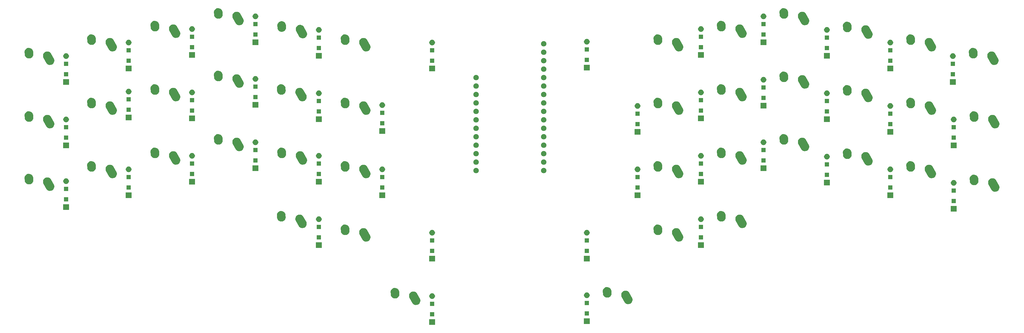
<source format=gts>
G04 #@! TF.GenerationSoftware,KiCad,Pcbnew,5.1.2*
G04 #@! TF.CreationDate,2019-06-06T09:12:49+02:00*
G04 #@! TF.ProjectId,pcb,7063622e-6b69-4636-9164-5f7063625858,rev?*
G04 #@! TF.SameCoordinates,Original*
G04 #@! TF.FileFunction,Soldermask,Top*
G04 #@! TF.FilePolarity,Negative*
%FSLAX46Y46*%
G04 Gerber Fmt 4.6, Leading zero omitted, Abs format (unit mm)*
G04 Created by KiCad (PCBNEW 5.1.2) date 2019-06-06 09:12:49*
%MOMM*%
%LPD*%
G04 APERTURE LIST*
%ADD10C,0.100000*%
G04 APERTURE END LIST*
D10*
G36*
X138773000Y-151817000D02*
G01*
X137071000Y-151817000D01*
X137071000Y-150115000D01*
X138773000Y-150115000D01*
X138773000Y-151817000D01*
X138773000Y-151817000D01*
G37*
G36*
X185255000Y-151563000D02*
G01*
X183553000Y-151563000D01*
X183553000Y-149861000D01*
X185255000Y-149861000D01*
X185255000Y-151563000D01*
X185255000Y-151563000D01*
G37*
G36*
X138573000Y-149292000D02*
G01*
X137271000Y-149292000D01*
X137271000Y-147990000D01*
X138573000Y-147990000D01*
X138573000Y-149292000D01*
X138573000Y-149292000D01*
G37*
G36*
X185055000Y-149038000D02*
G01*
X183753000Y-149038000D01*
X183753000Y-147736000D01*
X185055000Y-147736000D01*
X185055000Y-149038000D01*
X185055000Y-149038000D01*
G37*
G36*
X138573000Y-146142000D02*
G01*
X137271000Y-146142000D01*
X137271000Y-144840000D01*
X138573000Y-144840000D01*
X138573000Y-146142000D01*
X138573000Y-146142000D01*
G37*
G36*
X185055000Y-145888000D02*
G01*
X183753000Y-145888000D01*
X183753000Y-144586000D01*
X185055000Y-144586000D01*
X185055000Y-145888000D01*
X185055000Y-145888000D01*
G37*
G36*
X132465840Y-141776480D02*
G01*
X132644789Y-141809080D01*
X132860546Y-141894397D01*
X132883108Y-141903318D01*
X132883109Y-141903319D01*
X132883110Y-141903319D01*
X133098463Y-142042237D01*
X133282577Y-142220501D01*
X133282579Y-142220503D01*
X133391846Y-142378451D01*
X134264813Y-143950089D01*
X134341166Y-144126320D01*
X134395213Y-144376831D01*
X134399351Y-144633072D01*
X134386019Y-144706247D01*
X134353419Y-144885196D01*
X134274462Y-145084870D01*
X134261561Y-145117497D01*
X134259180Y-145123517D01*
X134120262Y-145338870D01*
X134027494Y-145434682D01*
X133941996Y-145522986D01*
X133873003Y-145570714D01*
X133731239Y-145668785D01*
X133629357Y-145712926D01*
X133496086Y-145770667D01*
X133245575Y-145824714D01*
X132989334Y-145828852D01*
X132916159Y-145815520D01*
X132737210Y-145782920D01*
X132498889Y-145688682D01*
X132283537Y-145549763D01*
X132099423Y-145371499D01*
X132099421Y-145371497D01*
X131990154Y-145213549D01*
X131117187Y-143641910D01*
X131040834Y-143465679D01*
X130986787Y-143215168D01*
X130982649Y-142958928D01*
X130995981Y-142885753D01*
X131028581Y-142706804D01*
X131113898Y-142491047D01*
X131122819Y-142468485D01*
X131132934Y-142452804D01*
X131261738Y-142253130D01*
X131440002Y-142069016D01*
X131440004Y-142069014D01*
X131541024Y-141999130D01*
X131650761Y-141923215D01*
X131752643Y-141879074D01*
X131885914Y-141821333D01*
X132136425Y-141767286D01*
X132392665Y-141763148D01*
X132465840Y-141776480D01*
X132465840Y-141776480D01*
G37*
G36*
X196219840Y-141522480D02*
G01*
X196398789Y-141555080D01*
X196614546Y-141640397D01*
X196637108Y-141649318D01*
X196637109Y-141649319D01*
X196637110Y-141649319D01*
X196852463Y-141788237D01*
X197036577Y-141966501D01*
X197036579Y-141966503D01*
X197145846Y-142124451D01*
X198018813Y-143696089D01*
X198095166Y-143872320D01*
X198149213Y-144122831D01*
X198153351Y-144379072D01*
X198140019Y-144452247D01*
X198107419Y-144631196D01*
X198013180Y-144869517D01*
X197874262Y-145084870D01*
X197695998Y-145268984D01*
X197695996Y-145268986D01*
X197596688Y-145337686D01*
X197485239Y-145414785D01*
X197383357Y-145458926D01*
X197250086Y-145516667D01*
X196999575Y-145570714D01*
X196743334Y-145574852D01*
X196670159Y-145561520D01*
X196491210Y-145528920D01*
X196252889Y-145434682D01*
X196037537Y-145295763D01*
X195853423Y-145117499D01*
X195853421Y-145117497D01*
X195744154Y-144959549D01*
X194871187Y-143387910D01*
X194794834Y-143211679D01*
X194740787Y-142961168D01*
X194736649Y-142704928D01*
X194749981Y-142631753D01*
X194782581Y-142452804D01*
X194867898Y-142237047D01*
X194876819Y-142214485D01*
X194876820Y-142214483D01*
X195015738Y-141999130D01*
X195194002Y-141815016D01*
X195194004Y-141815014D01*
X195293312Y-141746314D01*
X195404761Y-141669215D01*
X195506643Y-141625074D01*
X195639914Y-141567333D01*
X195890425Y-141513286D01*
X196146665Y-141509148D01*
X196219840Y-141522480D01*
X196219840Y-141522480D01*
G37*
G36*
X138170228Y-142347703D02*
G01*
X138325100Y-142411853D01*
X138464481Y-142504985D01*
X138583015Y-142623519D01*
X138676147Y-142762900D01*
X138740297Y-142917772D01*
X138773000Y-143082184D01*
X138773000Y-143249816D01*
X138740297Y-143414228D01*
X138676147Y-143569100D01*
X138583015Y-143708481D01*
X138464481Y-143827015D01*
X138325100Y-143920147D01*
X138170228Y-143984297D01*
X138005816Y-144017000D01*
X137838184Y-144017000D01*
X137673772Y-143984297D01*
X137518900Y-143920147D01*
X137379519Y-143827015D01*
X137260985Y-143708481D01*
X137167853Y-143569100D01*
X137103703Y-143414228D01*
X137071000Y-143249816D01*
X137071000Y-143082184D01*
X137103703Y-142917772D01*
X137167853Y-142762900D01*
X137260985Y-142623519D01*
X137379519Y-142504985D01*
X137518900Y-142411853D01*
X137673772Y-142347703D01*
X137838184Y-142315000D01*
X138005816Y-142315000D01*
X138170228Y-142347703D01*
X138170228Y-142347703D01*
G37*
G36*
X126913521Y-140690120D02*
G01*
X127162748Y-140747545D01*
X127163251Y-140747661D01*
X127396958Y-140852816D01*
X127425685Y-140873288D01*
X127605660Y-141001544D01*
X127781335Y-141188131D01*
X127917235Y-141405405D01*
X128008135Y-141645017D01*
X128039916Y-141834429D01*
X128055908Y-142069014D01*
X128088058Y-142540606D01*
X128082276Y-142732572D01*
X128042090Y-142906983D01*
X128024735Y-142982303D01*
X127919580Y-143216010D01*
X127895489Y-143249815D01*
X127770852Y-143424712D01*
X127584265Y-143600387D01*
X127366991Y-143736287D01*
X127127379Y-143827187D01*
X126874638Y-143869594D01*
X126874634Y-143869594D01*
X126618479Y-143861880D01*
X126368753Y-143804340D01*
X126368749Y-143804339D01*
X126135042Y-143699184D01*
X126054673Y-143641910D01*
X125926340Y-143550456D01*
X125750665Y-143363869D01*
X125708499Y-143296455D01*
X125614765Y-143146595D01*
X125523865Y-142906983D01*
X125492084Y-142717571D01*
X125477858Y-142508900D01*
X125443942Y-142011392D01*
X125449724Y-141819428D01*
X125507264Y-141569701D01*
X125507265Y-141569697D01*
X125612420Y-141335990D01*
X125649791Y-141283550D01*
X125761148Y-141127288D01*
X125947735Y-140951613D01*
X126072958Y-140873289D01*
X126165009Y-140815713D01*
X126404621Y-140724813D01*
X126657362Y-140682406D01*
X126657366Y-140682406D01*
X126913521Y-140690120D01*
X126913521Y-140690120D01*
G37*
G36*
X184652228Y-142093703D02*
G01*
X184807100Y-142157853D01*
X184946481Y-142250985D01*
X185065015Y-142369519D01*
X185158147Y-142508900D01*
X185222297Y-142663772D01*
X185255000Y-142828184D01*
X185255000Y-142995816D01*
X185222297Y-143160228D01*
X185158147Y-143315100D01*
X185065015Y-143454481D01*
X184946481Y-143573015D01*
X184807100Y-143666147D01*
X184652228Y-143730297D01*
X184487816Y-143763000D01*
X184320184Y-143763000D01*
X184155772Y-143730297D01*
X184000900Y-143666147D01*
X183861519Y-143573015D01*
X183742985Y-143454481D01*
X183649853Y-143315100D01*
X183585703Y-143160228D01*
X183553000Y-142995816D01*
X183553000Y-142828184D01*
X183585703Y-142663772D01*
X183649853Y-142508900D01*
X183742985Y-142369519D01*
X183861519Y-142250985D01*
X184000900Y-142157853D01*
X184155772Y-142093703D01*
X184320184Y-142061000D01*
X184487816Y-142061000D01*
X184652228Y-142093703D01*
X184652228Y-142093703D01*
G37*
G36*
X190667521Y-140436120D02*
G01*
X190917247Y-140493660D01*
X190917251Y-140493661D01*
X191150958Y-140598816D01*
X191203398Y-140636187D01*
X191359660Y-140747544D01*
X191458775Y-140852816D01*
X191535335Y-140934131D01*
X191671235Y-141151405D01*
X191762135Y-141391017D01*
X191793916Y-141580429D01*
X191815928Y-141903318D01*
X191842058Y-142286606D01*
X191836276Y-142478572D01*
X191802878Y-142623520D01*
X191778735Y-142728303D01*
X191673580Y-142962010D01*
X191659121Y-142982299D01*
X191524852Y-143170712D01*
X191371495Y-143315100D01*
X191338265Y-143346387D01*
X191120991Y-143482287D01*
X190881379Y-143573187D01*
X190628638Y-143615594D01*
X190628634Y-143615594D01*
X190372479Y-143607880D01*
X190122753Y-143550340D01*
X190122749Y-143550339D01*
X189889042Y-143445184D01*
X189808673Y-143387910D01*
X189680340Y-143296456D01*
X189504665Y-143109869D01*
X189487349Y-143082184D01*
X189368765Y-142892595D01*
X189277865Y-142652983D01*
X189248601Y-142478571D01*
X189246084Y-142463572D01*
X189197942Y-141757392D01*
X189203724Y-141565428D01*
X189261264Y-141315701D01*
X189261265Y-141315697D01*
X189366420Y-141081990D01*
X189423749Y-141001544D01*
X189515148Y-140873288D01*
X189701735Y-140697613D01*
X189726048Y-140682406D01*
X189919009Y-140561713D01*
X190158621Y-140470813D01*
X190411362Y-140428406D01*
X190411366Y-140428406D01*
X190667521Y-140436120D01*
X190667521Y-140436120D01*
G37*
G36*
X138773000Y-132767000D02*
G01*
X137071000Y-132767000D01*
X137071000Y-131065000D01*
X138773000Y-131065000D01*
X138773000Y-132767000D01*
X138773000Y-132767000D01*
G37*
G36*
X185255000Y-132767000D02*
G01*
X183553000Y-132767000D01*
X183553000Y-131065000D01*
X185255000Y-131065000D01*
X185255000Y-132767000D01*
X185255000Y-132767000D01*
G37*
G36*
X138573000Y-130242000D02*
G01*
X137271000Y-130242000D01*
X137271000Y-128940000D01*
X138573000Y-128940000D01*
X138573000Y-130242000D01*
X138573000Y-130242000D01*
G37*
G36*
X185055000Y-130242000D02*
G01*
X183753000Y-130242000D01*
X183753000Y-128940000D01*
X185055000Y-128940000D01*
X185055000Y-130242000D01*
X185055000Y-130242000D01*
G37*
G36*
X219545000Y-128703000D02*
G01*
X217843000Y-128703000D01*
X217843000Y-127001000D01*
X219545000Y-127001000D01*
X219545000Y-128703000D01*
X219545000Y-128703000D01*
G37*
G36*
X104737000Y-128703000D02*
G01*
X103035000Y-128703000D01*
X103035000Y-127001000D01*
X104737000Y-127001000D01*
X104737000Y-128703000D01*
X104737000Y-128703000D01*
G37*
G36*
X138573000Y-127092000D02*
G01*
X137271000Y-127092000D01*
X137271000Y-125790000D01*
X138573000Y-125790000D01*
X138573000Y-127092000D01*
X138573000Y-127092000D01*
G37*
G36*
X185055000Y-127092000D02*
G01*
X183753000Y-127092000D01*
X183753000Y-125790000D01*
X185055000Y-125790000D01*
X185055000Y-127092000D01*
X185055000Y-127092000D01*
G37*
G36*
X211459840Y-122726480D02*
G01*
X211638789Y-122759080D01*
X211854546Y-122844397D01*
X211877108Y-122853318D01*
X211877109Y-122853319D01*
X211877110Y-122853319D01*
X212092463Y-122992237D01*
X212276577Y-123170501D01*
X212276579Y-123170503D01*
X212385846Y-123328451D01*
X213258813Y-124900089D01*
X213335166Y-125076320D01*
X213389213Y-125326831D01*
X213393351Y-125583072D01*
X213380019Y-125656247D01*
X213347419Y-125835196D01*
X213253180Y-126073517D01*
X213114262Y-126288870D01*
X212935998Y-126472984D01*
X212935996Y-126472986D01*
X212836688Y-126541686D01*
X212725239Y-126618785D01*
X212623357Y-126662926D01*
X212490086Y-126720667D01*
X212239575Y-126774714D01*
X211983334Y-126778852D01*
X211910159Y-126765520D01*
X211731210Y-126732920D01*
X211492889Y-126638682D01*
X211277537Y-126499763D01*
X211093423Y-126321499D01*
X211093421Y-126321497D01*
X210984154Y-126163549D01*
X210111187Y-124591910D01*
X210034834Y-124415679D01*
X209980787Y-124165168D01*
X209976649Y-123908928D01*
X209989981Y-123835753D01*
X210022581Y-123656804D01*
X210116820Y-123418483D01*
X210255738Y-123203130D01*
X210434002Y-123019016D01*
X210434004Y-123019014D01*
X210533312Y-122950314D01*
X210644761Y-122873215D01*
X210746643Y-122829074D01*
X210879914Y-122771333D01*
X211130425Y-122717286D01*
X211386665Y-122713148D01*
X211459840Y-122726480D01*
X211459840Y-122726480D01*
G37*
G36*
X117479840Y-122726480D02*
G01*
X117658789Y-122759080D01*
X117874546Y-122844397D01*
X117897108Y-122853318D01*
X117897109Y-122853319D01*
X117897110Y-122853319D01*
X118112463Y-122992237D01*
X118296577Y-123170501D01*
X118296579Y-123170503D01*
X118405846Y-123328451D01*
X119278813Y-124900089D01*
X119355166Y-125076320D01*
X119409213Y-125326831D01*
X119413351Y-125583072D01*
X119400019Y-125656247D01*
X119367419Y-125835196D01*
X119273180Y-126073517D01*
X119134262Y-126288870D01*
X118955998Y-126472984D01*
X118955996Y-126472986D01*
X118856688Y-126541686D01*
X118745239Y-126618785D01*
X118643357Y-126662926D01*
X118510086Y-126720667D01*
X118259575Y-126774714D01*
X118003334Y-126778852D01*
X117930159Y-126765520D01*
X117751210Y-126732920D01*
X117512889Y-126638682D01*
X117297537Y-126499763D01*
X117113423Y-126321499D01*
X117113421Y-126321497D01*
X117004154Y-126163549D01*
X116131187Y-124591910D01*
X116054834Y-124415679D01*
X116000787Y-124165168D01*
X115996649Y-123908928D01*
X116009981Y-123835753D01*
X116042581Y-123656804D01*
X116136820Y-123418483D01*
X116275738Y-123203130D01*
X116454002Y-123019016D01*
X116454004Y-123019014D01*
X116553312Y-122950314D01*
X116664761Y-122873215D01*
X116766643Y-122829074D01*
X116899914Y-122771333D01*
X117150425Y-122717286D01*
X117406665Y-122713148D01*
X117479840Y-122726480D01*
X117479840Y-122726480D01*
G37*
G36*
X219345000Y-126178000D02*
G01*
X218043000Y-126178000D01*
X218043000Y-124876000D01*
X219345000Y-124876000D01*
X219345000Y-126178000D01*
X219345000Y-126178000D01*
G37*
G36*
X104537000Y-126178000D02*
G01*
X103235000Y-126178000D01*
X103235000Y-124876000D01*
X104537000Y-124876000D01*
X104537000Y-126178000D01*
X104537000Y-126178000D01*
G37*
G36*
X138170228Y-123297703D02*
G01*
X138325100Y-123361853D01*
X138464481Y-123454985D01*
X138583015Y-123573519D01*
X138676147Y-123712900D01*
X138740297Y-123867772D01*
X138773000Y-124032184D01*
X138773000Y-124199816D01*
X138740297Y-124364228D01*
X138676147Y-124519100D01*
X138583015Y-124658481D01*
X138464481Y-124777015D01*
X138325100Y-124870147D01*
X138170228Y-124934297D01*
X138005816Y-124967000D01*
X137838184Y-124967000D01*
X137673772Y-124934297D01*
X137518900Y-124870147D01*
X137379519Y-124777015D01*
X137260985Y-124658481D01*
X137167853Y-124519100D01*
X137103703Y-124364228D01*
X137071000Y-124199816D01*
X137071000Y-124032184D01*
X137103703Y-123867772D01*
X137167853Y-123712900D01*
X137260985Y-123573519D01*
X137379519Y-123454985D01*
X137518900Y-123361853D01*
X137673772Y-123297703D01*
X137838184Y-123265000D01*
X138005816Y-123265000D01*
X138170228Y-123297703D01*
X138170228Y-123297703D01*
G37*
G36*
X184652228Y-123297703D02*
G01*
X184807100Y-123361853D01*
X184946481Y-123454985D01*
X185065015Y-123573519D01*
X185158147Y-123712900D01*
X185222297Y-123867772D01*
X185255000Y-124032184D01*
X185255000Y-124199816D01*
X185222297Y-124364228D01*
X185158147Y-124519100D01*
X185065015Y-124658481D01*
X184946481Y-124777015D01*
X184807100Y-124870147D01*
X184652228Y-124934297D01*
X184487816Y-124967000D01*
X184320184Y-124967000D01*
X184155772Y-124934297D01*
X184000900Y-124870147D01*
X183861519Y-124777015D01*
X183742985Y-124658481D01*
X183649853Y-124519100D01*
X183585703Y-124364228D01*
X183553000Y-124199816D01*
X183553000Y-124032184D01*
X183585703Y-123867772D01*
X183649853Y-123712900D01*
X183742985Y-123573519D01*
X183861519Y-123454985D01*
X184000900Y-123361853D01*
X184155772Y-123297703D01*
X184320184Y-123265000D01*
X184487816Y-123265000D01*
X184652228Y-123297703D01*
X184652228Y-123297703D01*
G37*
G36*
X205907521Y-121640120D02*
G01*
X206157247Y-121697660D01*
X206157251Y-121697661D01*
X206390958Y-121802816D01*
X206443398Y-121840187D01*
X206599660Y-121951544D01*
X206718050Y-122077288D01*
X206775335Y-122138131D01*
X206911235Y-122355405D01*
X207002135Y-122595017D01*
X207033916Y-122784429D01*
X207060235Y-123170501D01*
X207082058Y-123490606D01*
X207077052Y-123656804D01*
X207076276Y-123682571D01*
X207018735Y-123932303D01*
X206913580Y-124166010D01*
X206889489Y-124199815D01*
X206764852Y-124374712D01*
X206611495Y-124519100D01*
X206578265Y-124550387D01*
X206360991Y-124686287D01*
X206121379Y-124777187D01*
X205868638Y-124819594D01*
X205868634Y-124819594D01*
X205612479Y-124811880D01*
X205362753Y-124754340D01*
X205362749Y-124754339D01*
X205129042Y-124649184D01*
X205048673Y-124591910D01*
X204920340Y-124500456D01*
X204744665Y-124313869D01*
X204608765Y-124096595D01*
X204517865Y-123856983D01*
X204486084Y-123667571D01*
X204474019Y-123490598D01*
X204437942Y-122961392D01*
X204443724Y-122769428D01*
X204501264Y-122519701D01*
X204501265Y-122519697D01*
X204606420Y-122285990D01*
X204649977Y-122224870D01*
X204755148Y-122077288D01*
X204941735Y-121901613D01*
X205159009Y-121765713D01*
X205398621Y-121674813D01*
X205651362Y-121632406D01*
X205651366Y-121632406D01*
X205907521Y-121640120D01*
X205907521Y-121640120D01*
G37*
G36*
X111927521Y-121640120D02*
G01*
X112177247Y-121697660D01*
X112177251Y-121697661D01*
X112410958Y-121802816D01*
X112463398Y-121840187D01*
X112619660Y-121951544D01*
X112738050Y-122077288D01*
X112795335Y-122138131D01*
X112931235Y-122355405D01*
X113022135Y-122595017D01*
X113053916Y-122784429D01*
X113080235Y-123170501D01*
X113102058Y-123490606D01*
X113097052Y-123656804D01*
X113096276Y-123682571D01*
X113038735Y-123932303D01*
X112933580Y-124166010D01*
X112909489Y-124199815D01*
X112784852Y-124374712D01*
X112631495Y-124519100D01*
X112598265Y-124550387D01*
X112380991Y-124686287D01*
X112141379Y-124777187D01*
X111888638Y-124819594D01*
X111888634Y-124819594D01*
X111632479Y-124811880D01*
X111382753Y-124754340D01*
X111382749Y-124754339D01*
X111149042Y-124649184D01*
X111068673Y-124591910D01*
X110940340Y-124500456D01*
X110764665Y-124313869D01*
X110628765Y-124096595D01*
X110537865Y-123856983D01*
X110506084Y-123667571D01*
X110494019Y-123490598D01*
X110457942Y-122961392D01*
X110463724Y-122769428D01*
X110521264Y-122519701D01*
X110521265Y-122519697D01*
X110626420Y-122285990D01*
X110669977Y-122224870D01*
X110775148Y-122077288D01*
X110961735Y-121901613D01*
X111179009Y-121765713D01*
X111418621Y-121674813D01*
X111671362Y-121632406D01*
X111671366Y-121632406D01*
X111927521Y-121640120D01*
X111927521Y-121640120D01*
G37*
G36*
X219345000Y-123028000D02*
G01*
X218043000Y-123028000D01*
X218043000Y-121726000D01*
X219345000Y-121726000D01*
X219345000Y-123028000D01*
X219345000Y-123028000D01*
G37*
G36*
X104537000Y-123028000D02*
G01*
X103235000Y-123028000D01*
X103235000Y-121726000D01*
X104537000Y-121726000D01*
X104537000Y-123028000D01*
X104537000Y-123028000D01*
G37*
G36*
X98302840Y-118662480D02*
G01*
X98481789Y-118695080D01*
X98697546Y-118780397D01*
X98720108Y-118789318D01*
X98720109Y-118789319D01*
X98720110Y-118789319D01*
X98935463Y-118928237D01*
X99119577Y-119106501D01*
X99119579Y-119106503D01*
X99228846Y-119264451D01*
X100101813Y-120836089D01*
X100178166Y-121012320D01*
X100232213Y-121262831D01*
X100236351Y-121519072D01*
X100223019Y-121592247D01*
X100190419Y-121771196D01*
X100096180Y-122009517D01*
X99957262Y-122224870D01*
X99778998Y-122408984D01*
X99778996Y-122408986D01*
X99679688Y-122477686D01*
X99568239Y-122554785D01*
X99475379Y-122595017D01*
X99333086Y-122656667D01*
X99082575Y-122710714D01*
X98826334Y-122714852D01*
X98753159Y-122701520D01*
X98574210Y-122668920D01*
X98335889Y-122574682D01*
X98120537Y-122435763D01*
X97936423Y-122257499D01*
X97936421Y-122257497D01*
X97827154Y-122099549D01*
X96954187Y-120527910D01*
X96877834Y-120351679D01*
X96823787Y-120101168D01*
X96819649Y-119844928D01*
X96832981Y-119771753D01*
X96865581Y-119592804D01*
X96959820Y-119354483D01*
X97098738Y-119139130D01*
X97277002Y-118955016D01*
X97277004Y-118955014D01*
X97376312Y-118886314D01*
X97487761Y-118809215D01*
X97589643Y-118765074D01*
X97722914Y-118707333D01*
X97973425Y-118653286D01*
X98229665Y-118649148D01*
X98302840Y-118662480D01*
X98302840Y-118662480D01*
G37*
G36*
X230509840Y-118662480D02*
G01*
X230688789Y-118695080D01*
X230904546Y-118780397D01*
X230927108Y-118789318D01*
X230927109Y-118789319D01*
X230927110Y-118789319D01*
X231142463Y-118928237D01*
X231326577Y-119106501D01*
X231326579Y-119106503D01*
X231435846Y-119264451D01*
X232308813Y-120836089D01*
X232385166Y-121012320D01*
X232439213Y-121262831D01*
X232443351Y-121519072D01*
X232430019Y-121592247D01*
X232397419Y-121771196D01*
X232303180Y-122009517D01*
X232164262Y-122224870D01*
X231985998Y-122408984D01*
X231985996Y-122408986D01*
X231886688Y-122477686D01*
X231775239Y-122554785D01*
X231682379Y-122595017D01*
X231540086Y-122656667D01*
X231289575Y-122710714D01*
X231033334Y-122714852D01*
X230960159Y-122701520D01*
X230781210Y-122668920D01*
X230542889Y-122574682D01*
X230327537Y-122435763D01*
X230143423Y-122257499D01*
X230143421Y-122257497D01*
X230034154Y-122099549D01*
X229161187Y-120527910D01*
X229084834Y-120351679D01*
X229030787Y-120101168D01*
X229026649Y-119844928D01*
X229039981Y-119771753D01*
X229072581Y-119592804D01*
X229166820Y-119354483D01*
X229305738Y-119139130D01*
X229484002Y-118955016D01*
X229484004Y-118955014D01*
X229583312Y-118886314D01*
X229694761Y-118809215D01*
X229796643Y-118765074D01*
X229929914Y-118707333D01*
X230180425Y-118653286D01*
X230436665Y-118649148D01*
X230509840Y-118662480D01*
X230509840Y-118662480D01*
G37*
G36*
X218942228Y-119233703D02*
G01*
X219097100Y-119297853D01*
X219236481Y-119390985D01*
X219355015Y-119509519D01*
X219448147Y-119648900D01*
X219512297Y-119803772D01*
X219545000Y-119968184D01*
X219545000Y-120135816D01*
X219512297Y-120300228D01*
X219448147Y-120455100D01*
X219355015Y-120594481D01*
X219236481Y-120713015D01*
X219097100Y-120806147D01*
X218942228Y-120870297D01*
X218777816Y-120903000D01*
X218610184Y-120903000D01*
X218445772Y-120870297D01*
X218290900Y-120806147D01*
X218151519Y-120713015D01*
X218032985Y-120594481D01*
X217939853Y-120455100D01*
X217875703Y-120300228D01*
X217843000Y-120135816D01*
X217843000Y-119968184D01*
X217875703Y-119803772D01*
X217939853Y-119648900D01*
X218032985Y-119509519D01*
X218151519Y-119390985D01*
X218290900Y-119297853D01*
X218445772Y-119233703D01*
X218610184Y-119201000D01*
X218777816Y-119201000D01*
X218942228Y-119233703D01*
X218942228Y-119233703D01*
G37*
G36*
X104134228Y-119233703D02*
G01*
X104289100Y-119297853D01*
X104428481Y-119390985D01*
X104547015Y-119509519D01*
X104640147Y-119648900D01*
X104704297Y-119803772D01*
X104737000Y-119968184D01*
X104737000Y-120135816D01*
X104704297Y-120300228D01*
X104640147Y-120455100D01*
X104547015Y-120594481D01*
X104428481Y-120713015D01*
X104289100Y-120806147D01*
X104134228Y-120870297D01*
X103969816Y-120903000D01*
X103802184Y-120903000D01*
X103637772Y-120870297D01*
X103482900Y-120806147D01*
X103343519Y-120713015D01*
X103224985Y-120594481D01*
X103131853Y-120455100D01*
X103067703Y-120300228D01*
X103035000Y-120135816D01*
X103035000Y-119968184D01*
X103067703Y-119803772D01*
X103131853Y-119648900D01*
X103224985Y-119509519D01*
X103343519Y-119390985D01*
X103482900Y-119297853D01*
X103637772Y-119233703D01*
X103802184Y-119201000D01*
X103969816Y-119201000D01*
X104134228Y-119233703D01*
X104134228Y-119233703D01*
G37*
G36*
X92750521Y-117576120D02*
G01*
X93000247Y-117633660D01*
X93000251Y-117633661D01*
X93233958Y-117738816D01*
X93286398Y-117776187D01*
X93442660Y-117887544D01*
X93561050Y-118013288D01*
X93618335Y-118074131D01*
X93754235Y-118291405D01*
X93845135Y-118531017D01*
X93876916Y-118720429D01*
X93892908Y-118955014D01*
X93925058Y-119426606D01*
X93920052Y-119592804D01*
X93919276Y-119618571D01*
X93861735Y-119868303D01*
X93756580Y-120102010D01*
X93732489Y-120135815D01*
X93607852Y-120310712D01*
X93454495Y-120455100D01*
X93421265Y-120486387D01*
X93203991Y-120622287D01*
X92964379Y-120713187D01*
X92711638Y-120755594D01*
X92711634Y-120755594D01*
X92455479Y-120747880D01*
X92205753Y-120690340D01*
X92205749Y-120690339D01*
X91972042Y-120585184D01*
X91891673Y-120527910D01*
X91763340Y-120436456D01*
X91587665Y-120249869D01*
X91451765Y-120032595D01*
X91360865Y-119792983D01*
X91329084Y-119603571D01*
X91317019Y-119426598D01*
X91280942Y-118897392D01*
X91286724Y-118705428D01*
X91344264Y-118455701D01*
X91344265Y-118455697D01*
X91449420Y-118221990D01*
X91486791Y-118169550D01*
X91598148Y-118013288D01*
X91784735Y-117837613D01*
X91875247Y-117781000D01*
X92002009Y-117701713D01*
X92241621Y-117610813D01*
X92494362Y-117568406D01*
X92494366Y-117568406D01*
X92750521Y-117576120D01*
X92750521Y-117576120D01*
G37*
G36*
X224957521Y-117576120D02*
G01*
X225207247Y-117633660D01*
X225207251Y-117633661D01*
X225440958Y-117738816D01*
X225493398Y-117776187D01*
X225649660Y-117887544D01*
X225768050Y-118013288D01*
X225825335Y-118074131D01*
X225961235Y-118291405D01*
X226052135Y-118531017D01*
X226083916Y-118720429D01*
X226099908Y-118955014D01*
X226132058Y-119426606D01*
X226127052Y-119592804D01*
X226126276Y-119618571D01*
X226068735Y-119868303D01*
X225963580Y-120102010D01*
X225939489Y-120135815D01*
X225814852Y-120310712D01*
X225661495Y-120455100D01*
X225628265Y-120486387D01*
X225410991Y-120622287D01*
X225171379Y-120713187D01*
X224918638Y-120755594D01*
X224918634Y-120755594D01*
X224662479Y-120747880D01*
X224412753Y-120690340D01*
X224412749Y-120690339D01*
X224179042Y-120585184D01*
X224098673Y-120527910D01*
X223970340Y-120436456D01*
X223794665Y-120249869D01*
X223658765Y-120032595D01*
X223567865Y-119792983D01*
X223536084Y-119603571D01*
X223524019Y-119426598D01*
X223487942Y-118897392D01*
X223493724Y-118705428D01*
X223551264Y-118455701D01*
X223551265Y-118455697D01*
X223656420Y-118221990D01*
X223693791Y-118169550D01*
X223805148Y-118013288D01*
X223991735Y-117837613D01*
X224082247Y-117781000D01*
X224209009Y-117701713D01*
X224448621Y-117610813D01*
X224701362Y-117568406D01*
X224701366Y-117568406D01*
X224957521Y-117576120D01*
X224957521Y-117576120D01*
G37*
G36*
X295491000Y-117781000D02*
G01*
X293789000Y-117781000D01*
X293789000Y-116079000D01*
X295491000Y-116079000D01*
X295491000Y-117781000D01*
X295491000Y-117781000D01*
G37*
G36*
X28791000Y-117273000D02*
G01*
X27089000Y-117273000D01*
X27089000Y-115571000D01*
X28791000Y-115571000D01*
X28791000Y-117273000D01*
X28791000Y-117273000D01*
G37*
G36*
X295291000Y-115256000D02*
G01*
X293989000Y-115256000D01*
X293989000Y-113954000D01*
X295291000Y-113954000D01*
X295291000Y-115256000D01*
X295291000Y-115256000D01*
G37*
G36*
X28591000Y-114748000D02*
G01*
X27289000Y-114748000D01*
X27289000Y-113446000D01*
X28591000Y-113446000D01*
X28591000Y-114748000D01*
X28591000Y-114748000D01*
G37*
G36*
X123787000Y-113717000D02*
G01*
X122085000Y-113717000D01*
X122085000Y-112015000D01*
X123787000Y-112015000D01*
X123787000Y-113717000D01*
X123787000Y-113717000D01*
G37*
G36*
X200495000Y-113717000D02*
G01*
X198793000Y-113717000D01*
X198793000Y-112015000D01*
X200495000Y-112015000D01*
X200495000Y-113717000D01*
X200495000Y-113717000D01*
G37*
G36*
X276441000Y-113717000D02*
G01*
X274739000Y-113717000D01*
X274739000Y-112015000D01*
X276441000Y-112015000D01*
X276441000Y-113717000D01*
X276441000Y-113717000D01*
G37*
G36*
X47587000Y-113717000D02*
G01*
X45885000Y-113717000D01*
X45885000Y-112015000D01*
X47587000Y-112015000D01*
X47587000Y-113717000D01*
X47587000Y-113717000D01*
G37*
G36*
X295291000Y-112106000D02*
G01*
X293989000Y-112106000D01*
X293989000Y-110804000D01*
X295291000Y-110804000D01*
X295291000Y-112106000D01*
X295291000Y-112106000D01*
G37*
G36*
X306455840Y-107740480D02*
G01*
X306634789Y-107773080D01*
X306850546Y-107858397D01*
X306873108Y-107867318D01*
X306873109Y-107867319D01*
X306873110Y-107867319D01*
X307088463Y-108006237D01*
X307272577Y-108184501D01*
X307272579Y-108184503D01*
X307381846Y-108342451D01*
X308254813Y-109914089D01*
X308331166Y-110090320D01*
X308385213Y-110340831D01*
X308389351Y-110597072D01*
X308376019Y-110670247D01*
X308343419Y-110849196D01*
X308264462Y-111048870D01*
X308251561Y-111081497D01*
X308249180Y-111087517D01*
X308110262Y-111302870D01*
X308017494Y-111398682D01*
X307931996Y-111486986D01*
X307863003Y-111534714D01*
X307721239Y-111632785D01*
X307619357Y-111676926D01*
X307486086Y-111734667D01*
X307235575Y-111788714D01*
X306979334Y-111792852D01*
X306906159Y-111779520D01*
X306727210Y-111746920D01*
X306488889Y-111652682D01*
X306273537Y-111513763D01*
X306089423Y-111335499D01*
X306089421Y-111335497D01*
X305980154Y-111177549D01*
X305107187Y-109605910D01*
X305030834Y-109429679D01*
X304976787Y-109179168D01*
X304972649Y-108922928D01*
X304985981Y-108849753D01*
X305018581Y-108670804D01*
X305103898Y-108455047D01*
X305112819Y-108432485D01*
X305122934Y-108416804D01*
X305251738Y-108217130D01*
X305430002Y-108033016D01*
X305430004Y-108033014D01*
X305548558Y-107951000D01*
X305640761Y-107887215D01*
X305742643Y-107843074D01*
X305875914Y-107785333D01*
X306126425Y-107731286D01*
X306382665Y-107727148D01*
X306455840Y-107740480D01*
X306455840Y-107740480D01*
G37*
G36*
X28591000Y-111598000D02*
G01*
X27289000Y-111598000D01*
X27289000Y-110296000D01*
X28591000Y-110296000D01*
X28591000Y-111598000D01*
X28591000Y-111598000D01*
G37*
G36*
X22483840Y-107486480D02*
G01*
X22662789Y-107519080D01*
X22838805Y-107588682D01*
X22901108Y-107613318D01*
X22901109Y-107613319D01*
X22901110Y-107613319D01*
X23116463Y-107752237D01*
X23300577Y-107930501D01*
X23300579Y-107930503D01*
X23409846Y-108088451D01*
X24282813Y-109660089D01*
X24359166Y-109836320D01*
X24413213Y-110086831D01*
X24417351Y-110343072D01*
X24404019Y-110416247D01*
X24371419Y-110595196D01*
X24277180Y-110833517D01*
X24138262Y-111048870D01*
X23999680Y-111192000D01*
X23959996Y-111232986D01*
X23860688Y-111301686D01*
X23749239Y-111378785D01*
X23647357Y-111422926D01*
X23514086Y-111480667D01*
X23263575Y-111534714D01*
X23007334Y-111538852D01*
X22934159Y-111525520D01*
X22755210Y-111492920D01*
X22516889Y-111398682D01*
X22301537Y-111259763D01*
X22117423Y-111081499D01*
X22117421Y-111081497D01*
X22008154Y-110923549D01*
X21135187Y-109351910D01*
X21058834Y-109175679D01*
X21004787Y-108925168D01*
X21000649Y-108668928D01*
X21013981Y-108595753D01*
X21046581Y-108416804D01*
X21131898Y-108201047D01*
X21140819Y-108178485D01*
X21140820Y-108178483D01*
X21279738Y-107963130D01*
X21458002Y-107779016D01*
X21458004Y-107779014D01*
X21557312Y-107710314D01*
X21668761Y-107633215D01*
X21817472Y-107568785D01*
X21903914Y-107531333D01*
X22154425Y-107477286D01*
X22410665Y-107473148D01*
X22483840Y-107486480D01*
X22483840Y-107486480D01*
G37*
G36*
X200295000Y-111192000D02*
G01*
X198993000Y-111192000D01*
X198993000Y-109890000D01*
X200295000Y-109890000D01*
X200295000Y-111192000D01*
X200295000Y-111192000D01*
G37*
G36*
X276241000Y-111192000D02*
G01*
X274939000Y-111192000D01*
X274939000Y-109890000D01*
X276241000Y-109890000D01*
X276241000Y-111192000D01*
X276241000Y-111192000D01*
G37*
G36*
X47387000Y-111192000D02*
G01*
X46085000Y-111192000D01*
X46085000Y-109890000D01*
X47387000Y-109890000D01*
X47387000Y-111192000D01*
X47387000Y-111192000D01*
G37*
G36*
X123587000Y-111192000D02*
G01*
X122285000Y-111192000D01*
X122285000Y-109890000D01*
X123587000Y-109890000D01*
X123587000Y-111192000D01*
X123587000Y-111192000D01*
G37*
G36*
X294888228Y-108311703D02*
G01*
X295043100Y-108375853D01*
X295182481Y-108468985D01*
X295301015Y-108587519D01*
X295394147Y-108726900D01*
X295458297Y-108881772D01*
X295491000Y-109046184D01*
X295491000Y-109213816D01*
X295458297Y-109378228D01*
X295394147Y-109533100D01*
X295301015Y-109672481D01*
X295182481Y-109791015D01*
X295043100Y-109884147D01*
X294888228Y-109948297D01*
X294723816Y-109981000D01*
X294556184Y-109981000D01*
X294391772Y-109948297D01*
X294236900Y-109884147D01*
X294097519Y-109791015D01*
X293978985Y-109672481D01*
X293885853Y-109533100D01*
X293821703Y-109378228D01*
X293789000Y-109213816D01*
X293789000Y-109046184D01*
X293821703Y-108881772D01*
X293885853Y-108726900D01*
X293978985Y-108587519D01*
X294097519Y-108468985D01*
X294236900Y-108375853D01*
X294391772Y-108311703D01*
X294556184Y-108279000D01*
X294723816Y-108279000D01*
X294888228Y-108311703D01*
X294888228Y-108311703D01*
G37*
G36*
X257391000Y-109907000D02*
G01*
X255689000Y-109907000D01*
X255689000Y-108205000D01*
X257391000Y-108205000D01*
X257391000Y-109907000D01*
X257391000Y-109907000D01*
G37*
G36*
X300903521Y-106654120D02*
G01*
X301152748Y-106711545D01*
X301153251Y-106711661D01*
X301386958Y-106816816D01*
X301415685Y-106837288D01*
X301595660Y-106965544D01*
X301748615Y-107128000D01*
X301771335Y-107152131D01*
X301907235Y-107369405D01*
X301998135Y-107609017D01*
X302029916Y-107798429D01*
X302049687Y-108088450D01*
X302078058Y-108504606D01*
X302072276Y-108696572D01*
X302032264Y-108870228D01*
X302014735Y-108946303D01*
X301909580Y-109180010D01*
X301885489Y-109213815D01*
X301760852Y-109388712D01*
X301574265Y-109564387D01*
X301356991Y-109700287D01*
X301117379Y-109791187D01*
X300864638Y-109833594D01*
X300864634Y-109833594D01*
X300608479Y-109825880D01*
X300358753Y-109768340D01*
X300358749Y-109768339D01*
X300125042Y-109663184D01*
X300044673Y-109605910D01*
X299916340Y-109514456D01*
X299740665Y-109327869D01*
X299698499Y-109260455D01*
X299604765Y-109110595D01*
X299513865Y-108870983D01*
X299482084Y-108681571D01*
X299470019Y-108504598D01*
X299433942Y-107975392D01*
X299439724Y-107783428D01*
X299497264Y-107533701D01*
X299497265Y-107533697D01*
X299602420Y-107299990D01*
X299645977Y-107238870D01*
X299751148Y-107091288D01*
X299937735Y-106915613D01*
X300062958Y-106837289D01*
X300155009Y-106779713D01*
X300394621Y-106688813D01*
X300647362Y-106646406D01*
X300647366Y-106646406D01*
X300903521Y-106654120D01*
X300903521Y-106654120D01*
G37*
G36*
X219545000Y-109653000D02*
G01*
X217843000Y-109653000D01*
X217843000Y-107951000D01*
X219545000Y-107951000D01*
X219545000Y-109653000D01*
X219545000Y-109653000D01*
G37*
G36*
X66637000Y-109653000D02*
G01*
X64935000Y-109653000D01*
X64935000Y-107951000D01*
X66637000Y-107951000D01*
X66637000Y-109653000D01*
X66637000Y-109653000D01*
G37*
G36*
X104737000Y-109653000D02*
G01*
X103035000Y-109653000D01*
X103035000Y-107951000D01*
X104737000Y-107951000D01*
X104737000Y-109653000D01*
X104737000Y-109653000D01*
G37*
G36*
X16931521Y-106400120D02*
G01*
X17181247Y-106457660D01*
X17181251Y-106457661D01*
X17414958Y-106562816D01*
X17467398Y-106600187D01*
X17623660Y-106711544D01*
X17722775Y-106816816D01*
X17799335Y-106898131D01*
X17935235Y-107115405D01*
X18026135Y-107355017D01*
X18057916Y-107544429D01*
X18075591Y-107803703D01*
X18106058Y-108250606D01*
X18100276Y-108442572D01*
X18066878Y-108587520D01*
X18042735Y-108692303D01*
X17937580Y-108926010D01*
X17923121Y-108946299D01*
X17788852Y-109134712D01*
X17655297Y-109260456D01*
X17602265Y-109310387D01*
X17384991Y-109446287D01*
X17145379Y-109537187D01*
X16892638Y-109579594D01*
X16892634Y-109579594D01*
X16636479Y-109571880D01*
X16386753Y-109514340D01*
X16386749Y-109514339D01*
X16153042Y-109409184D01*
X16072673Y-109351910D01*
X15944340Y-109260456D01*
X15768665Y-109073869D01*
X15738159Y-109025097D01*
X15632765Y-108856595D01*
X15541865Y-108616983D01*
X15512601Y-108442571D01*
X15510084Y-108427572D01*
X15461942Y-107721392D01*
X15467724Y-107529428D01*
X15525264Y-107279701D01*
X15525265Y-107279697D01*
X15630420Y-107045990D01*
X15687749Y-106965544D01*
X15779148Y-106837288D01*
X15965735Y-106661613D01*
X15990048Y-106646406D01*
X16183009Y-106525713D01*
X16422621Y-106434813D01*
X16675362Y-106392406D01*
X16675366Y-106392406D01*
X16931521Y-106400120D01*
X16931521Y-106400120D01*
G37*
G36*
X28188228Y-107803703D02*
G01*
X28343100Y-107867853D01*
X28482481Y-107960985D01*
X28601015Y-108079519D01*
X28694147Y-108218900D01*
X28758297Y-108373772D01*
X28791000Y-108538184D01*
X28791000Y-108705816D01*
X28758297Y-108870228D01*
X28694147Y-109025100D01*
X28601015Y-109164481D01*
X28482481Y-109283015D01*
X28343100Y-109376147D01*
X28188228Y-109440297D01*
X28023816Y-109473000D01*
X27856184Y-109473000D01*
X27691772Y-109440297D01*
X27536900Y-109376147D01*
X27397519Y-109283015D01*
X27278985Y-109164481D01*
X27185853Y-109025100D01*
X27121703Y-108870228D01*
X27089000Y-108705816D01*
X27089000Y-108538184D01*
X27121703Y-108373772D01*
X27185853Y-108218900D01*
X27278985Y-108079519D01*
X27397519Y-107960985D01*
X27536900Y-107867853D01*
X27691772Y-107803703D01*
X27856184Y-107771000D01*
X28023816Y-107771000D01*
X28188228Y-107803703D01*
X28188228Y-107803703D01*
G37*
G36*
X200295000Y-108042000D02*
G01*
X198993000Y-108042000D01*
X198993000Y-106740000D01*
X200295000Y-106740000D01*
X200295000Y-108042000D01*
X200295000Y-108042000D01*
G37*
G36*
X123587000Y-108042000D02*
G01*
X122285000Y-108042000D01*
X122285000Y-106740000D01*
X123587000Y-106740000D01*
X123587000Y-108042000D01*
X123587000Y-108042000D01*
G37*
G36*
X47387000Y-108042000D02*
G01*
X46085000Y-108042000D01*
X46085000Y-106740000D01*
X47387000Y-106740000D01*
X47387000Y-108042000D01*
X47387000Y-108042000D01*
G37*
G36*
X276241000Y-108042000D02*
G01*
X274939000Y-108042000D01*
X274939000Y-106740000D01*
X276241000Y-106740000D01*
X276241000Y-108042000D01*
X276241000Y-108042000D01*
G37*
G36*
X117479840Y-103676480D02*
G01*
X117658789Y-103709080D01*
X117834805Y-103778682D01*
X117897108Y-103803318D01*
X117897109Y-103803319D01*
X117897110Y-103803319D01*
X118112463Y-103942237D01*
X118296577Y-104120501D01*
X118296579Y-104120503D01*
X118405846Y-104278451D01*
X119278813Y-105850089D01*
X119355166Y-106026320D01*
X119409213Y-106276831D01*
X119413351Y-106533072D01*
X119400019Y-106606247D01*
X119367419Y-106785196D01*
X119273180Y-107023517D01*
X119134262Y-107238870D01*
X118995680Y-107382000D01*
X118955996Y-107422986D01*
X118883485Y-107473148D01*
X118745239Y-107568785D01*
X118652379Y-107609017D01*
X118510086Y-107670667D01*
X118259575Y-107724714D01*
X118003334Y-107728852D01*
X117930159Y-107715520D01*
X117751210Y-107682920D01*
X117512889Y-107588682D01*
X117297537Y-107449763D01*
X117113423Y-107271499D01*
X117113421Y-107271497D01*
X117004154Y-107113549D01*
X116131187Y-105541910D01*
X116054834Y-105365679D01*
X116000787Y-105115168D01*
X115996649Y-104858928D01*
X116011302Y-104778499D01*
X116042581Y-104606804D01*
X116136820Y-104368483D01*
X116275738Y-104153130D01*
X116454002Y-103969016D01*
X116454004Y-103969014D01*
X116572558Y-103887000D01*
X116664761Y-103823215D01*
X116813472Y-103758785D01*
X116899914Y-103721333D01*
X117150425Y-103667286D01*
X117406665Y-103663148D01*
X117479840Y-103676480D01*
X117479840Y-103676480D01*
G37*
G36*
X41279840Y-103676480D02*
G01*
X41458789Y-103709080D01*
X41634805Y-103778682D01*
X41697108Y-103803318D01*
X41697109Y-103803319D01*
X41697110Y-103803319D01*
X41912463Y-103942237D01*
X42096577Y-104120501D01*
X42096579Y-104120503D01*
X42205846Y-104278451D01*
X43078813Y-105850089D01*
X43155166Y-106026320D01*
X43209213Y-106276831D01*
X43213351Y-106533072D01*
X43200019Y-106606247D01*
X43167419Y-106785196D01*
X43073180Y-107023517D01*
X42934262Y-107238870D01*
X42795680Y-107382000D01*
X42755996Y-107422986D01*
X42683485Y-107473148D01*
X42545239Y-107568785D01*
X42452379Y-107609017D01*
X42310086Y-107670667D01*
X42059575Y-107724714D01*
X41803334Y-107728852D01*
X41730159Y-107715520D01*
X41551210Y-107682920D01*
X41312889Y-107588682D01*
X41097537Y-107449763D01*
X40913423Y-107271499D01*
X40913421Y-107271497D01*
X40804154Y-107113549D01*
X39931187Y-105541910D01*
X39854834Y-105365679D01*
X39800787Y-105115168D01*
X39796649Y-104858928D01*
X39811302Y-104778499D01*
X39842581Y-104606804D01*
X39936820Y-104368483D01*
X40075738Y-104153130D01*
X40254002Y-103969016D01*
X40254004Y-103969014D01*
X40372558Y-103887000D01*
X40464761Y-103823215D01*
X40613472Y-103758785D01*
X40699914Y-103721333D01*
X40950425Y-103667286D01*
X41206665Y-103663148D01*
X41279840Y-103676480D01*
X41279840Y-103676480D01*
G37*
G36*
X287405840Y-103676480D02*
G01*
X287584789Y-103709080D01*
X287760805Y-103778682D01*
X287823108Y-103803318D01*
X287823109Y-103803319D01*
X287823110Y-103803319D01*
X288038463Y-103942237D01*
X288222577Y-104120501D01*
X288222579Y-104120503D01*
X288331846Y-104278451D01*
X289204813Y-105850089D01*
X289281166Y-106026320D01*
X289335213Y-106276831D01*
X289339351Y-106533072D01*
X289326019Y-106606247D01*
X289293419Y-106785196D01*
X289199180Y-107023517D01*
X289060262Y-107238870D01*
X288921680Y-107382000D01*
X288881996Y-107422986D01*
X288809485Y-107473148D01*
X288671239Y-107568785D01*
X288578379Y-107609017D01*
X288436086Y-107670667D01*
X288185575Y-107724714D01*
X287929334Y-107728852D01*
X287856159Y-107715520D01*
X287677210Y-107682920D01*
X287438889Y-107588682D01*
X287223537Y-107449763D01*
X287039423Y-107271499D01*
X287039421Y-107271497D01*
X286930154Y-107113549D01*
X286057187Y-105541910D01*
X285980834Y-105365679D01*
X285926787Y-105115168D01*
X285922649Y-104858928D01*
X285937302Y-104778499D01*
X285968581Y-104606804D01*
X286062820Y-104368483D01*
X286201738Y-104153130D01*
X286380002Y-103969016D01*
X286380004Y-103969014D01*
X286498558Y-103887000D01*
X286590761Y-103823215D01*
X286739472Y-103758785D01*
X286825914Y-103721333D01*
X287076425Y-103667286D01*
X287332665Y-103663148D01*
X287405840Y-103676480D01*
X287405840Y-103676480D01*
G37*
G36*
X211459840Y-103676480D02*
G01*
X211638789Y-103709080D01*
X211814805Y-103778682D01*
X211877108Y-103803318D01*
X211877109Y-103803319D01*
X211877110Y-103803319D01*
X212092463Y-103942237D01*
X212276577Y-104120501D01*
X212276579Y-104120503D01*
X212385846Y-104278451D01*
X213258813Y-105850089D01*
X213335166Y-106026320D01*
X213389213Y-106276831D01*
X213393351Y-106533072D01*
X213380019Y-106606247D01*
X213347419Y-106785196D01*
X213253180Y-107023517D01*
X213114262Y-107238870D01*
X212975680Y-107382000D01*
X212935996Y-107422986D01*
X212863485Y-107473148D01*
X212725239Y-107568785D01*
X212632379Y-107609017D01*
X212490086Y-107670667D01*
X212239575Y-107724714D01*
X211983334Y-107728852D01*
X211910159Y-107715520D01*
X211731210Y-107682920D01*
X211492889Y-107588682D01*
X211277537Y-107449763D01*
X211093423Y-107271499D01*
X211093421Y-107271497D01*
X210984154Y-107113549D01*
X210111187Y-105541910D01*
X210034834Y-105365679D01*
X209980787Y-105115168D01*
X209976649Y-104858928D01*
X209991302Y-104778499D01*
X210022581Y-104606804D01*
X210116820Y-104368483D01*
X210255738Y-104153130D01*
X210434002Y-103969016D01*
X210434004Y-103969014D01*
X210552558Y-103887000D01*
X210644761Y-103823215D01*
X210793472Y-103758785D01*
X210879914Y-103721333D01*
X211130425Y-103667286D01*
X211386665Y-103663148D01*
X211459840Y-103676480D01*
X211459840Y-103676480D01*
G37*
G36*
X257191000Y-107382000D02*
G01*
X255889000Y-107382000D01*
X255889000Y-106080000D01*
X257191000Y-106080000D01*
X257191000Y-107382000D01*
X257191000Y-107382000D01*
G37*
G36*
X219345000Y-107128000D02*
G01*
X218043000Y-107128000D01*
X218043000Y-105826000D01*
X219345000Y-105826000D01*
X219345000Y-107128000D01*
X219345000Y-107128000D01*
G37*
G36*
X104537000Y-107128000D02*
G01*
X103235000Y-107128000D01*
X103235000Y-105826000D01*
X104537000Y-105826000D01*
X104537000Y-107128000D01*
X104537000Y-107128000D01*
G37*
G36*
X66437000Y-107128000D02*
G01*
X65135000Y-107128000D01*
X65135000Y-105826000D01*
X66437000Y-105826000D01*
X66437000Y-107128000D01*
X66437000Y-107128000D01*
G37*
G36*
X171687142Y-104628242D02*
G01*
X171835101Y-104689529D01*
X171968255Y-104778499D01*
X172081501Y-104891745D01*
X172170471Y-105024899D01*
X172231758Y-105172858D01*
X172263000Y-105329925D01*
X172263000Y-105490075D01*
X172231758Y-105647142D01*
X172170471Y-105795101D01*
X172081501Y-105928255D01*
X171968255Y-106041501D01*
X171835101Y-106130471D01*
X171687142Y-106191758D01*
X171530075Y-106223000D01*
X171369925Y-106223000D01*
X171212858Y-106191758D01*
X171064899Y-106130471D01*
X170931745Y-106041501D01*
X170818499Y-105928255D01*
X170729529Y-105795101D01*
X170668242Y-105647142D01*
X170637000Y-105490075D01*
X170637000Y-105329925D01*
X170668242Y-105172858D01*
X170729529Y-105024899D01*
X170818499Y-104891745D01*
X170931745Y-104778499D01*
X171064899Y-104689529D01*
X171212858Y-104628242D01*
X171369925Y-104597000D01*
X171530075Y-104597000D01*
X171687142Y-104628242D01*
X171687142Y-104628242D01*
G37*
G36*
X151367142Y-104628242D02*
G01*
X151515101Y-104689529D01*
X151648255Y-104778499D01*
X151761501Y-104891745D01*
X151850471Y-105024899D01*
X151911758Y-105172858D01*
X151943000Y-105329925D01*
X151943000Y-105490075D01*
X151911758Y-105647142D01*
X151850471Y-105795101D01*
X151761501Y-105928255D01*
X151648255Y-106041501D01*
X151515101Y-106130471D01*
X151367142Y-106191758D01*
X151210075Y-106223000D01*
X151049925Y-106223000D01*
X150892858Y-106191758D01*
X150744899Y-106130471D01*
X150611745Y-106041501D01*
X150498499Y-105928255D01*
X150409529Y-105795101D01*
X150348242Y-105647142D01*
X150317000Y-105490075D01*
X150317000Y-105329925D01*
X150348242Y-105172858D01*
X150409529Y-105024899D01*
X150498499Y-104891745D01*
X150611745Y-104778499D01*
X150744899Y-104689529D01*
X150892858Y-104628242D01*
X151049925Y-104597000D01*
X151210075Y-104597000D01*
X151367142Y-104628242D01*
X151367142Y-104628242D01*
G37*
G36*
X199892228Y-104247703D02*
G01*
X200047100Y-104311853D01*
X200186481Y-104404985D01*
X200305015Y-104523519D01*
X200398147Y-104662900D01*
X200462297Y-104817772D01*
X200495000Y-104982184D01*
X200495000Y-105149816D01*
X200462297Y-105314228D01*
X200398147Y-105469100D01*
X200305015Y-105608481D01*
X200186481Y-105727015D01*
X200047100Y-105820147D01*
X199892228Y-105884297D01*
X199727816Y-105917000D01*
X199560184Y-105917000D01*
X199395772Y-105884297D01*
X199240900Y-105820147D01*
X199101519Y-105727015D01*
X198982985Y-105608481D01*
X198889853Y-105469100D01*
X198825703Y-105314228D01*
X198793000Y-105149816D01*
X198793000Y-104982184D01*
X198825703Y-104817772D01*
X198889853Y-104662900D01*
X198982985Y-104523519D01*
X199101519Y-104404985D01*
X199240900Y-104311853D01*
X199395772Y-104247703D01*
X199560184Y-104215000D01*
X199727816Y-104215000D01*
X199892228Y-104247703D01*
X199892228Y-104247703D01*
G37*
G36*
X123184228Y-104247703D02*
G01*
X123339100Y-104311853D01*
X123478481Y-104404985D01*
X123597015Y-104523519D01*
X123690147Y-104662900D01*
X123754297Y-104817772D01*
X123787000Y-104982184D01*
X123787000Y-105149816D01*
X123754297Y-105314228D01*
X123690147Y-105469100D01*
X123597015Y-105608481D01*
X123478481Y-105727015D01*
X123339100Y-105820147D01*
X123184228Y-105884297D01*
X123019816Y-105917000D01*
X122852184Y-105917000D01*
X122687772Y-105884297D01*
X122532900Y-105820147D01*
X122393519Y-105727015D01*
X122274985Y-105608481D01*
X122181853Y-105469100D01*
X122117703Y-105314228D01*
X122085000Y-105149816D01*
X122085000Y-104982184D01*
X122117703Y-104817772D01*
X122181853Y-104662900D01*
X122274985Y-104523519D01*
X122393519Y-104404985D01*
X122532900Y-104311853D01*
X122687772Y-104247703D01*
X122852184Y-104215000D01*
X123019816Y-104215000D01*
X123184228Y-104247703D01*
X123184228Y-104247703D01*
G37*
G36*
X275838228Y-104247703D02*
G01*
X275993100Y-104311853D01*
X276132481Y-104404985D01*
X276251015Y-104523519D01*
X276344147Y-104662900D01*
X276408297Y-104817772D01*
X276441000Y-104982184D01*
X276441000Y-105149816D01*
X276408297Y-105314228D01*
X276344147Y-105469100D01*
X276251015Y-105608481D01*
X276132481Y-105727015D01*
X275993100Y-105820147D01*
X275838228Y-105884297D01*
X275673816Y-105917000D01*
X275506184Y-105917000D01*
X275341772Y-105884297D01*
X275186900Y-105820147D01*
X275047519Y-105727015D01*
X274928985Y-105608481D01*
X274835853Y-105469100D01*
X274771703Y-105314228D01*
X274739000Y-105149816D01*
X274739000Y-104982184D01*
X274771703Y-104817772D01*
X274835853Y-104662900D01*
X274928985Y-104523519D01*
X275047519Y-104404985D01*
X275186900Y-104311853D01*
X275341772Y-104247703D01*
X275506184Y-104215000D01*
X275673816Y-104215000D01*
X275838228Y-104247703D01*
X275838228Y-104247703D01*
G37*
G36*
X46984228Y-104247703D02*
G01*
X47139100Y-104311853D01*
X47278481Y-104404985D01*
X47397015Y-104523519D01*
X47490147Y-104662900D01*
X47554297Y-104817772D01*
X47587000Y-104982184D01*
X47587000Y-105149816D01*
X47554297Y-105314228D01*
X47490147Y-105469100D01*
X47397015Y-105608481D01*
X47278481Y-105727015D01*
X47139100Y-105820147D01*
X46984228Y-105884297D01*
X46819816Y-105917000D01*
X46652184Y-105917000D01*
X46487772Y-105884297D01*
X46332900Y-105820147D01*
X46193519Y-105727015D01*
X46074985Y-105608481D01*
X45981853Y-105469100D01*
X45917703Y-105314228D01*
X45885000Y-105149816D01*
X45885000Y-104982184D01*
X45917703Y-104817772D01*
X45981853Y-104662900D01*
X46074985Y-104523519D01*
X46193519Y-104404985D01*
X46332900Y-104311853D01*
X46487772Y-104247703D01*
X46652184Y-104215000D01*
X46819816Y-104215000D01*
X46984228Y-104247703D01*
X46984228Y-104247703D01*
G37*
G36*
X205907521Y-102590120D02*
G01*
X206157247Y-102647660D01*
X206157251Y-102647661D01*
X206390958Y-102752816D01*
X206443030Y-102789925D01*
X206599660Y-102901544D01*
X206718050Y-103027288D01*
X206775335Y-103088131D01*
X206911235Y-103305405D01*
X207002135Y-103545017D01*
X207033916Y-103734429D01*
X207060235Y-104120501D01*
X207082058Y-104440606D01*
X207077347Y-104597000D01*
X207076276Y-104632571D01*
X207018735Y-104882303D01*
X206913580Y-105116010D01*
X206889489Y-105149815D01*
X206764852Y-105324712D01*
X206578265Y-105500387D01*
X206360991Y-105636287D01*
X206121379Y-105727187D01*
X205868638Y-105769594D01*
X205868634Y-105769594D01*
X205612479Y-105761880D01*
X205362753Y-105704340D01*
X205362749Y-105704339D01*
X205129042Y-105599184D01*
X205048673Y-105541910D01*
X204920340Y-105450456D01*
X204744665Y-105263869D01*
X204687739Y-105172857D01*
X204608765Y-105046595D01*
X204517865Y-104806983D01*
X204486084Y-104617571D01*
X204474019Y-104440598D01*
X204437942Y-103911392D01*
X204443724Y-103719428D01*
X204501264Y-103469701D01*
X204501265Y-103469697D01*
X204606420Y-103235990D01*
X204649977Y-103174870D01*
X204755148Y-103027288D01*
X204941735Y-102851613D01*
X205040359Y-102789926D01*
X205159009Y-102715713D01*
X205398621Y-102624813D01*
X205651362Y-102582406D01*
X205651366Y-102582406D01*
X205907521Y-102590120D01*
X205907521Y-102590120D01*
G37*
G36*
X35727521Y-102590120D02*
G01*
X35977247Y-102647660D01*
X35977251Y-102647661D01*
X36210958Y-102752816D01*
X36263030Y-102789925D01*
X36419660Y-102901544D01*
X36538050Y-103027288D01*
X36595335Y-103088131D01*
X36731235Y-103305405D01*
X36822135Y-103545017D01*
X36853916Y-103734429D01*
X36880235Y-104120501D01*
X36902058Y-104440606D01*
X36897347Y-104597000D01*
X36896276Y-104632571D01*
X36838735Y-104882303D01*
X36733580Y-105116010D01*
X36709489Y-105149815D01*
X36584852Y-105324712D01*
X36398265Y-105500387D01*
X36180991Y-105636287D01*
X35941379Y-105727187D01*
X35688638Y-105769594D01*
X35688634Y-105769594D01*
X35432479Y-105761880D01*
X35182753Y-105704340D01*
X35182749Y-105704339D01*
X34949042Y-105599184D01*
X34868673Y-105541910D01*
X34740340Y-105450456D01*
X34564665Y-105263869D01*
X34507739Y-105172857D01*
X34428765Y-105046595D01*
X34337865Y-104806983D01*
X34306084Y-104617571D01*
X34294019Y-104440598D01*
X34257942Y-103911392D01*
X34263724Y-103719428D01*
X34321264Y-103469701D01*
X34321265Y-103469697D01*
X34426420Y-103235990D01*
X34469977Y-103174870D01*
X34575148Y-103027288D01*
X34761735Y-102851613D01*
X34860359Y-102789926D01*
X34979009Y-102715713D01*
X35218621Y-102624813D01*
X35471362Y-102582406D01*
X35471366Y-102582406D01*
X35727521Y-102590120D01*
X35727521Y-102590120D01*
G37*
G36*
X281853521Y-102590120D02*
G01*
X282103247Y-102647660D01*
X282103251Y-102647661D01*
X282336958Y-102752816D01*
X282389030Y-102789925D01*
X282545660Y-102901544D01*
X282664050Y-103027288D01*
X282721335Y-103088131D01*
X282857235Y-103305405D01*
X282948135Y-103545017D01*
X282979916Y-103734429D01*
X283006235Y-104120501D01*
X283028058Y-104440606D01*
X283023347Y-104597000D01*
X283022276Y-104632571D01*
X282964735Y-104882303D01*
X282859580Y-105116010D01*
X282835489Y-105149815D01*
X282710852Y-105324712D01*
X282524265Y-105500387D01*
X282306991Y-105636287D01*
X282067379Y-105727187D01*
X281814638Y-105769594D01*
X281814634Y-105769594D01*
X281558479Y-105761880D01*
X281308753Y-105704340D01*
X281308749Y-105704339D01*
X281075042Y-105599184D01*
X280994673Y-105541910D01*
X280866340Y-105450456D01*
X280690665Y-105263869D01*
X280633739Y-105172857D01*
X280554765Y-105046595D01*
X280463865Y-104806983D01*
X280432084Y-104617571D01*
X280420019Y-104440598D01*
X280383942Y-103911392D01*
X280389724Y-103719428D01*
X280447264Y-103469701D01*
X280447265Y-103469697D01*
X280552420Y-103235990D01*
X280595977Y-103174870D01*
X280701148Y-103027288D01*
X280887735Y-102851613D01*
X280986359Y-102789926D01*
X281105009Y-102715713D01*
X281344621Y-102624813D01*
X281597362Y-102582406D01*
X281597366Y-102582406D01*
X281853521Y-102590120D01*
X281853521Y-102590120D01*
G37*
G36*
X111927521Y-102590120D02*
G01*
X112177247Y-102647660D01*
X112177251Y-102647661D01*
X112410958Y-102752816D01*
X112463030Y-102789925D01*
X112619660Y-102901544D01*
X112738050Y-103027288D01*
X112795335Y-103088131D01*
X112931235Y-103305405D01*
X113022135Y-103545017D01*
X113053916Y-103734429D01*
X113080235Y-104120501D01*
X113102058Y-104440606D01*
X113097347Y-104597000D01*
X113096276Y-104632571D01*
X113038735Y-104882303D01*
X112933580Y-105116010D01*
X112909489Y-105149815D01*
X112784852Y-105324712D01*
X112598265Y-105500387D01*
X112380991Y-105636287D01*
X112141379Y-105727187D01*
X111888638Y-105769594D01*
X111888634Y-105769594D01*
X111632479Y-105761880D01*
X111382753Y-105704340D01*
X111382749Y-105704339D01*
X111149042Y-105599184D01*
X111068673Y-105541910D01*
X110940340Y-105450456D01*
X110764665Y-105263869D01*
X110707739Y-105172857D01*
X110628765Y-105046595D01*
X110537865Y-104806983D01*
X110506084Y-104617571D01*
X110494019Y-104440598D01*
X110457942Y-103911392D01*
X110463724Y-103719428D01*
X110521264Y-103469701D01*
X110521265Y-103469697D01*
X110626420Y-103235990D01*
X110669977Y-103174870D01*
X110775148Y-103027288D01*
X110961735Y-102851613D01*
X111060359Y-102789926D01*
X111179009Y-102715713D01*
X111418621Y-102624813D01*
X111671362Y-102582406D01*
X111671366Y-102582406D01*
X111927521Y-102590120D01*
X111927521Y-102590120D01*
G37*
G36*
X238341000Y-105589000D02*
G01*
X236639000Y-105589000D01*
X236639000Y-103887000D01*
X238341000Y-103887000D01*
X238341000Y-105589000D01*
X238341000Y-105589000D01*
G37*
G36*
X85687000Y-105589000D02*
G01*
X83985000Y-105589000D01*
X83985000Y-103887000D01*
X85687000Y-103887000D01*
X85687000Y-105589000D01*
X85687000Y-105589000D01*
G37*
G36*
X257191000Y-104232000D02*
G01*
X255889000Y-104232000D01*
X255889000Y-102930000D01*
X257191000Y-102930000D01*
X257191000Y-104232000D01*
X257191000Y-104232000D01*
G37*
G36*
X66437000Y-103978000D02*
G01*
X65135000Y-103978000D01*
X65135000Y-102676000D01*
X66437000Y-102676000D01*
X66437000Y-103978000D01*
X66437000Y-103978000D01*
G37*
G36*
X219345000Y-103978000D02*
G01*
X218043000Y-103978000D01*
X218043000Y-102676000D01*
X219345000Y-102676000D01*
X219345000Y-103978000D01*
X219345000Y-103978000D01*
G37*
G36*
X104537000Y-103978000D02*
G01*
X103235000Y-103978000D01*
X103235000Y-102676000D01*
X104537000Y-102676000D01*
X104537000Y-103978000D01*
X104537000Y-103978000D01*
G37*
G36*
X268355840Y-99866480D02*
G01*
X268534789Y-99899080D01*
X268750546Y-99984397D01*
X268773108Y-99993318D01*
X268773109Y-99993319D01*
X268773110Y-99993319D01*
X268988463Y-100132237D01*
X269172577Y-100310501D01*
X269172579Y-100310503D01*
X269281846Y-100468451D01*
X270154813Y-102040089D01*
X270231166Y-102216320D01*
X270285213Y-102466831D01*
X270289351Y-102723072D01*
X270277171Y-102789925D01*
X270243419Y-102975196D01*
X270191243Y-103107143D01*
X270151561Y-103207497D01*
X270149180Y-103213517D01*
X270010262Y-103428870D01*
X269838115Y-103606666D01*
X269831996Y-103612986D01*
X269763003Y-103660714D01*
X269621239Y-103758785D01*
X269519357Y-103802926D01*
X269386086Y-103860667D01*
X269135575Y-103914714D01*
X268879334Y-103918852D01*
X268806159Y-103905520D01*
X268627210Y-103872920D01*
X268388889Y-103778682D01*
X268173537Y-103639763D01*
X267989423Y-103461499D01*
X267989421Y-103461497D01*
X267880154Y-103303549D01*
X267007187Y-101731910D01*
X266930834Y-101555679D01*
X266876787Y-101305168D01*
X266872649Y-101048928D01*
X266888577Y-100961501D01*
X266918581Y-100796804D01*
X267003898Y-100581047D01*
X267012819Y-100558485D01*
X267022934Y-100542804D01*
X267151738Y-100343130D01*
X267330002Y-100159016D01*
X267330004Y-100159014D01*
X267431024Y-100089130D01*
X267540761Y-100013215D01*
X267698441Y-99944899D01*
X267775914Y-99911333D01*
X268026425Y-99857286D01*
X268282665Y-99853148D01*
X268355840Y-99866480D01*
X268355840Y-99866480D01*
G37*
G36*
X151367142Y-102088242D02*
G01*
X151515101Y-102149529D01*
X151648255Y-102238499D01*
X151761501Y-102351745D01*
X151850471Y-102484899D01*
X151911758Y-102632858D01*
X151943000Y-102789925D01*
X151943000Y-102950075D01*
X151911758Y-103107142D01*
X151850471Y-103255101D01*
X151761501Y-103388255D01*
X151648255Y-103501501D01*
X151515101Y-103590471D01*
X151367142Y-103651758D01*
X151210075Y-103683000D01*
X151049925Y-103683000D01*
X150892858Y-103651758D01*
X150744899Y-103590471D01*
X150611745Y-103501501D01*
X150498499Y-103388255D01*
X150409529Y-103255101D01*
X150348242Y-103107142D01*
X150317000Y-102950075D01*
X150317000Y-102789925D01*
X150348242Y-102632858D01*
X150409529Y-102484899D01*
X150498499Y-102351745D01*
X150611745Y-102238499D01*
X150744899Y-102149529D01*
X150892858Y-102088242D01*
X151049925Y-102057000D01*
X151210075Y-102057000D01*
X151367142Y-102088242D01*
X151367142Y-102088242D01*
G37*
G36*
X171687142Y-102088242D02*
G01*
X171835101Y-102149529D01*
X171968255Y-102238499D01*
X172081501Y-102351745D01*
X172170471Y-102484899D01*
X172231758Y-102632858D01*
X172263000Y-102789925D01*
X172263000Y-102950075D01*
X172231758Y-103107142D01*
X172170471Y-103255101D01*
X172081501Y-103388255D01*
X171968255Y-103501501D01*
X171835101Y-103590471D01*
X171687142Y-103651758D01*
X171530075Y-103683000D01*
X171369925Y-103683000D01*
X171212858Y-103651758D01*
X171064899Y-103590471D01*
X170931745Y-103501501D01*
X170818499Y-103388255D01*
X170729529Y-103255101D01*
X170668242Y-103107142D01*
X170637000Y-102950075D01*
X170637000Y-102789925D01*
X170668242Y-102632858D01*
X170729529Y-102484899D01*
X170818499Y-102351745D01*
X170931745Y-102238499D01*
X171064899Y-102149529D01*
X171212858Y-102088242D01*
X171369925Y-102057000D01*
X171530075Y-102057000D01*
X171687142Y-102088242D01*
X171687142Y-102088242D01*
G37*
G36*
X230509840Y-99612480D02*
G01*
X230688789Y-99645080D01*
X230904546Y-99730397D01*
X230927108Y-99739318D01*
X230927109Y-99739319D01*
X230927110Y-99739319D01*
X231142463Y-99878237D01*
X231326577Y-100056501D01*
X231326579Y-100056503D01*
X231435846Y-100214451D01*
X232308813Y-101786089D01*
X232385166Y-101962320D01*
X232439213Y-102212831D01*
X232443351Y-102469072D01*
X232440467Y-102484900D01*
X232397419Y-102721196D01*
X232303180Y-102959517D01*
X232164262Y-103174870D01*
X231985998Y-103358984D01*
X231985996Y-103358986D01*
X231886688Y-103427686D01*
X231775239Y-103504785D01*
X231682379Y-103545017D01*
X231540086Y-103606667D01*
X231289575Y-103660714D01*
X231033334Y-103664852D01*
X230960159Y-103651520D01*
X230781210Y-103618920D01*
X230542889Y-103524682D01*
X230327537Y-103385763D01*
X230143423Y-103207499D01*
X230143421Y-103207497D01*
X230034154Y-103049549D01*
X229161187Y-101477910D01*
X229084834Y-101301679D01*
X229030787Y-101051168D01*
X229026649Y-100794928D01*
X229039981Y-100721753D01*
X229072581Y-100542804D01*
X229157898Y-100327047D01*
X229166819Y-100304485D01*
X229166820Y-100304483D01*
X229305738Y-100089130D01*
X229484002Y-99905016D01*
X229484004Y-99905014D01*
X229618828Y-99811745D01*
X229694761Y-99759215D01*
X229834900Y-99698499D01*
X229929914Y-99657333D01*
X230180425Y-99603286D01*
X230436665Y-99599148D01*
X230509840Y-99612480D01*
X230509840Y-99612480D01*
G37*
G36*
X98429840Y-99612480D02*
G01*
X98608789Y-99645080D01*
X98824546Y-99730397D01*
X98847108Y-99739318D01*
X98847109Y-99739319D01*
X98847110Y-99739319D01*
X99062463Y-99878237D01*
X99246577Y-100056501D01*
X99246579Y-100056503D01*
X99355846Y-100214451D01*
X100228813Y-101786089D01*
X100305166Y-101962320D01*
X100359213Y-102212831D01*
X100363351Y-102469072D01*
X100360467Y-102484900D01*
X100317419Y-102721196D01*
X100223180Y-102959517D01*
X100084262Y-103174870D01*
X99905998Y-103358984D01*
X99905996Y-103358986D01*
X99806688Y-103427686D01*
X99695239Y-103504785D01*
X99602379Y-103545017D01*
X99460086Y-103606667D01*
X99209575Y-103660714D01*
X98953334Y-103664852D01*
X98880159Y-103651520D01*
X98701210Y-103618920D01*
X98462889Y-103524682D01*
X98247537Y-103385763D01*
X98063423Y-103207499D01*
X98063421Y-103207497D01*
X97954154Y-103049549D01*
X97081187Y-101477910D01*
X97004834Y-101301679D01*
X96950787Y-101051168D01*
X96946649Y-100794928D01*
X96959981Y-100721753D01*
X96992581Y-100542804D01*
X97077898Y-100327047D01*
X97086819Y-100304485D01*
X97086820Y-100304483D01*
X97225738Y-100089130D01*
X97404002Y-99905016D01*
X97404004Y-99905014D01*
X97538828Y-99811745D01*
X97614761Y-99759215D01*
X97754900Y-99698499D01*
X97849914Y-99657333D01*
X98100425Y-99603286D01*
X98356665Y-99599148D01*
X98429840Y-99612480D01*
X98429840Y-99612480D01*
G37*
G36*
X60329840Y-99612480D02*
G01*
X60508789Y-99645080D01*
X60724546Y-99730397D01*
X60747108Y-99739318D01*
X60747109Y-99739319D01*
X60747110Y-99739319D01*
X60962463Y-99878237D01*
X61146577Y-100056501D01*
X61146579Y-100056503D01*
X61255846Y-100214451D01*
X62128813Y-101786089D01*
X62205166Y-101962320D01*
X62259213Y-102212831D01*
X62263351Y-102469072D01*
X62260467Y-102484900D01*
X62217419Y-102721196D01*
X62123180Y-102959517D01*
X61984262Y-103174870D01*
X61805998Y-103358984D01*
X61805996Y-103358986D01*
X61706688Y-103427686D01*
X61595239Y-103504785D01*
X61502379Y-103545017D01*
X61360086Y-103606667D01*
X61109575Y-103660714D01*
X60853334Y-103664852D01*
X60780159Y-103651520D01*
X60601210Y-103618920D01*
X60362889Y-103524682D01*
X60147537Y-103385763D01*
X59963423Y-103207499D01*
X59963421Y-103207497D01*
X59854154Y-103049549D01*
X58981187Y-101477910D01*
X58904834Y-101301679D01*
X58850787Y-101051168D01*
X58846649Y-100794928D01*
X58859981Y-100721753D01*
X58892581Y-100542804D01*
X58977898Y-100327047D01*
X58986819Y-100304485D01*
X58986820Y-100304483D01*
X59125738Y-100089130D01*
X59304002Y-99905016D01*
X59304004Y-99905014D01*
X59438828Y-99811745D01*
X59514761Y-99759215D01*
X59654900Y-99698499D01*
X59749914Y-99657333D01*
X60000425Y-99603286D01*
X60256665Y-99599148D01*
X60329840Y-99612480D01*
X60329840Y-99612480D01*
G37*
G36*
X85487000Y-103064000D02*
G01*
X84185000Y-103064000D01*
X84185000Y-101762000D01*
X85487000Y-101762000D01*
X85487000Y-103064000D01*
X85487000Y-103064000D01*
G37*
G36*
X238141000Y-103064000D02*
G01*
X236839000Y-103064000D01*
X236839000Y-101762000D01*
X238141000Y-101762000D01*
X238141000Y-103064000D01*
X238141000Y-103064000D01*
G37*
G36*
X256788228Y-100437703D02*
G01*
X256943100Y-100501853D01*
X257082481Y-100594985D01*
X257201015Y-100713519D01*
X257294147Y-100852900D01*
X257358297Y-101007772D01*
X257391000Y-101172184D01*
X257391000Y-101339816D01*
X257358297Y-101504228D01*
X257294147Y-101659100D01*
X257201015Y-101798481D01*
X257082481Y-101917015D01*
X256943100Y-102010147D01*
X256788228Y-102074297D01*
X256623816Y-102107000D01*
X256456184Y-102107000D01*
X256291772Y-102074297D01*
X256136900Y-102010147D01*
X255997519Y-101917015D01*
X255878985Y-101798481D01*
X255785853Y-101659100D01*
X255721703Y-101504228D01*
X255689000Y-101339816D01*
X255689000Y-101172184D01*
X255721703Y-101007772D01*
X255785853Y-100852900D01*
X255878985Y-100713519D01*
X255997519Y-100594985D01*
X256136900Y-100501853D01*
X256291772Y-100437703D01*
X256456184Y-100405000D01*
X256623816Y-100405000D01*
X256788228Y-100437703D01*
X256788228Y-100437703D01*
G37*
G36*
X262803521Y-98780120D02*
G01*
X263052748Y-98837545D01*
X263053251Y-98837661D01*
X263286958Y-98942816D01*
X263315685Y-98963288D01*
X263495660Y-99091544D01*
X263671335Y-99278131D01*
X263807235Y-99495405D01*
X263898135Y-99735017D01*
X263929916Y-99924429D01*
X263952106Y-100249926D01*
X263978058Y-100630606D01*
X263972276Y-100822572D01*
X263932090Y-100996983D01*
X263914735Y-101072303D01*
X263809580Y-101306010D01*
X263785489Y-101339815D01*
X263660852Y-101514712D01*
X263474265Y-101690387D01*
X263256991Y-101826287D01*
X263017379Y-101917187D01*
X262764638Y-101959594D01*
X262764634Y-101959594D01*
X262508479Y-101951880D01*
X262258753Y-101894340D01*
X262258749Y-101894339D01*
X262025042Y-101789184D01*
X261944673Y-101731910D01*
X261816340Y-101640456D01*
X261640665Y-101453869D01*
X261598499Y-101386455D01*
X261504765Y-101236595D01*
X261413865Y-100996983D01*
X261382084Y-100807571D01*
X261367858Y-100598900D01*
X261333942Y-100101392D01*
X261339724Y-99909428D01*
X261397264Y-99659701D01*
X261397265Y-99659697D01*
X261502420Y-99425990D01*
X261576697Y-99321762D01*
X261651148Y-99217288D01*
X261837735Y-99041613D01*
X261865685Y-99024131D01*
X262055009Y-98905713D01*
X262294621Y-98814813D01*
X262547362Y-98772406D01*
X262547366Y-98772406D01*
X262803521Y-98780120D01*
X262803521Y-98780120D01*
G37*
G36*
X218942228Y-100183703D02*
G01*
X219097100Y-100247853D01*
X219236481Y-100340985D01*
X219355015Y-100459519D01*
X219448147Y-100598900D01*
X219512297Y-100753772D01*
X219545000Y-100918184D01*
X219545000Y-101085816D01*
X219512297Y-101250228D01*
X219448147Y-101405100D01*
X219355015Y-101544481D01*
X219236481Y-101663015D01*
X219097100Y-101756147D01*
X218942228Y-101820297D01*
X218777816Y-101853000D01*
X218610184Y-101853000D01*
X218445772Y-101820297D01*
X218290900Y-101756147D01*
X218151519Y-101663015D01*
X218032985Y-101544481D01*
X217939853Y-101405100D01*
X217875703Y-101250228D01*
X217843000Y-101085816D01*
X217843000Y-100918184D01*
X217875703Y-100753772D01*
X217939853Y-100598900D01*
X218032985Y-100459519D01*
X218151519Y-100340985D01*
X218290900Y-100247853D01*
X218445772Y-100183703D01*
X218610184Y-100151000D01*
X218777816Y-100151000D01*
X218942228Y-100183703D01*
X218942228Y-100183703D01*
G37*
G36*
X104134228Y-100183703D02*
G01*
X104289100Y-100247853D01*
X104428481Y-100340985D01*
X104547015Y-100459519D01*
X104640147Y-100598900D01*
X104704297Y-100753772D01*
X104737000Y-100918184D01*
X104737000Y-101085816D01*
X104704297Y-101250228D01*
X104640147Y-101405100D01*
X104547015Y-101544481D01*
X104428481Y-101663015D01*
X104289100Y-101756147D01*
X104134228Y-101820297D01*
X103969816Y-101853000D01*
X103802184Y-101853000D01*
X103637772Y-101820297D01*
X103482900Y-101756147D01*
X103343519Y-101663015D01*
X103224985Y-101544481D01*
X103131853Y-101405100D01*
X103067703Y-101250228D01*
X103035000Y-101085816D01*
X103035000Y-100918184D01*
X103067703Y-100753772D01*
X103131853Y-100598900D01*
X103224985Y-100459519D01*
X103343519Y-100340985D01*
X103482900Y-100247853D01*
X103637772Y-100183703D01*
X103802184Y-100151000D01*
X103969816Y-100151000D01*
X104134228Y-100183703D01*
X104134228Y-100183703D01*
G37*
G36*
X66034228Y-100183703D02*
G01*
X66189100Y-100247853D01*
X66328481Y-100340985D01*
X66447015Y-100459519D01*
X66540147Y-100598900D01*
X66604297Y-100753772D01*
X66637000Y-100918184D01*
X66637000Y-101085816D01*
X66604297Y-101250228D01*
X66540147Y-101405100D01*
X66447015Y-101544481D01*
X66328481Y-101663015D01*
X66189100Y-101756147D01*
X66034228Y-101820297D01*
X65869816Y-101853000D01*
X65702184Y-101853000D01*
X65537772Y-101820297D01*
X65382900Y-101756147D01*
X65243519Y-101663015D01*
X65124985Y-101544481D01*
X65031853Y-101405100D01*
X64967703Y-101250228D01*
X64935000Y-101085816D01*
X64935000Y-100918184D01*
X64967703Y-100753772D01*
X65031853Y-100598900D01*
X65124985Y-100459519D01*
X65243519Y-100340985D01*
X65382900Y-100247853D01*
X65537772Y-100183703D01*
X65702184Y-100151000D01*
X65869816Y-100151000D01*
X66034228Y-100183703D01*
X66034228Y-100183703D01*
G37*
G36*
X54777521Y-98526120D02*
G01*
X55027247Y-98583660D01*
X55027251Y-98583661D01*
X55260958Y-98688816D01*
X55313398Y-98726187D01*
X55469660Y-98837544D01*
X55568775Y-98942816D01*
X55645335Y-99024131D01*
X55781235Y-99241405D01*
X55872135Y-99481017D01*
X55903916Y-99670429D01*
X55922627Y-99944899D01*
X55952058Y-100376606D01*
X55946276Y-100568572D01*
X55912878Y-100713520D01*
X55888735Y-100818303D01*
X55783580Y-101052010D01*
X55769121Y-101072299D01*
X55634852Y-101260712D01*
X55481495Y-101405100D01*
X55448265Y-101436387D01*
X55230991Y-101572287D01*
X54991379Y-101663187D01*
X54738638Y-101705594D01*
X54738634Y-101705594D01*
X54482479Y-101697880D01*
X54232753Y-101640340D01*
X54232749Y-101640339D01*
X53999042Y-101535184D01*
X53918673Y-101477910D01*
X53790340Y-101386456D01*
X53614665Y-101199869D01*
X53559553Y-101111757D01*
X53478765Y-100982595D01*
X53387865Y-100742983D01*
X53358361Y-100567142D01*
X53356084Y-100553572D01*
X53307942Y-99847392D01*
X53313724Y-99655428D01*
X53371264Y-99405701D01*
X53371265Y-99405697D01*
X53476420Y-99171990D01*
X53533749Y-99091544D01*
X53625148Y-98963288D01*
X53811735Y-98787613D01*
X53902247Y-98731000D01*
X54029009Y-98651713D01*
X54268621Y-98560813D01*
X54521362Y-98518406D01*
X54521366Y-98518406D01*
X54777521Y-98526120D01*
X54777521Y-98526120D01*
G37*
G36*
X92877521Y-98526120D02*
G01*
X93127247Y-98583660D01*
X93127251Y-98583661D01*
X93360958Y-98688816D01*
X93413398Y-98726187D01*
X93569660Y-98837544D01*
X93668775Y-98942816D01*
X93745335Y-99024131D01*
X93881235Y-99241405D01*
X93972135Y-99481017D01*
X94003916Y-99670429D01*
X94022627Y-99944899D01*
X94052058Y-100376606D01*
X94046276Y-100568572D01*
X94012878Y-100713520D01*
X93988735Y-100818303D01*
X93883580Y-101052010D01*
X93869121Y-101072299D01*
X93734852Y-101260712D01*
X93581495Y-101405100D01*
X93548265Y-101436387D01*
X93330991Y-101572287D01*
X93091379Y-101663187D01*
X92838638Y-101705594D01*
X92838634Y-101705594D01*
X92582479Y-101697880D01*
X92332753Y-101640340D01*
X92332749Y-101640339D01*
X92099042Y-101535184D01*
X92018673Y-101477910D01*
X91890340Y-101386456D01*
X91714665Y-101199869D01*
X91659553Y-101111757D01*
X91578765Y-100982595D01*
X91487865Y-100742983D01*
X91458361Y-100567142D01*
X91456084Y-100553572D01*
X91407942Y-99847392D01*
X91413724Y-99655428D01*
X91471264Y-99405701D01*
X91471265Y-99405697D01*
X91576420Y-99171990D01*
X91633749Y-99091544D01*
X91725148Y-98963288D01*
X91911735Y-98787613D01*
X92002247Y-98731000D01*
X92129009Y-98651713D01*
X92368621Y-98560813D01*
X92621362Y-98518406D01*
X92621366Y-98518406D01*
X92877521Y-98526120D01*
X92877521Y-98526120D01*
G37*
G36*
X224957521Y-98526120D02*
G01*
X225207247Y-98583660D01*
X225207251Y-98583661D01*
X225440958Y-98688816D01*
X225493398Y-98726187D01*
X225649660Y-98837544D01*
X225748775Y-98942816D01*
X225825335Y-99024131D01*
X225961235Y-99241405D01*
X226052135Y-99481017D01*
X226083916Y-99670429D01*
X226102627Y-99944899D01*
X226132058Y-100376606D01*
X226126276Y-100568572D01*
X226092878Y-100713520D01*
X226068735Y-100818303D01*
X225963580Y-101052010D01*
X225949121Y-101072299D01*
X225814852Y-101260712D01*
X225661495Y-101405100D01*
X225628265Y-101436387D01*
X225410991Y-101572287D01*
X225171379Y-101663187D01*
X224918638Y-101705594D01*
X224918634Y-101705594D01*
X224662479Y-101697880D01*
X224412753Y-101640340D01*
X224412749Y-101640339D01*
X224179042Y-101535184D01*
X224098673Y-101477910D01*
X223970340Y-101386456D01*
X223794665Y-101199869D01*
X223739553Y-101111757D01*
X223658765Y-100982595D01*
X223567865Y-100742983D01*
X223538361Y-100567142D01*
X223536084Y-100553572D01*
X223487942Y-99847392D01*
X223493724Y-99655428D01*
X223551264Y-99405701D01*
X223551265Y-99405697D01*
X223656420Y-99171990D01*
X223713749Y-99091544D01*
X223805148Y-98963288D01*
X223991735Y-98787613D01*
X224082247Y-98731000D01*
X224209009Y-98651713D01*
X224448621Y-98560813D01*
X224701362Y-98518406D01*
X224701366Y-98518406D01*
X224957521Y-98526120D01*
X224957521Y-98526120D01*
G37*
G36*
X151367142Y-99548242D02*
G01*
X151515101Y-99609529D01*
X151648255Y-99698499D01*
X151761501Y-99811745D01*
X151850471Y-99944899D01*
X151911758Y-100092858D01*
X151943000Y-100249925D01*
X151943000Y-100410075D01*
X151911758Y-100567142D01*
X151850471Y-100715101D01*
X151761501Y-100848255D01*
X151648255Y-100961501D01*
X151515101Y-101050471D01*
X151367142Y-101111758D01*
X151210075Y-101143000D01*
X151049925Y-101143000D01*
X150892858Y-101111758D01*
X150744899Y-101050471D01*
X150611745Y-100961501D01*
X150498499Y-100848255D01*
X150409529Y-100715101D01*
X150348242Y-100567142D01*
X150317000Y-100410075D01*
X150317000Y-100249925D01*
X150348242Y-100092858D01*
X150409529Y-99944899D01*
X150498499Y-99811745D01*
X150611745Y-99698499D01*
X150744899Y-99609529D01*
X150892858Y-99548242D01*
X151049925Y-99517000D01*
X151210075Y-99517000D01*
X151367142Y-99548242D01*
X151367142Y-99548242D01*
G37*
G36*
X171687142Y-99548242D02*
G01*
X171835101Y-99609529D01*
X171968255Y-99698499D01*
X172081501Y-99811745D01*
X172170471Y-99944899D01*
X172231758Y-100092858D01*
X172263000Y-100249925D01*
X172263000Y-100410075D01*
X172231758Y-100567142D01*
X172170471Y-100715101D01*
X172081501Y-100848255D01*
X171968255Y-100961501D01*
X171835101Y-101050471D01*
X171687142Y-101111758D01*
X171530075Y-101143000D01*
X171369925Y-101143000D01*
X171212858Y-101111758D01*
X171064899Y-101050471D01*
X170931745Y-100961501D01*
X170818499Y-100848255D01*
X170729529Y-100715101D01*
X170668242Y-100567142D01*
X170637000Y-100410075D01*
X170637000Y-100249925D01*
X170668242Y-100092858D01*
X170729529Y-99944899D01*
X170818499Y-99811745D01*
X170931745Y-99698499D01*
X171064899Y-99609529D01*
X171212858Y-99548242D01*
X171369925Y-99517000D01*
X171530075Y-99517000D01*
X171687142Y-99548242D01*
X171687142Y-99548242D01*
G37*
G36*
X85487000Y-99914000D02*
G01*
X84185000Y-99914000D01*
X84185000Y-98612000D01*
X85487000Y-98612000D01*
X85487000Y-99914000D01*
X85487000Y-99914000D01*
G37*
G36*
X238141000Y-99914000D02*
G01*
X236839000Y-99914000D01*
X236839000Y-98612000D01*
X238141000Y-98612000D01*
X238141000Y-99914000D01*
X238141000Y-99914000D01*
G37*
G36*
X79379840Y-95548480D02*
G01*
X79558789Y-95581080D01*
X79774546Y-95666397D01*
X79797108Y-95675318D01*
X79797109Y-95675319D01*
X79797110Y-95675319D01*
X80012463Y-95814237D01*
X80081932Y-95881499D01*
X80196579Y-95992503D01*
X80305846Y-96150451D01*
X81178813Y-97722089D01*
X81255166Y-97898320D01*
X81309213Y-98148831D01*
X81313351Y-98405072D01*
X81300019Y-98478247D01*
X81267419Y-98657196D01*
X81173180Y-98895517D01*
X81034262Y-99110870D01*
X80855998Y-99294984D01*
X80855996Y-99294986D01*
X80756688Y-99363686D01*
X80645239Y-99440785D01*
X80552379Y-99481017D01*
X80410086Y-99542667D01*
X80159575Y-99596714D01*
X79903334Y-99600852D01*
X79830159Y-99587520D01*
X79651210Y-99554920D01*
X79412889Y-99460682D01*
X79197537Y-99321763D01*
X79013423Y-99143499D01*
X79013421Y-99143497D01*
X78904154Y-98985549D01*
X78031187Y-97413910D01*
X77954834Y-97237679D01*
X77900787Y-96987168D01*
X77896649Y-96730928D01*
X77909981Y-96657753D01*
X77942581Y-96478804D01*
X78036820Y-96240483D01*
X78175738Y-96025130D01*
X78354002Y-95841016D01*
X78354004Y-95841014D01*
X78459180Y-95768255D01*
X78564761Y-95695215D01*
X78703510Y-95635101D01*
X78799914Y-95593333D01*
X79050425Y-95539286D01*
X79306665Y-95535148D01*
X79379840Y-95548480D01*
X79379840Y-95548480D01*
G37*
G36*
X249305840Y-95548480D02*
G01*
X249484789Y-95581080D01*
X249700546Y-95666397D01*
X249723108Y-95675318D01*
X249723109Y-95675319D01*
X249723110Y-95675319D01*
X249938463Y-95814237D01*
X250007932Y-95881499D01*
X250122579Y-95992503D01*
X250231846Y-96150451D01*
X251104813Y-97722089D01*
X251181166Y-97898320D01*
X251235213Y-98148831D01*
X251239351Y-98405072D01*
X251226019Y-98478247D01*
X251193419Y-98657196D01*
X251099180Y-98895517D01*
X250960262Y-99110870D01*
X250781998Y-99294984D01*
X250781996Y-99294986D01*
X250682688Y-99363686D01*
X250571239Y-99440785D01*
X250478379Y-99481017D01*
X250336086Y-99542667D01*
X250085575Y-99596714D01*
X249829334Y-99600852D01*
X249756159Y-99587520D01*
X249577210Y-99554920D01*
X249338889Y-99460682D01*
X249123537Y-99321763D01*
X248939423Y-99143499D01*
X248939421Y-99143497D01*
X248830154Y-98985549D01*
X247957187Y-97413910D01*
X247880834Y-97237679D01*
X247826787Y-96987168D01*
X247822649Y-96730928D01*
X247835981Y-96657753D01*
X247868581Y-96478804D01*
X247962820Y-96240483D01*
X248101738Y-96025130D01*
X248280002Y-95841016D01*
X248280004Y-95841014D01*
X248385180Y-95768255D01*
X248490761Y-95695215D01*
X248629510Y-95635101D01*
X248725914Y-95593333D01*
X248976425Y-95539286D01*
X249232665Y-95535148D01*
X249305840Y-95548480D01*
X249305840Y-95548480D01*
G37*
G36*
X28791000Y-98731000D02*
G01*
X27089000Y-98731000D01*
X27089000Y-97029000D01*
X28791000Y-97029000D01*
X28791000Y-98731000D01*
X28791000Y-98731000D01*
G37*
G36*
X295491000Y-98731000D02*
G01*
X293789000Y-98731000D01*
X293789000Y-97029000D01*
X295491000Y-97029000D01*
X295491000Y-98731000D01*
X295491000Y-98731000D01*
G37*
G36*
X151367142Y-97008242D02*
G01*
X151515101Y-97069529D01*
X151648255Y-97158499D01*
X151761501Y-97271745D01*
X151850471Y-97404899D01*
X151911758Y-97552858D01*
X151943000Y-97709925D01*
X151943000Y-97870075D01*
X151911758Y-98027142D01*
X151850471Y-98175101D01*
X151761501Y-98308255D01*
X151648255Y-98421501D01*
X151515101Y-98510471D01*
X151367142Y-98571758D01*
X151210075Y-98603000D01*
X151049925Y-98603000D01*
X150892858Y-98571758D01*
X150744899Y-98510471D01*
X150611745Y-98421501D01*
X150498499Y-98308255D01*
X150409529Y-98175101D01*
X150348242Y-98027142D01*
X150317000Y-97870075D01*
X150317000Y-97709925D01*
X150348242Y-97552858D01*
X150409529Y-97404899D01*
X150498499Y-97271745D01*
X150611745Y-97158499D01*
X150744899Y-97069529D01*
X150892858Y-97008242D01*
X151049925Y-96977000D01*
X151210075Y-96977000D01*
X151367142Y-97008242D01*
X151367142Y-97008242D01*
G37*
G36*
X171687142Y-97008242D02*
G01*
X171835101Y-97069529D01*
X171968255Y-97158499D01*
X172081501Y-97271745D01*
X172170471Y-97404899D01*
X172231758Y-97552858D01*
X172263000Y-97709925D01*
X172263000Y-97870075D01*
X172231758Y-98027142D01*
X172170471Y-98175101D01*
X172081501Y-98308255D01*
X171968255Y-98421501D01*
X171835101Y-98510471D01*
X171687142Y-98571758D01*
X171530075Y-98603000D01*
X171369925Y-98603000D01*
X171212858Y-98571758D01*
X171064899Y-98510471D01*
X170931745Y-98421501D01*
X170818499Y-98308255D01*
X170729529Y-98175101D01*
X170668242Y-98027142D01*
X170637000Y-97870075D01*
X170637000Y-97709925D01*
X170668242Y-97552858D01*
X170729529Y-97404899D01*
X170818499Y-97271745D01*
X170931745Y-97158499D01*
X171064899Y-97069529D01*
X171212858Y-97008242D01*
X171369925Y-96977000D01*
X171530075Y-96977000D01*
X171687142Y-97008242D01*
X171687142Y-97008242D01*
G37*
G36*
X237738228Y-96119703D02*
G01*
X237893100Y-96183853D01*
X238032481Y-96276985D01*
X238151015Y-96395519D01*
X238244147Y-96534900D01*
X238308297Y-96689772D01*
X238341000Y-96854184D01*
X238341000Y-97021816D01*
X238308297Y-97186228D01*
X238244147Y-97341100D01*
X238151015Y-97480481D01*
X238032481Y-97599015D01*
X237893100Y-97692147D01*
X237738228Y-97756297D01*
X237573816Y-97789000D01*
X237406184Y-97789000D01*
X237241772Y-97756297D01*
X237086900Y-97692147D01*
X236947519Y-97599015D01*
X236828985Y-97480481D01*
X236735853Y-97341100D01*
X236671703Y-97186228D01*
X236639000Y-97021816D01*
X236639000Y-96854184D01*
X236671703Y-96689772D01*
X236735853Y-96534900D01*
X236828985Y-96395519D01*
X236947519Y-96276985D01*
X237086900Y-96183853D01*
X237241772Y-96119703D01*
X237406184Y-96087000D01*
X237573816Y-96087000D01*
X237738228Y-96119703D01*
X237738228Y-96119703D01*
G37*
G36*
X85084228Y-96119703D02*
G01*
X85239100Y-96183853D01*
X85378481Y-96276985D01*
X85497015Y-96395519D01*
X85590147Y-96534900D01*
X85654297Y-96689772D01*
X85687000Y-96854184D01*
X85687000Y-97021816D01*
X85654297Y-97186228D01*
X85590147Y-97341100D01*
X85497015Y-97480481D01*
X85378481Y-97599015D01*
X85239100Y-97692147D01*
X85084228Y-97756297D01*
X84919816Y-97789000D01*
X84752184Y-97789000D01*
X84587772Y-97756297D01*
X84432900Y-97692147D01*
X84293519Y-97599015D01*
X84174985Y-97480481D01*
X84081853Y-97341100D01*
X84017703Y-97186228D01*
X83985000Y-97021816D01*
X83985000Y-96854184D01*
X84017703Y-96689772D01*
X84081853Y-96534900D01*
X84174985Y-96395519D01*
X84293519Y-96276985D01*
X84432900Y-96183853D01*
X84587772Y-96119703D01*
X84752184Y-96087000D01*
X84919816Y-96087000D01*
X85084228Y-96119703D01*
X85084228Y-96119703D01*
G37*
G36*
X243753521Y-94462120D02*
G01*
X244003247Y-94519660D01*
X244003251Y-94519661D01*
X244236958Y-94624816D01*
X244289398Y-94662187D01*
X244445660Y-94773544D01*
X244621335Y-94960131D01*
X244757235Y-95177405D01*
X244848135Y-95417017D01*
X244879916Y-95606429D01*
X244911041Y-96063000D01*
X244928058Y-96312606D01*
X244923052Y-96478804D01*
X244922276Y-96504571D01*
X244864735Y-96754303D01*
X244759580Y-96988010D01*
X244745161Y-97008243D01*
X244610852Y-97196712D01*
X244457495Y-97341100D01*
X244424265Y-97372387D01*
X244206991Y-97508287D01*
X243967379Y-97599187D01*
X243714638Y-97641594D01*
X243714634Y-97641594D01*
X243458479Y-97633880D01*
X243208753Y-97576340D01*
X243208749Y-97576339D01*
X242975042Y-97471184D01*
X242894673Y-97413910D01*
X242766340Y-97322456D01*
X242590665Y-97135869D01*
X242523821Y-97029000D01*
X242454765Y-96918595D01*
X242363865Y-96678983D01*
X242332084Y-96489571D01*
X242320019Y-96312598D01*
X242283942Y-95783392D01*
X242289724Y-95591428D01*
X242347264Y-95341701D01*
X242347265Y-95341697D01*
X242452420Y-95107990D01*
X242520215Y-95012858D01*
X242601148Y-94899288D01*
X242787735Y-94723613D01*
X242878247Y-94667000D01*
X243005009Y-94587713D01*
X243244621Y-94496813D01*
X243497362Y-94454406D01*
X243497366Y-94454406D01*
X243753521Y-94462120D01*
X243753521Y-94462120D01*
G37*
G36*
X73827521Y-94462120D02*
G01*
X74077247Y-94519660D01*
X74077251Y-94519661D01*
X74310958Y-94624816D01*
X74363398Y-94662187D01*
X74519660Y-94773544D01*
X74695335Y-94960131D01*
X74831235Y-95177405D01*
X74922135Y-95417017D01*
X74953916Y-95606429D01*
X74985041Y-96063000D01*
X75002058Y-96312606D01*
X74997052Y-96478804D01*
X74996276Y-96504571D01*
X74938735Y-96754303D01*
X74833580Y-96988010D01*
X74819161Y-97008243D01*
X74684852Y-97196712D01*
X74531495Y-97341100D01*
X74498265Y-97372387D01*
X74280991Y-97508287D01*
X74041379Y-97599187D01*
X73788638Y-97641594D01*
X73788634Y-97641594D01*
X73532479Y-97633880D01*
X73282753Y-97576340D01*
X73282749Y-97576339D01*
X73049042Y-97471184D01*
X72968673Y-97413910D01*
X72840340Y-97322456D01*
X72664665Y-97135869D01*
X72597821Y-97029000D01*
X72528765Y-96918595D01*
X72437865Y-96678983D01*
X72406084Y-96489571D01*
X72394019Y-96312598D01*
X72357942Y-95783392D01*
X72363724Y-95591428D01*
X72421264Y-95341701D01*
X72421265Y-95341697D01*
X72526420Y-95107990D01*
X72594215Y-95012858D01*
X72675148Y-94899288D01*
X72861735Y-94723613D01*
X72952247Y-94667000D01*
X73079009Y-94587713D01*
X73318621Y-94496813D01*
X73571362Y-94454406D01*
X73571366Y-94454406D01*
X73827521Y-94462120D01*
X73827521Y-94462120D01*
G37*
G36*
X28591000Y-96206000D02*
G01*
X27289000Y-96206000D01*
X27289000Y-94904000D01*
X28591000Y-94904000D01*
X28591000Y-96206000D01*
X28591000Y-96206000D01*
G37*
G36*
X295291000Y-96206000D02*
G01*
X293989000Y-96206000D01*
X293989000Y-94904000D01*
X295291000Y-94904000D01*
X295291000Y-96206000D01*
X295291000Y-96206000D01*
G37*
G36*
X151367142Y-94468242D02*
G01*
X151515101Y-94529529D01*
X151648255Y-94618499D01*
X151761501Y-94731745D01*
X151850471Y-94864899D01*
X151911758Y-95012858D01*
X151943000Y-95169925D01*
X151943000Y-95330075D01*
X151911758Y-95487142D01*
X151850471Y-95635101D01*
X151761501Y-95768255D01*
X151648255Y-95881501D01*
X151515101Y-95970471D01*
X151367142Y-96031758D01*
X151210075Y-96063000D01*
X151049925Y-96063000D01*
X150892858Y-96031758D01*
X150744899Y-95970471D01*
X150611745Y-95881501D01*
X150498499Y-95768255D01*
X150409529Y-95635101D01*
X150348242Y-95487142D01*
X150317000Y-95330075D01*
X150317000Y-95169925D01*
X150348242Y-95012858D01*
X150409529Y-94864899D01*
X150498499Y-94731745D01*
X150611745Y-94618499D01*
X150744899Y-94529529D01*
X150892858Y-94468242D01*
X151049925Y-94437000D01*
X151210075Y-94437000D01*
X151367142Y-94468242D01*
X151367142Y-94468242D01*
G37*
G36*
X171687142Y-94468242D02*
G01*
X171835101Y-94529529D01*
X171968255Y-94618499D01*
X172081501Y-94731745D01*
X172170471Y-94864899D01*
X172231758Y-95012858D01*
X172263000Y-95169925D01*
X172263000Y-95330075D01*
X172231758Y-95487142D01*
X172170471Y-95635101D01*
X172081501Y-95768255D01*
X171968255Y-95881501D01*
X171835101Y-95970471D01*
X171687142Y-96031758D01*
X171530075Y-96063000D01*
X171369925Y-96063000D01*
X171212858Y-96031758D01*
X171064899Y-95970471D01*
X170931745Y-95881501D01*
X170818499Y-95768255D01*
X170729529Y-95635101D01*
X170668242Y-95487142D01*
X170637000Y-95330075D01*
X170637000Y-95169925D01*
X170668242Y-95012858D01*
X170729529Y-94864899D01*
X170818499Y-94731745D01*
X170931745Y-94618499D01*
X171064899Y-94529529D01*
X171212858Y-94468242D01*
X171369925Y-94437000D01*
X171530075Y-94437000D01*
X171687142Y-94468242D01*
X171687142Y-94468242D01*
G37*
G36*
X276441000Y-94667000D02*
G01*
X274739000Y-94667000D01*
X274739000Y-92965000D01*
X276441000Y-92965000D01*
X276441000Y-94667000D01*
X276441000Y-94667000D01*
G37*
G36*
X200495000Y-94667000D02*
G01*
X198793000Y-94667000D01*
X198793000Y-92965000D01*
X200495000Y-92965000D01*
X200495000Y-94667000D01*
X200495000Y-94667000D01*
G37*
G36*
X123787000Y-94413000D02*
G01*
X122085000Y-94413000D01*
X122085000Y-92711000D01*
X123787000Y-92711000D01*
X123787000Y-94413000D01*
X123787000Y-94413000D01*
G37*
G36*
X151367142Y-91928242D02*
G01*
X151515101Y-91989529D01*
X151648255Y-92078499D01*
X151761501Y-92191745D01*
X151850471Y-92324899D01*
X151911758Y-92472858D01*
X151943000Y-92629925D01*
X151943000Y-92790075D01*
X151911758Y-92947142D01*
X151850471Y-93095101D01*
X151761501Y-93228255D01*
X151648255Y-93341501D01*
X151515101Y-93430471D01*
X151367142Y-93491758D01*
X151210075Y-93523000D01*
X151049925Y-93523000D01*
X150892858Y-93491758D01*
X150744899Y-93430471D01*
X150611745Y-93341501D01*
X150498499Y-93228255D01*
X150409529Y-93095101D01*
X150348242Y-92947142D01*
X150317000Y-92790075D01*
X150317000Y-92629925D01*
X150348242Y-92472858D01*
X150409529Y-92324899D01*
X150498499Y-92191745D01*
X150611745Y-92078499D01*
X150744899Y-91989529D01*
X150892858Y-91928242D01*
X151049925Y-91897000D01*
X151210075Y-91897000D01*
X151367142Y-91928242D01*
X151367142Y-91928242D01*
G37*
G36*
X171687142Y-91928242D02*
G01*
X171835101Y-91989529D01*
X171968255Y-92078499D01*
X172081501Y-92191745D01*
X172170471Y-92324899D01*
X172231758Y-92472858D01*
X172263000Y-92629925D01*
X172263000Y-92790075D01*
X172231758Y-92947142D01*
X172170471Y-93095101D01*
X172081501Y-93228255D01*
X171968255Y-93341501D01*
X171835101Y-93430471D01*
X171687142Y-93491758D01*
X171530075Y-93523000D01*
X171369925Y-93523000D01*
X171212858Y-93491758D01*
X171064899Y-93430471D01*
X170931745Y-93341501D01*
X170818499Y-93228255D01*
X170729529Y-93095101D01*
X170668242Y-92947142D01*
X170637000Y-92790075D01*
X170637000Y-92629925D01*
X170668242Y-92472858D01*
X170729529Y-92324899D01*
X170818499Y-92191745D01*
X170931745Y-92078499D01*
X171064899Y-91989529D01*
X171212858Y-91928242D01*
X171369925Y-91897000D01*
X171530075Y-91897000D01*
X171687142Y-91928242D01*
X171687142Y-91928242D01*
G37*
G36*
X28591000Y-93056000D02*
G01*
X27289000Y-93056000D01*
X27289000Y-91754000D01*
X28591000Y-91754000D01*
X28591000Y-93056000D01*
X28591000Y-93056000D01*
G37*
G36*
X295291000Y-93056000D02*
G01*
X293989000Y-93056000D01*
X293989000Y-91754000D01*
X295291000Y-91754000D01*
X295291000Y-93056000D01*
X295291000Y-93056000D01*
G37*
G36*
X306455840Y-88690480D02*
G01*
X306634789Y-88723080D01*
X306850546Y-88808397D01*
X306873108Y-88817318D01*
X306873109Y-88817319D01*
X306873110Y-88817319D01*
X307088463Y-88956237D01*
X307272577Y-89134501D01*
X307272579Y-89134503D01*
X307381846Y-89292451D01*
X308254813Y-90864089D01*
X308331166Y-91040320D01*
X308385213Y-91290831D01*
X308389351Y-91547072D01*
X308376019Y-91620247D01*
X308343419Y-91799196D01*
X308249180Y-92037517D01*
X308110262Y-92252870D01*
X307931998Y-92436984D01*
X307931996Y-92436986D01*
X307832688Y-92505686D01*
X307721239Y-92582785D01*
X307619357Y-92626926D01*
X307486086Y-92684667D01*
X307235575Y-92738714D01*
X306979334Y-92742852D01*
X306906159Y-92729520D01*
X306727210Y-92696920D01*
X306488889Y-92602682D01*
X306273537Y-92463763D01*
X306089423Y-92285499D01*
X306089421Y-92285497D01*
X305980154Y-92127549D01*
X305107187Y-90555910D01*
X305030834Y-90379679D01*
X304976787Y-90129168D01*
X304972649Y-89872928D01*
X304985981Y-89799753D01*
X305018581Y-89620804D01*
X305112820Y-89382483D01*
X305251738Y-89167130D01*
X305430002Y-88983016D01*
X305430004Y-88983014D01*
X305548558Y-88901000D01*
X305640761Y-88837215D01*
X305742643Y-88793074D01*
X305875914Y-88735333D01*
X306126425Y-88681286D01*
X306382665Y-88677148D01*
X306455840Y-88690480D01*
X306455840Y-88690480D01*
G37*
G36*
X22483840Y-88690480D02*
G01*
X22662789Y-88723080D01*
X22878546Y-88808397D01*
X22901108Y-88817318D01*
X22901109Y-88817319D01*
X22901110Y-88817319D01*
X23116463Y-88956237D01*
X23300577Y-89134501D01*
X23300579Y-89134503D01*
X23409846Y-89292451D01*
X24282813Y-90864089D01*
X24359166Y-91040320D01*
X24413213Y-91290831D01*
X24417351Y-91547072D01*
X24404019Y-91620247D01*
X24371419Y-91799196D01*
X24277180Y-92037517D01*
X24138262Y-92252870D01*
X23959998Y-92436984D01*
X23959996Y-92436986D01*
X23860688Y-92505686D01*
X23749239Y-92582785D01*
X23647357Y-92626926D01*
X23514086Y-92684667D01*
X23263575Y-92738714D01*
X23007334Y-92742852D01*
X22934159Y-92729520D01*
X22755210Y-92696920D01*
X22516889Y-92602682D01*
X22301537Y-92463763D01*
X22117423Y-92285499D01*
X22117421Y-92285497D01*
X22008154Y-92127549D01*
X21135187Y-90555910D01*
X21058834Y-90379679D01*
X21004787Y-90129168D01*
X21000649Y-89872928D01*
X21013981Y-89799753D01*
X21046581Y-89620804D01*
X21140820Y-89382483D01*
X21279738Y-89167130D01*
X21458002Y-88983016D01*
X21458004Y-88983014D01*
X21576558Y-88901000D01*
X21668761Y-88837215D01*
X21770643Y-88793074D01*
X21903914Y-88735333D01*
X22154425Y-88681286D01*
X22410665Y-88677148D01*
X22483840Y-88690480D01*
X22483840Y-88690480D01*
G37*
G36*
X276241000Y-92142000D02*
G01*
X274939000Y-92142000D01*
X274939000Y-90840000D01*
X276241000Y-90840000D01*
X276241000Y-92142000D01*
X276241000Y-92142000D01*
G37*
G36*
X200295000Y-92142000D02*
G01*
X198993000Y-92142000D01*
X198993000Y-90840000D01*
X200295000Y-90840000D01*
X200295000Y-92142000D01*
X200295000Y-92142000D01*
G37*
G36*
X123587000Y-91888000D02*
G01*
X122285000Y-91888000D01*
X122285000Y-90586000D01*
X123587000Y-90586000D01*
X123587000Y-91888000D01*
X123587000Y-91888000D01*
G37*
G36*
X151367142Y-89388242D02*
G01*
X151515101Y-89449529D01*
X151648255Y-89538499D01*
X151761501Y-89651745D01*
X151850471Y-89784899D01*
X151911758Y-89932858D01*
X151943000Y-90089925D01*
X151943000Y-90250075D01*
X151911758Y-90407142D01*
X151850471Y-90555101D01*
X151761501Y-90688255D01*
X151648255Y-90801501D01*
X151515101Y-90890471D01*
X151367142Y-90951758D01*
X151210075Y-90983000D01*
X151049925Y-90983000D01*
X150892858Y-90951758D01*
X150744899Y-90890471D01*
X150611745Y-90801501D01*
X150498499Y-90688255D01*
X150409529Y-90555101D01*
X150348242Y-90407142D01*
X150317000Y-90250075D01*
X150317000Y-90089925D01*
X150348242Y-89932858D01*
X150409529Y-89784899D01*
X150498499Y-89651745D01*
X150611745Y-89538499D01*
X150744899Y-89449529D01*
X150892858Y-89388242D01*
X151049925Y-89357000D01*
X151210075Y-89357000D01*
X151367142Y-89388242D01*
X151367142Y-89388242D01*
G37*
G36*
X171687142Y-89388242D02*
G01*
X171835101Y-89449529D01*
X171968255Y-89538499D01*
X172081501Y-89651745D01*
X172170471Y-89784899D01*
X172231758Y-89932858D01*
X172263000Y-90089925D01*
X172263000Y-90250075D01*
X172231758Y-90407142D01*
X172170471Y-90555101D01*
X172081501Y-90688255D01*
X171968255Y-90801501D01*
X171835101Y-90890471D01*
X171687142Y-90951758D01*
X171530075Y-90983000D01*
X171369925Y-90983000D01*
X171212858Y-90951758D01*
X171064899Y-90890471D01*
X170931745Y-90801501D01*
X170818499Y-90688255D01*
X170729529Y-90555101D01*
X170668242Y-90407142D01*
X170637000Y-90250075D01*
X170637000Y-90089925D01*
X170668242Y-89932858D01*
X170729529Y-89784899D01*
X170818499Y-89651745D01*
X170931745Y-89538499D01*
X171064899Y-89449529D01*
X171212858Y-89388242D01*
X171369925Y-89357000D01*
X171530075Y-89357000D01*
X171687142Y-89388242D01*
X171687142Y-89388242D01*
G37*
G36*
X28188228Y-89261703D02*
G01*
X28343100Y-89325853D01*
X28482481Y-89418985D01*
X28601015Y-89537519D01*
X28694147Y-89676900D01*
X28758297Y-89831772D01*
X28791000Y-89996184D01*
X28791000Y-90163816D01*
X28758297Y-90328228D01*
X28694147Y-90483100D01*
X28601015Y-90622481D01*
X28482481Y-90741015D01*
X28343100Y-90834147D01*
X28188228Y-90898297D01*
X28023816Y-90931000D01*
X27856184Y-90931000D01*
X27691772Y-90898297D01*
X27536900Y-90834147D01*
X27397519Y-90741015D01*
X27278985Y-90622481D01*
X27185853Y-90483100D01*
X27121703Y-90328228D01*
X27089000Y-90163816D01*
X27089000Y-89996184D01*
X27121703Y-89831772D01*
X27185853Y-89676900D01*
X27278985Y-89537519D01*
X27397519Y-89418985D01*
X27536900Y-89325853D01*
X27691772Y-89261703D01*
X27856184Y-89229000D01*
X28023816Y-89229000D01*
X28188228Y-89261703D01*
X28188228Y-89261703D01*
G37*
G36*
X294888228Y-89261703D02*
G01*
X295043100Y-89325853D01*
X295182481Y-89418985D01*
X295301015Y-89537519D01*
X295394147Y-89676900D01*
X295458297Y-89831772D01*
X295491000Y-89996184D01*
X295491000Y-90163816D01*
X295458297Y-90328228D01*
X295394147Y-90483100D01*
X295301015Y-90622481D01*
X295182481Y-90741015D01*
X295043100Y-90834147D01*
X294888228Y-90898297D01*
X294723816Y-90931000D01*
X294556184Y-90931000D01*
X294391772Y-90898297D01*
X294236900Y-90834147D01*
X294097519Y-90741015D01*
X293978985Y-90622481D01*
X293885853Y-90483100D01*
X293821703Y-90328228D01*
X293789000Y-90163816D01*
X293789000Y-89996184D01*
X293821703Y-89831772D01*
X293885853Y-89676900D01*
X293978985Y-89537519D01*
X294097519Y-89418985D01*
X294236900Y-89325853D01*
X294391772Y-89261703D01*
X294556184Y-89229000D01*
X294723816Y-89229000D01*
X294888228Y-89261703D01*
X294888228Y-89261703D01*
G37*
G36*
X104737000Y-90857000D02*
G01*
X103035000Y-90857000D01*
X103035000Y-89155000D01*
X104737000Y-89155000D01*
X104737000Y-90857000D01*
X104737000Y-90857000D01*
G37*
G36*
X257391000Y-90857000D02*
G01*
X255689000Y-90857000D01*
X255689000Y-89155000D01*
X257391000Y-89155000D01*
X257391000Y-90857000D01*
X257391000Y-90857000D01*
G37*
G36*
X300903521Y-87604120D02*
G01*
X301153247Y-87661660D01*
X301153251Y-87661661D01*
X301386958Y-87766816D01*
X301439398Y-87804187D01*
X301595660Y-87915544D01*
X301714050Y-88041288D01*
X301771335Y-88102131D01*
X301907235Y-88319405D01*
X301998135Y-88559017D01*
X302029916Y-88748429D01*
X302056235Y-89134501D01*
X302078058Y-89454606D01*
X302072276Y-89646572D01*
X302032090Y-89820983D01*
X302014735Y-89896303D01*
X301909580Y-90130010D01*
X301885489Y-90163815D01*
X301760852Y-90338712D01*
X301607495Y-90483100D01*
X301574265Y-90514387D01*
X301356991Y-90650287D01*
X301117379Y-90741187D01*
X300864638Y-90783594D01*
X300864634Y-90783594D01*
X300608479Y-90775880D01*
X300358753Y-90718340D01*
X300358749Y-90718339D01*
X300125042Y-90613184D01*
X300044673Y-90555910D01*
X299916340Y-90464456D01*
X299740665Y-90277869D01*
X299604765Y-90060595D01*
X299513865Y-89820983D01*
X299482084Y-89631571D01*
X299469674Y-89449529D01*
X299433942Y-88925392D01*
X299439724Y-88733428D01*
X299497264Y-88483701D01*
X299497265Y-88483697D01*
X299602420Y-88249990D01*
X299674919Y-88148257D01*
X299751148Y-88041288D01*
X299937735Y-87865613D01*
X300004265Y-87824000D01*
X300155009Y-87729713D01*
X300394621Y-87638813D01*
X300647362Y-87596406D01*
X300647366Y-87596406D01*
X300903521Y-87604120D01*
X300903521Y-87604120D01*
G37*
G36*
X16931521Y-87604120D02*
G01*
X17181247Y-87661660D01*
X17181251Y-87661661D01*
X17414958Y-87766816D01*
X17467398Y-87804187D01*
X17623660Y-87915544D01*
X17742050Y-88041288D01*
X17799335Y-88102131D01*
X17935235Y-88319405D01*
X18026135Y-88559017D01*
X18057916Y-88748429D01*
X18084235Y-89134501D01*
X18106058Y-89454606D01*
X18100276Y-89646572D01*
X18060090Y-89820983D01*
X18042735Y-89896303D01*
X17937580Y-90130010D01*
X17913489Y-90163815D01*
X17788852Y-90338712D01*
X17635495Y-90483100D01*
X17602265Y-90514387D01*
X17384991Y-90650287D01*
X17145379Y-90741187D01*
X16892638Y-90783594D01*
X16892634Y-90783594D01*
X16636479Y-90775880D01*
X16386753Y-90718340D01*
X16386749Y-90718339D01*
X16153042Y-90613184D01*
X16072673Y-90555910D01*
X15944340Y-90464456D01*
X15768665Y-90277869D01*
X15632765Y-90060595D01*
X15541865Y-89820983D01*
X15510084Y-89631571D01*
X15497674Y-89449529D01*
X15461942Y-88925392D01*
X15467724Y-88733428D01*
X15525264Y-88483701D01*
X15525265Y-88483697D01*
X15630420Y-88249990D01*
X15702919Y-88148257D01*
X15779148Y-88041288D01*
X15965735Y-87865613D01*
X16032265Y-87824000D01*
X16183009Y-87729713D01*
X16422621Y-87638813D01*
X16675362Y-87596406D01*
X16675366Y-87596406D01*
X16931521Y-87604120D01*
X16931521Y-87604120D01*
G37*
G36*
X219545000Y-90603000D02*
G01*
X217843000Y-90603000D01*
X217843000Y-88901000D01*
X219545000Y-88901000D01*
X219545000Y-90603000D01*
X219545000Y-90603000D01*
G37*
G36*
X66637000Y-90603000D02*
G01*
X64935000Y-90603000D01*
X64935000Y-88901000D01*
X66637000Y-88901000D01*
X66637000Y-90603000D01*
X66637000Y-90603000D01*
G37*
G36*
X47587000Y-90349000D02*
G01*
X45885000Y-90349000D01*
X45885000Y-88647000D01*
X47587000Y-88647000D01*
X47587000Y-90349000D01*
X47587000Y-90349000D01*
G37*
G36*
X200295000Y-88992000D02*
G01*
X198993000Y-88992000D01*
X198993000Y-87690000D01*
X200295000Y-87690000D01*
X200295000Y-88992000D01*
X200295000Y-88992000D01*
G37*
G36*
X276241000Y-88992000D02*
G01*
X274939000Y-88992000D01*
X274939000Y-87690000D01*
X276241000Y-87690000D01*
X276241000Y-88992000D01*
X276241000Y-88992000D01*
G37*
G36*
X123587000Y-88738000D02*
G01*
X122285000Y-88738000D01*
X122285000Y-87436000D01*
X123587000Y-87436000D01*
X123587000Y-88738000D01*
X123587000Y-88738000D01*
G37*
G36*
X211459840Y-84626480D02*
G01*
X211638789Y-84659080D01*
X211814805Y-84728682D01*
X211877108Y-84753318D01*
X211877109Y-84753319D01*
X211877110Y-84753319D01*
X212092463Y-84892237D01*
X212211872Y-85007852D01*
X212276579Y-85070503D01*
X212385846Y-85228451D01*
X213258813Y-86800089D01*
X213335166Y-86976320D01*
X213389213Y-87226831D01*
X213393351Y-87483072D01*
X213381171Y-87549925D01*
X213347419Y-87735196D01*
X213253180Y-87973517D01*
X213114262Y-88188870D01*
X212935998Y-88372984D01*
X212935996Y-88372986D01*
X212836688Y-88441686D01*
X212725239Y-88518785D01*
X212632379Y-88559017D01*
X212490086Y-88620667D01*
X212239575Y-88674714D01*
X211983334Y-88678852D01*
X211910159Y-88665520D01*
X211731210Y-88632920D01*
X211492889Y-88538682D01*
X211277537Y-88399763D01*
X211093423Y-88221499D01*
X211093421Y-88221497D01*
X210984154Y-88063549D01*
X210111187Y-86491910D01*
X210034834Y-86315679D01*
X209980787Y-86065168D01*
X209976649Y-85808928D01*
X209992577Y-85721501D01*
X210022581Y-85556804D01*
X210107898Y-85341047D01*
X210116819Y-85318485D01*
X210116820Y-85318483D01*
X210255738Y-85103130D01*
X210434002Y-84919016D01*
X210434004Y-84919014D01*
X210552558Y-84837000D01*
X210644761Y-84773215D01*
X210802441Y-84704899D01*
X210879914Y-84671333D01*
X211130425Y-84617286D01*
X211386665Y-84613148D01*
X211459840Y-84626480D01*
X211459840Y-84626480D01*
G37*
G36*
X41279840Y-84626480D02*
G01*
X41458789Y-84659080D01*
X41634805Y-84728682D01*
X41697108Y-84753318D01*
X41697109Y-84753319D01*
X41697110Y-84753319D01*
X41912463Y-84892237D01*
X42031872Y-85007852D01*
X42096579Y-85070503D01*
X42205846Y-85228451D01*
X43078813Y-86800089D01*
X43155166Y-86976320D01*
X43209213Y-87226831D01*
X43213351Y-87483072D01*
X43201171Y-87549925D01*
X43167419Y-87735196D01*
X43073180Y-87973517D01*
X42934262Y-88188870D01*
X42755998Y-88372984D01*
X42755996Y-88372986D01*
X42656688Y-88441686D01*
X42545239Y-88518785D01*
X42452379Y-88559017D01*
X42310086Y-88620667D01*
X42059575Y-88674714D01*
X41803334Y-88678852D01*
X41730159Y-88665520D01*
X41551210Y-88632920D01*
X41312889Y-88538682D01*
X41097537Y-88399763D01*
X40913423Y-88221499D01*
X40913421Y-88221497D01*
X40804154Y-88063549D01*
X39931187Y-86491910D01*
X39854834Y-86315679D01*
X39800787Y-86065168D01*
X39796649Y-85808928D01*
X39812577Y-85721501D01*
X39842581Y-85556804D01*
X39927898Y-85341047D01*
X39936819Y-85318485D01*
X39936820Y-85318483D01*
X40075738Y-85103130D01*
X40254002Y-84919016D01*
X40254004Y-84919014D01*
X40372558Y-84837000D01*
X40464761Y-84773215D01*
X40622441Y-84704899D01*
X40699914Y-84671333D01*
X40950425Y-84617286D01*
X41206665Y-84613148D01*
X41279840Y-84626480D01*
X41279840Y-84626480D01*
G37*
G36*
X117479840Y-84626480D02*
G01*
X117658789Y-84659080D01*
X117834805Y-84728682D01*
X117897108Y-84753318D01*
X117897109Y-84753319D01*
X117897110Y-84753319D01*
X118112463Y-84892237D01*
X118231872Y-85007852D01*
X118296579Y-85070503D01*
X118405846Y-85228451D01*
X119278813Y-86800089D01*
X119355166Y-86976320D01*
X119409213Y-87226831D01*
X119413351Y-87483072D01*
X119401171Y-87549925D01*
X119367419Y-87735196D01*
X119273180Y-87973517D01*
X119134262Y-88188870D01*
X118955998Y-88372984D01*
X118955996Y-88372986D01*
X118856688Y-88441686D01*
X118745239Y-88518785D01*
X118652379Y-88559017D01*
X118510086Y-88620667D01*
X118259575Y-88674714D01*
X118003334Y-88678852D01*
X117930159Y-88665520D01*
X117751210Y-88632920D01*
X117512889Y-88538682D01*
X117297537Y-88399763D01*
X117113423Y-88221499D01*
X117113421Y-88221497D01*
X117004154Y-88063549D01*
X116131187Y-86491910D01*
X116054834Y-86315679D01*
X116000787Y-86065168D01*
X115996649Y-85808928D01*
X116012577Y-85721501D01*
X116042581Y-85556804D01*
X116127898Y-85341047D01*
X116136819Y-85318485D01*
X116136820Y-85318483D01*
X116275738Y-85103130D01*
X116454002Y-84919016D01*
X116454004Y-84919014D01*
X116572558Y-84837000D01*
X116664761Y-84773215D01*
X116822441Y-84704899D01*
X116899914Y-84671333D01*
X117150425Y-84617286D01*
X117406665Y-84613148D01*
X117479840Y-84626480D01*
X117479840Y-84626480D01*
G37*
G36*
X287405840Y-84626480D02*
G01*
X287584789Y-84659080D01*
X287760805Y-84728682D01*
X287823108Y-84753318D01*
X287823109Y-84753319D01*
X287823110Y-84753319D01*
X288038463Y-84892237D01*
X288157872Y-85007852D01*
X288222579Y-85070503D01*
X288331846Y-85228451D01*
X289204813Y-86800089D01*
X289281166Y-86976320D01*
X289335213Y-87226831D01*
X289339351Y-87483072D01*
X289327171Y-87549925D01*
X289293419Y-87735196D01*
X289199180Y-87973517D01*
X289060262Y-88188870D01*
X288881998Y-88372984D01*
X288881996Y-88372986D01*
X288782688Y-88441686D01*
X288671239Y-88518785D01*
X288578379Y-88559017D01*
X288436086Y-88620667D01*
X288185575Y-88674714D01*
X287929334Y-88678852D01*
X287856159Y-88665520D01*
X287677210Y-88632920D01*
X287438889Y-88538682D01*
X287223537Y-88399763D01*
X287039423Y-88221499D01*
X287039421Y-88221497D01*
X286930154Y-88063549D01*
X286057187Y-86491910D01*
X285980834Y-86315679D01*
X285926787Y-86065168D01*
X285922649Y-85808928D01*
X285938577Y-85721501D01*
X285968581Y-85556804D01*
X286053898Y-85341047D01*
X286062819Y-85318485D01*
X286062820Y-85318483D01*
X286201738Y-85103130D01*
X286380002Y-84919016D01*
X286380004Y-84919014D01*
X286498558Y-84837000D01*
X286590761Y-84773215D01*
X286748441Y-84704899D01*
X286825914Y-84671333D01*
X287076425Y-84617286D01*
X287332665Y-84613148D01*
X287405840Y-84626480D01*
X287405840Y-84626480D01*
G37*
G36*
X171687142Y-86848242D02*
G01*
X171835101Y-86909529D01*
X171968255Y-86998499D01*
X172081501Y-87111745D01*
X172170471Y-87244899D01*
X172231758Y-87392858D01*
X172263000Y-87549925D01*
X172263000Y-87710075D01*
X172231758Y-87867142D01*
X172170471Y-88015101D01*
X172081501Y-88148255D01*
X171968255Y-88261501D01*
X171835101Y-88350471D01*
X171687142Y-88411758D01*
X171530075Y-88443000D01*
X171369925Y-88443000D01*
X171212858Y-88411758D01*
X171064899Y-88350471D01*
X170931745Y-88261501D01*
X170818499Y-88148255D01*
X170729529Y-88015101D01*
X170668242Y-87867142D01*
X170637000Y-87710075D01*
X170637000Y-87549925D01*
X170668242Y-87392858D01*
X170729529Y-87244899D01*
X170818499Y-87111745D01*
X170931745Y-86998499D01*
X171064899Y-86909529D01*
X171212858Y-86848242D01*
X171369925Y-86817000D01*
X171530075Y-86817000D01*
X171687142Y-86848242D01*
X171687142Y-86848242D01*
G37*
G36*
X151367142Y-86848242D02*
G01*
X151515101Y-86909529D01*
X151648255Y-86998499D01*
X151761501Y-87111745D01*
X151850471Y-87244899D01*
X151911758Y-87392858D01*
X151943000Y-87549925D01*
X151943000Y-87710075D01*
X151911758Y-87867142D01*
X151850471Y-88015101D01*
X151761501Y-88148255D01*
X151648255Y-88261501D01*
X151515101Y-88350471D01*
X151367142Y-88411758D01*
X151210075Y-88443000D01*
X151049925Y-88443000D01*
X150892858Y-88411758D01*
X150744899Y-88350471D01*
X150611745Y-88261501D01*
X150498499Y-88148255D01*
X150409529Y-88015101D01*
X150348242Y-87867142D01*
X150317000Y-87710075D01*
X150317000Y-87549925D01*
X150348242Y-87392858D01*
X150409529Y-87244899D01*
X150498499Y-87111745D01*
X150611745Y-86998499D01*
X150744899Y-86909529D01*
X150892858Y-86848242D01*
X151049925Y-86817000D01*
X151210075Y-86817000D01*
X151367142Y-86848242D01*
X151367142Y-86848242D01*
G37*
G36*
X257191000Y-88332000D02*
G01*
X255889000Y-88332000D01*
X255889000Y-87030000D01*
X257191000Y-87030000D01*
X257191000Y-88332000D01*
X257191000Y-88332000D01*
G37*
G36*
X104537000Y-88332000D02*
G01*
X103235000Y-88332000D01*
X103235000Y-87030000D01*
X104537000Y-87030000D01*
X104537000Y-88332000D01*
X104537000Y-88332000D01*
G37*
G36*
X66437000Y-88078000D02*
G01*
X65135000Y-88078000D01*
X65135000Y-86776000D01*
X66437000Y-86776000D01*
X66437000Y-88078000D01*
X66437000Y-88078000D01*
G37*
G36*
X219345000Y-88078000D02*
G01*
X218043000Y-88078000D01*
X218043000Y-86776000D01*
X219345000Y-86776000D01*
X219345000Y-88078000D01*
X219345000Y-88078000D01*
G37*
G36*
X47387000Y-87824000D02*
G01*
X46085000Y-87824000D01*
X46085000Y-86522000D01*
X47387000Y-86522000D01*
X47387000Y-87824000D01*
X47387000Y-87824000D01*
G37*
G36*
X199892228Y-85197703D02*
G01*
X200047100Y-85261853D01*
X200186481Y-85354985D01*
X200305015Y-85473519D01*
X200398147Y-85612900D01*
X200462297Y-85767772D01*
X200495000Y-85932184D01*
X200495000Y-86099816D01*
X200462297Y-86264228D01*
X200398147Y-86419100D01*
X200305015Y-86558481D01*
X200186481Y-86677015D01*
X200047100Y-86770147D01*
X199892228Y-86834297D01*
X199727816Y-86867000D01*
X199560184Y-86867000D01*
X199395772Y-86834297D01*
X199240900Y-86770147D01*
X199101519Y-86677015D01*
X198982985Y-86558481D01*
X198889853Y-86419100D01*
X198825703Y-86264228D01*
X198793000Y-86099816D01*
X198793000Y-85932184D01*
X198825703Y-85767772D01*
X198889853Y-85612900D01*
X198982985Y-85473519D01*
X199101519Y-85354985D01*
X199240900Y-85261853D01*
X199395772Y-85197703D01*
X199560184Y-85165000D01*
X199727816Y-85165000D01*
X199892228Y-85197703D01*
X199892228Y-85197703D01*
G37*
G36*
X275838228Y-85197703D02*
G01*
X275993100Y-85261853D01*
X276132481Y-85354985D01*
X276251015Y-85473519D01*
X276344147Y-85612900D01*
X276408297Y-85767772D01*
X276441000Y-85932184D01*
X276441000Y-86099816D01*
X276408297Y-86264228D01*
X276344147Y-86419100D01*
X276251015Y-86558481D01*
X276132481Y-86677015D01*
X275993100Y-86770147D01*
X275838228Y-86834297D01*
X275673816Y-86867000D01*
X275506184Y-86867000D01*
X275341772Y-86834297D01*
X275186900Y-86770147D01*
X275047519Y-86677015D01*
X274928985Y-86558481D01*
X274835853Y-86419100D01*
X274771703Y-86264228D01*
X274739000Y-86099816D01*
X274739000Y-85932184D01*
X274771703Y-85767772D01*
X274835853Y-85612900D01*
X274928985Y-85473519D01*
X275047519Y-85354985D01*
X275186900Y-85261853D01*
X275341772Y-85197703D01*
X275506184Y-85165000D01*
X275673816Y-85165000D01*
X275838228Y-85197703D01*
X275838228Y-85197703D01*
G37*
G36*
X238341000Y-86793000D02*
G01*
X236639000Y-86793000D01*
X236639000Y-85091000D01*
X238341000Y-85091000D01*
X238341000Y-86793000D01*
X238341000Y-86793000D01*
G37*
G36*
X35727521Y-83540120D02*
G01*
X35977247Y-83597660D01*
X35977251Y-83597661D01*
X36210958Y-83702816D01*
X36263398Y-83740187D01*
X36419660Y-83851544D01*
X36538050Y-83977288D01*
X36595335Y-84038131D01*
X36731235Y-84255405D01*
X36822135Y-84495017D01*
X36853916Y-84684429D01*
X36876106Y-85009926D01*
X36902058Y-85390606D01*
X36896276Y-85582572D01*
X36864265Y-85721501D01*
X36838735Y-85832303D01*
X36733580Y-86066010D01*
X36709489Y-86099815D01*
X36584852Y-86274712D01*
X36431495Y-86419100D01*
X36398265Y-86450387D01*
X36180991Y-86586287D01*
X35941379Y-86677187D01*
X35688638Y-86719594D01*
X35688634Y-86719594D01*
X35432479Y-86711880D01*
X35182753Y-86654340D01*
X35182749Y-86654339D01*
X34949042Y-86549184D01*
X34868673Y-86491910D01*
X34740340Y-86400456D01*
X34564665Y-86213869D01*
X34534159Y-86165097D01*
X34428765Y-85996595D01*
X34337865Y-85756983D01*
X34306084Y-85567571D01*
X34291858Y-85358900D01*
X34257942Y-84861392D01*
X34263724Y-84669428D01*
X34321264Y-84419701D01*
X34321265Y-84419697D01*
X34426420Y-84185990D01*
X34469977Y-84124870D01*
X34575148Y-83977288D01*
X34761735Y-83801613D01*
X34979009Y-83665713D01*
X35218621Y-83574813D01*
X35471362Y-83532406D01*
X35471366Y-83532406D01*
X35727521Y-83540120D01*
X35727521Y-83540120D01*
G37*
G36*
X281853521Y-83540120D02*
G01*
X282103247Y-83597660D01*
X282103251Y-83597661D01*
X282336958Y-83702816D01*
X282389398Y-83740187D01*
X282545660Y-83851544D01*
X282664050Y-83977288D01*
X282721335Y-84038131D01*
X282857235Y-84255405D01*
X282948135Y-84495017D01*
X282979916Y-84684429D01*
X283002106Y-85009926D01*
X283028058Y-85390606D01*
X283022276Y-85582572D01*
X282990265Y-85721501D01*
X282964735Y-85832303D01*
X282859580Y-86066010D01*
X282835489Y-86099815D01*
X282710852Y-86274712D01*
X282557495Y-86419100D01*
X282524265Y-86450387D01*
X282306991Y-86586287D01*
X282067379Y-86677187D01*
X281814638Y-86719594D01*
X281814634Y-86719594D01*
X281558479Y-86711880D01*
X281308753Y-86654340D01*
X281308749Y-86654339D01*
X281075042Y-86549184D01*
X280994673Y-86491910D01*
X280866340Y-86400456D01*
X280690665Y-86213869D01*
X280660159Y-86165097D01*
X280554765Y-85996595D01*
X280463865Y-85756983D01*
X280432084Y-85567571D01*
X280417858Y-85358900D01*
X280383942Y-84861392D01*
X280389724Y-84669428D01*
X280447264Y-84419701D01*
X280447265Y-84419697D01*
X280552420Y-84185990D01*
X280595977Y-84124870D01*
X280701148Y-83977288D01*
X280887735Y-83801613D01*
X281105009Y-83665713D01*
X281344621Y-83574813D01*
X281597362Y-83532406D01*
X281597366Y-83532406D01*
X281853521Y-83540120D01*
X281853521Y-83540120D01*
G37*
G36*
X205907521Y-83540120D02*
G01*
X206157247Y-83597660D01*
X206157251Y-83597661D01*
X206390958Y-83702816D01*
X206443398Y-83740187D01*
X206599660Y-83851544D01*
X206718050Y-83977288D01*
X206775335Y-84038131D01*
X206911235Y-84255405D01*
X207002135Y-84495017D01*
X207033916Y-84684429D01*
X207056106Y-85009926D01*
X207082058Y-85390606D01*
X207076276Y-85582572D01*
X207044265Y-85721501D01*
X207018735Y-85832303D01*
X206913580Y-86066010D01*
X206889489Y-86099815D01*
X206764852Y-86274712D01*
X206611495Y-86419100D01*
X206578265Y-86450387D01*
X206360991Y-86586287D01*
X206121379Y-86677187D01*
X205868638Y-86719594D01*
X205868634Y-86719594D01*
X205612479Y-86711880D01*
X205362753Y-86654340D01*
X205362749Y-86654339D01*
X205129042Y-86549184D01*
X205048673Y-86491910D01*
X204920340Y-86400456D01*
X204744665Y-86213869D01*
X204714159Y-86165097D01*
X204608765Y-85996595D01*
X204517865Y-85756983D01*
X204486084Y-85567571D01*
X204471858Y-85358900D01*
X204437942Y-84861392D01*
X204443724Y-84669428D01*
X204501264Y-84419701D01*
X204501265Y-84419697D01*
X204606420Y-84185990D01*
X204649977Y-84124870D01*
X204755148Y-83977288D01*
X204941735Y-83801613D01*
X205159009Y-83665713D01*
X205398621Y-83574813D01*
X205651362Y-83532406D01*
X205651366Y-83532406D01*
X205907521Y-83540120D01*
X205907521Y-83540120D01*
G37*
G36*
X111927521Y-83540120D02*
G01*
X112177247Y-83597660D01*
X112177251Y-83597661D01*
X112410958Y-83702816D01*
X112463398Y-83740187D01*
X112619660Y-83851544D01*
X112738050Y-83977288D01*
X112795335Y-84038131D01*
X112931235Y-84255405D01*
X113022135Y-84495017D01*
X113053916Y-84684429D01*
X113076106Y-85009926D01*
X113102058Y-85390606D01*
X113096276Y-85582572D01*
X113064265Y-85721501D01*
X113038735Y-85832303D01*
X112933580Y-86066010D01*
X112909489Y-86099815D01*
X112784852Y-86274712D01*
X112631495Y-86419100D01*
X112598265Y-86450387D01*
X112380991Y-86586287D01*
X112141379Y-86677187D01*
X111888638Y-86719594D01*
X111888634Y-86719594D01*
X111632479Y-86711880D01*
X111382753Y-86654340D01*
X111382749Y-86654339D01*
X111149042Y-86549184D01*
X111068673Y-86491910D01*
X110940340Y-86400456D01*
X110764665Y-86213869D01*
X110734159Y-86165097D01*
X110628765Y-85996595D01*
X110537865Y-85756983D01*
X110506084Y-85567571D01*
X110491858Y-85358900D01*
X110457942Y-84861392D01*
X110463724Y-84669428D01*
X110521264Y-84419701D01*
X110521265Y-84419697D01*
X110626420Y-84185990D01*
X110669977Y-84124870D01*
X110775148Y-83977288D01*
X110961735Y-83801613D01*
X111179009Y-83665713D01*
X111418621Y-83574813D01*
X111671362Y-83532406D01*
X111671366Y-83532406D01*
X111927521Y-83540120D01*
X111927521Y-83540120D01*
G37*
G36*
X123184228Y-84943703D02*
G01*
X123339100Y-85007853D01*
X123478481Y-85100985D01*
X123597015Y-85219519D01*
X123690147Y-85358900D01*
X123754297Y-85513772D01*
X123787000Y-85678184D01*
X123787000Y-85845816D01*
X123754297Y-86010228D01*
X123690147Y-86165100D01*
X123597015Y-86304481D01*
X123478481Y-86423015D01*
X123339100Y-86516147D01*
X123184228Y-86580297D01*
X123019816Y-86613000D01*
X122852184Y-86613000D01*
X122687772Y-86580297D01*
X122532900Y-86516147D01*
X122393519Y-86423015D01*
X122274985Y-86304481D01*
X122181853Y-86165100D01*
X122117703Y-86010228D01*
X122085000Y-85845816D01*
X122085000Y-85678184D01*
X122117703Y-85513772D01*
X122181853Y-85358900D01*
X122274985Y-85219519D01*
X122393519Y-85100985D01*
X122532900Y-85007853D01*
X122687772Y-84943703D01*
X122852184Y-84911000D01*
X123019816Y-84911000D01*
X123184228Y-84943703D01*
X123184228Y-84943703D01*
G37*
G36*
X85687000Y-86539000D02*
G01*
X83985000Y-86539000D01*
X83985000Y-84837000D01*
X85687000Y-84837000D01*
X85687000Y-86539000D01*
X85687000Y-86539000D01*
G37*
G36*
X151367142Y-84308242D02*
G01*
X151515101Y-84369529D01*
X151648255Y-84458499D01*
X151761501Y-84571745D01*
X151850471Y-84704899D01*
X151911758Y-84852858D01*
X151943000Y-85009925D01*
X151943000Y-85170075D01*
X151911758Y-85327142D01*
X151850471Y-85475101D01*
X151761501Y-85608255D01*
X151648255Y-85721501D01*
X151515101Y-85810471D01*
X151367142Y-85871758D01*
X151210075Y-85903000D01*
X151049925Y-85903000D01*
X150892858Y-85871758D01*
X150744899Y-85810471D01*
X150611745Y-85721501D01*
X150498499Y-85608255D01*
X150409529Y-85475101D01*
X150348242Y-85327142D01*
X150317000Y-85170075D01*
X150317000Y-85009925D01*
X150348242Y-84852858D01*
X150409529Y-84704899D01*
X150498499Y-84571745D01*
X150611745Y-84458499D01*
X150744899Y-84369529D01*
X150892858Y-84308242D01*
X151049925Y-84277000D01*
X151210075Y-84277000D01*
X151367142Y-84308242D01*
X151367142Y-84308242D01*
G37*
G36*
X171687142Y-84308242D02*
G01*
X171835101Y-84369529D01*
X171968255Y-84458499D01*
X172081501Y-84571745D01*
X172170471Y-84704899D01*
X172231758Y-84852858D01*
X172263000Y-85009925D01*
X172263000Y-85170075D01*
X172231758Y-85327142D01*
X172170471Y-85475101D01*
X172081501Y-85608255D01*
X171968255Y-85721501D01*
X171835101Y-85810471D01*
X171687142Y-85871758D01*
X171530075Y-85903000D01*
X171369925Y-85903000D01*
X171212858Y-85871758D01*
X171064899Y-85810471D01*
X170931745Y-85721501D01*
X170818499Y-85608255D01*
X170729529Y-85475101D01*
X170668242Y-85327142D01*
X170637000Y-85170075D01*
X170637000Y-85009925D01*
X170668242Y-84852858D01*
X170729529Y-84704899D01*
X170818499Y-84571745D01*
X170931745Y-84458499D01*
X171064899Y-84369529D01*
X171212858Y-84308242D01*
X171369925Y-84277000D01*
X171530075Y-84277000D01*
X171687142Y-84308242D01*
X171687142Y-84308242D01*
G37*
G36*
X257191000Y-85182000D02*
G01*
X255889000Y-85182000D01*
X255889000Y-83880000D01*
X257191000Y-83880000D01*
X257191000Y-85182000D01*
X257191000Y-85182000D01*
G37*
G36*
X104537000Y-85182000D02*
G01*
X103235000Y-85182000D01*
X103235000Y-83880000D01*
X104537000Y-83880000D01*
X104537000Y-85182000D01*
X104537000Y-85182000D01*
G37*
G36*
X66437000Y-84928000D02*
G01*
X65135000Y-84928000D01*
X65135000Y-83626000D01*
X66437000Y-83626000D01*
X66437000Y-84928000D01*
X66437000Y-84928000D01*
G37*
G36*
X219345000Y-84928000D02*
G01*
X218043000Y-84928000D01*
X218043000Y-83626000D01*
X219345000Y-83626000D01*
X219345000Y-84928000D01*
X219345000Y-84928000D01*
G37*
G36*
X268355840Y-80816480D02*
G01*
X268534789Y-80849080D01*
X268750546Y-80934397D01*
X268773108Y-80943318D01*
X268773109Y-80943319D01*
X268773110Y-80943319D01*
X268988463Y-81082237D01*
X269172577Y-81260501D01*
X269172579Y-81260503D01*
X269281846Y-81418451D01*
X270154813Y-82990089D01*
X270231166Y-83166320D01*
X270285213Y-83416831D01*
X270289351Y-83673072D01*
X270276019Y-83746247D01*
X270243419Y-83925196D01*
X270164462Y-84124870D01*
X270151561Y-84157497D01*
X270149180Y-84163517D01*
X270010262Y-84378870D01*
X269933163Y-84458499D01*
X269831996Y-84562986D01*
X269763003Y-84610714D01*
X269621239Y-84708785D01*
X269519357Y-84752926D01*
X269386086Y-84810667D01*
X269135575Y-84864714D01*
X268879334Y-84868852D01*
X268806159Y-84855520D01*
X268627210Y-84822920D01*
X268388889Y-84728682D01*
X268173537Y-84589763D01*
X267989423Y-84411499D01*
X267989421Y-84411497D01*
X267880154Y-84253549D01*
X267007187Y-82681910D01*
X266930834Y-82505679D01*
X266876787Y-82255168D01*
X266872649Y-81998928D01*
X266887302Y-81918499D01*
X266918581Y-81746804D01*
X267003898Y-81531047D01*
X267012819Y-81508485D01*
X267022934Y-81492804D01*
X267151738Y-81293130D01*
X267330002Y-81109016D01*
X267330004Y-81109014D01*
X267434125Y-81036985D01*
X267540761Y-80963215D01*
X267642643Y-80919074D01*
X267775914Y-80861333D01*
X268026425Y-80807286D01*
X268282665Y-80803148D01*
X268355840Y-80816480D01*
X268355840Y-80816480D01*
G37*
G36*
X47387000Y-84674000D02*
G01*
X46085000Y-84674000D01*
X46085000Y-83372000D01*
X47387000Y-83372000D01*
X47387000Y-84674000D01*
X47387000Y-84674000D01*
G37*
G36*
X60329840Y-80562480D02*
G01*
X60508789Y-80595080D01*
X60684805Y-80664682D01*
X60747108Y-80689318D01*
X60747109Y-80689319D01*
X60747110Y-80689319D01*
X60962463Y-80828237D01*
X61146577Y-81006501D01*
X61146579Y-81006503D01*
X61255846Y-81164451D01*
X62128813Y-82736089D01*
X62205166Y-82912320D01*
X62259213Y-83162831D01*
X62263351Y-83419072D01*
X62250019Y-83492247D01*
X62217419Y-83671196D01*
X62123180Y-83909517D01*
X61984262Y-84124870D01*
X61845680Y-84268000D01*
X61805996Y-84308986D01*
X61718479Y-84369529D01*
X61595239Y-84454785D01*
X61502379Y-84495017D01*
X61360086Y-84556667D01*
X61109575Y-84610714D01*
X60853334Y-84614852D01*
X60780159Y-84601520D01*
X60601210Y-84568920D01*
X60362889Y-84474682D01*
X60147537Y-84335763D01*
X59963423Y-84157499D01*
X59963421Y-84157497D01*
X59854154Y-83999549D01*
X58981187Y-82427910D01*
X58904834Y-82251679D01*
X58850787Y-82001168D01*
X58846649Y-81744928D01*
X58859981Y-81671753D01*
X58892581Y-81492804D01*
X58977898Y-81277047D01*
X58986819Y-81254485D01*
X58986820Y-81254483D01*
X59125738Y-81039130D01*
X59304002Y-80855016D01*
X59304004Y-80855014D01*
X59403312Y-80786314D01*
X59514761Y-80709215D01*
X59663472Y-80644785D01*
X59749914Y-80607333D01*
X60000425Y-80553286D01*
X60256665Y-80549148D01*
X60329840Y-80562480D01*
X60329840Y-80562480D01*
G37*
G36*
X98302840Y-80562480D02*
G01*
X98481789Y-80595080D01*
X98657805Y-80664682D01*
X98720108Y-80689318D01*
X98720109Y-80689319D01*
X98720110Y-80689319D01*
X98935463Y-80828237D01*
X99119577Y-81006501D01*
X99119579Y-81006503D01*
X99228846Y-81164451D01*
X100101813Y-82736089D01*
X100178166Y-82912320D01*
X100232213Y-83162831D01*
X100236351Y-83419072D01*
X100223019Y-83492247D01*
X100190419Y-83671196D01*
X100096180Y-83909517D01*
X99957262Y-84124870D01*
X99818680Y-84268000D01*
X99778996Y-84308986D01*
X99691479Y-84369529D01*
X99568239Y-84454785D01*
X99475379Y-84495017D01*
X99333086Y-84556667D01*
X99082575Y-84610714D01*
X98826334Y-84614852D01*
X98753159Y-84601520D01*
X98574210Y-84568920D01*
X98335889Y-84474682D01*
X98120537Y-84335763D01*
X97936423Y-84157499D01*
X97936421Y-84157497D01*
X97827154Y-83999549D01*
X96954187Y-82427910D01*
X96877834Y-82251679D01*
X96823787Y-82001168D01*
X96819649Y-81744928D01*
X96832981Y-81671753D01*
X96865581Y-81492804D01*
X96950898Y-81277047D01*
X96959819Y-81254485D01*
X96959820Y-81254483D01*
X97098738Y-81039130D01*
X97277002Y-80855016D01*
X97277004Y-80855014D01*
X97376312Y-80786314D01*
X97487761Y-80709215D01*
X97636472Y-80644785D01*
X97722914Y-80607333D01*
X97973425Y-80553286D01*
X98229665Y-80549148D01*
X98302840Y-80562480D01*
X98302840Y-80562480D01*
G37*
G36*
X230509840Y-80562480D02*
G01*
X230688789Y-80595080D01*
X230864805Y-80664682D01*
X230927108Y-80689318D01*
X230927109Y-80689319D01*
X230927110Y-80689319D01*
X231142463Y-80828237D01*
X231326577Y-81006501D01*
X231326579Y-81006503D01*
X231435846Y-81164451D01*
X232308813Y-82736089D01*
X232385166Y-82912320D01*
X232439213Y-83162831D01*
X232443351Y-83419072D01*
X232430019Y-83492247D01*
X232397419Y-83671196D01*
X232303180Y-83909517D01*
X232164262Y-84124870D01*
X232025680Y-84268000D01*
X231985996Y-84308986D01*
X231898479Y-84369529D01*
X231775239Y-84454785D01*
X231682379Y-84495017D01*
X231540086Y-84556667D01*
X231289575Y-84610714D01*
X231033334Y-84614852D01*
X230960159Y-84601520D01*
X230781210Y-84568920D01*
X230542889Y-84474682D01*
X230327537Y-84335763D01*
X230143423Y-84157499D01*
X230143421Y-84157497D01*
X230034154Y-83999549D01*
X229161187Y-82427910D01*
X229084834Y-82251679D01*
X229030787Y-82001168D01*
X229026649Y-81744928D01*
X229039981Y-81671753D01*
X229072581Y-81492804D01*
X229157898Y-81277047D01*
X229166819Y-81254485D01*
X229166820Y-81254483D01*
X229305738Y-81039130D01*
X229484002Y-80855016D01*
X229484004Y-80855014D01*
X229583312Y-80786314D01*
X229694761Y-80709215D01*
X229843472Y-80644785D01*
X229929914Y-80607333D01*
X230180425Y-80553286D01*
X230436665Y-80549148D01*
X230509840Y-80562480D01*
X230509840Y-80562480D01*
G37*
G36*
X238141000Y-84268000D02*
G01*
X236839000Y-84268000D01*
X236839000Y-82966000D01*
X238141000Y-82966000D01*
X238141000Y-84268000D01*
X238141000Y-84268000D01*
G37*
G36*
X85487000Y-84014000D02*
G01*
X84185000Y-84014000D01*
X84185000Y-82712000D01*
X85487000Y-82712000D01*
X85487000Y-84014000D01*
X85487000Y-84014000D01*
G37*
G36*
X151367142Y-81768242D02*
G01*
X151515101Y-81829529D01*
X151648255Y-81918499D01*
X151761501Y-82031745D01*
X151850471Y-82164899D01*
X151911758Y-82312858D01*
X151943000Y-82469925D01*
X151943000Y-82630075D01*
X151911758Y-82787142D01*
X151850471Y-82935101D01*
X151761501Y-83068255D01*
X151648255Y-83181501D01*
X151515101Y-83270471D01*
X151367142Y-83331758D01*
X151210075Y-83363000D01*
X151049925Y-83363000D01*
X150892858Y-83331758D01*
X150744899Y-83270471D01*
X150611745Y-83181501D01*
X150498499Y-83068255D01*
X150409529Y-82935101D01*
X150348242Y-82787142D01*
X150317000Y-82630075D01*
X150317000Y-82469925D01*
X150348242Y-82312858D01*
X150409529Y-82164899D01*
X150498499Y-82031745D01*
X150611745Y-81918499D01*
X150744899Y-81829529D01*
X150892858Y-81768242D01*
X151049925Y-81737000D01*
X151210075Y-81737000D01*
X151367142Y-81768242D01*
X151367142Y-81768242D01*
G37*
G36*
X171687142Y-81768242D02*
G01*
X171835101Y-81829529D01*
X171968255Y-81918499D01*
X172081501Y-82031745D01*
X172170471Y-82164899D01*
X172231758Y-82312858D01*
X172263000Y-82469925D01*
X172263000Y-82630075D01*
X172231758Y-82787142D01*
X172170471Y-82935101D01*
X172081501Y-83068255D01*
X171968255Y-83181501D01*
X171835101Y-83270471D01*
X171687142Y-83331758D01*
X171530075Y-83363000D01*
X171369925Y-83363000D01*
X171212858Y-83331758D01*
X171064899Y-83270471D01*
X170931745Y-83181501D01*
X170818499Y-83068255D01*
X170729529Y-82935101D01*
X170668242Y-82787142D01*
X170637000Y-82630075D01*
X170637000Y-82469925D01*
X170668242Y-82312858D01*
X170729529Y-82164899D01*
X170818499Y-82031745D01*
X170931745Y-81918499D01*
X171064899Y-81829529D01*
X171212858Y-81768242D01*
X171369925Y-81737000D01*
X171530075Y-81737000D01*
X171687142Y-81768242D01*
X171687142Y-81768242D01*
G37*
G36*
X256788228Y-81387703D02*
G01*
X256943100Y-81451853D01*
X257082481Y-81544985D01*
X257201015Y-81663519D01*
X257294147Y-81802900D01*
X257358297Y-81957772D01*
X257391000Y-82122184D01*
X257391000Y-82289816D01*
X257358297Y-82454228D01*
X257294147Y-82609100D01*
X257201015Y-82748481D01*
X257082481Y-82867015D01*
X256943100Y-82960147D01*
X256788228Y-83024297D01*
X256623816Y-83057000D01*
X256456184Y-83057000D01*
X256291772Y-83024297D01*
X256136900Y-82960147D01*
X255997519Y-82867015D01*
X255878985Y-82748481D01*
X255785853Y-82609100D01*
X255721703Y-82454228D01*
X255689000Y-82289816D01*
X255689000Y-82122184D01*
X255721703Y-81957772D01*
X255785853Y-81802900D01*
X255878985Y-81663519D01*
X255997519Y-81544985D01*
X256136900Y-81451853D01*
X256291772Y-81387703D01*
X256456184Y-81355000D01*
X256623816Y-81355000D01*
X256788228Y-81387703D01*
X256788228Y-81387703D01*
G37*
G36*
X104134228Y-81387703D02*
G01*
X104289100Y-81451853D01*
X104428481Y-81544985D01*
X104547015Y-81663519D01*
X104640147Y-81802900D01*
X104704297Y-81957772D01*
X104737000Y-82122184D01*
X104737000Y-82289816D01*
X104704297Y-82454228D01*
X104640147Y-82609100D01*
X104547015Y-82748481D01*
X104428481Y-82867015D01*
X104289100Y-82960147D01*
X104134228Y-83024297D01*
X103969816Y-83057000D01*
X103802184Y-83057000D01*
X103637772Y-83024297D01*
X103482900Y-82960147D01*
X103343519Y-82867015D01*
X103224985Y-82748481D01*
X103131853Y-82609100D01*
X103067703Y-82454228D01*
X103035000Y-82289816D01*
X103035000Y-82122184D01*
X103067703Y-81957772D01*
X103131853Y-81802900D01*
X103224985Y-81663519D01*
X103343519Y-81544985D01*
X103482900Y-81451853D01*
X103637772Y-81387703D01*
X103802184Y-81355000D01*
X103969816Y-81355000D01*
X104134228Y-81387703D01*
X104134228Y-81387703D01*
G37*
G36*
X262803521Y-79730120D02*
G01*
X263052748Y-79787545D01*
X263053251Y-79787661D01*
X263286958Y-79892816D01*
X263315685Y-79913288D01*
X263495660Y-80041544D01*
X263671335Y-80228131D01*
X263807235Y-80445405D01*
X263898135Y-80685017D01*
X263929916Y-80874429D01*
X263949687Y-81164450D01*
X263978058Y-81580606D01*
X263972276Y-81772572D01*
X263932264Y-81946228D01*
X263914735Y-82022303D01*
X263809580Y-82256010D01*
X263785489Y-82289815D01*
X263660852Y-82464712D01*
X263474265Y-82640387D01*
X263256991Y-82776287D01*
X263017379Y-82867187D01*
X262764638Y-82909594D01*
X262764634Y-82909594D01*
X262508479Y-82901880D01*
X262258753Y-82844340D01*
X262258749Y-82844339D01*
X262025042Y-82739184D01*
X261944673Y-82681910D01*
X261816340Y-82590456D01*
X261640665Y-82403869D01*
X261583739Y-82312857D01*
X261504765Y-82186595D01*
X261413865Y-81946983D01*
X261382084Y-81757571D01*
X261367858Y-81548900D01*
X261333942Y-81051392D01*
X261339724Y-80859428D01*
X261397264Y-80609701D01*
X261397265Y-80609697D01*
X261502420Y-80375990D01*
X261576697Y-80271762D01*
X261651148Y-80167288D01*
X261837735Y-79991613D01*
X261865685Y-79974131D01*
X262055009Y-79855713D01*
X262294621Y-79764813D01*
X262547362Y-79722406D01*
X262547366Y-79722406D01*
X262803521Y-79730120D01*
X262803521Y-79730120D01*
G37*
G36*
X218942228Y-81133703D02*
G01*
X219097100Y-81197853D01*
X219236481Y-81290985D01*
X219355015Y-81409519D01*
X219448147Y-81548900D01*
X219512297Y-81703772D01*
X219545000Y-81868184D01*
X219545000Y-82035816D01*
X219512297Y-82200228D01*
X219448147Y-82355100D01*
X219355015Y-82494481D01*
X219236481Y-82613015D01*
X219097100Y-82706147D01*
X218942228Y-82770297D01*
X218777816Y-82803000D01*
X218610184Y-82803000D01*
X218445772Y-82770297D01*
X218290900Y-82706147D01*
X218151519Y-82613015D01*
X218032985Y-82494481D01*
X217939853Y-82355100D01*
X217875703Y-82200228D01*
X217843000Y-82035816D01*
X217843000Y-81868184D01*
X217875703Y-81703772D01*
X217939853Y-81548900D01*
X218032985Y-81409519D01*
X218151519Y-81290985D01*
X218290900Y-81197853D01*
X218445772Y-81133703D01*
X218610184Y-81101000D01*
X218777816Y-81101000D01*
X218942228Y-81133703D01*
X218942228Y-81133703D01*
G37*
G36*
X66034228Y-81133703D02*
G01*
X66189100Y-81197853D01*
X66328481Y-81290985D01*
X66447015Y-81409519D01*
X66540147Y-81548900D01*
X66604297Y-81703772D01*
X66637000Y-81868184D01*
X66637000Y-82035816D01*
X66604297Y-82200228D01*
X66540147Y-82355100D01*
X66447015Y-82494481D01*
X66328481Y-82613015D01*
X66189100Y-82706147D01*
X66034228Y-82770297D01*
X65869816Y-82803000D01*
X65702184Y-82803000D01*
X65537772Y-82770297D01*
X65382900Y-82706147D01*
X65243519Y-82613015D01*
X65124985Y-82494481D01*
X65031853Y-82355100D01*
X64967703Y-82200228D01*
X64935000Y-82035816D01*
X64935000Y-81868184D01*
X64967703Y-81703772D01*
X65031853Y-81548900D01*
X65124985Y-81409519D01*
X65243519Y-81290985D01*
X65382900Y-81197853D01*
X65537772Y-81133703D01*
X65702184Y-81101000D01*
X65869816Y-81101000D01*
X66034228Y-81133703D01*
X66034228Y-81133703D01*
G37*
G36*
X54777521Y-79476120D02*
G01*
X55027247Y-79533660D01*
X55027251Y-79533661D01*
X55260958Y-79638816D01*
X55313398Y-79676187D01*
X55469660Y-79787544D01*
X55568775Y-79892816D01*
X55645335Y-79974131D01*
X55781235Y-80191405D01*
X55872135Y-80431017D01*
X55903916Y-80620429D01*
X55921591Y-80879703D01*
X55952058Y-81326606D01*
X55946276Y-81518572D01*
X55912878Y-81663520D01*
X55888735Y-81768303D01*
X55783580Y-82002010D01*
X55759489Y-82035815D01*
X55634852Y-82210712D01*
X55481495Y-82355100D01*
X55448265Y-82386387D01*
X55230991Y-82522287D01*
X54991379Y-82613187D01*
X54738638Y-82655594D01*
X54738634Y-82655594D01*
X54482479Y-82647880D01*
X54232753Y-82590340D01*
X54232749Y-82590339D01*
X53999042Y-82485184D01*
X53918673Y-82427910D01*
X53790340Y-82336456D01*
X53614665Y-82149869D01*
X53584159Y-82101097D01*
X53478765Y-81932595D01*
X53387865Y-81692983D01*
X53358601Y-81518571D01*
X53356084Y-81503572D01*
X53307942Y-80797392D01*
X53313724Y-80605428D01*
X53371264Y-80355701D01*
X53371265Y-80355697D01*
X53476420Y-80121990D01*
X53533749Y-80041544D01*
X53625148Y-79913288D01*
X53811735Y-79737613D01*
X53902247Y-79681000D01*
X54029009Y-79601713D01*
X54268621Y-79510813D01*
X54521362Y-79468406D01*
X54521366Y-79468406D01*
X54777521Y-79476120D01*
X54777521Y-79476120D01*
G37*
G36*
X92750521Y-79476120D02*
G01*
X93000247Y-79533660D01*
X93000251Y-79533661D01*
X93233958Y-79638816D01*
X93286398Y-79676187D01*
X93442660Y-79787544D01*
X93541775Y-79892816D01*
X93618335Y-79974131D01*
X93754235Y-80191405D01*
X93845135Y-80431017D01*
X93876916Y-80620429D01*
X93894591Y-80879703D01*
X93925058Y-81326606D01*
X93919276Y-81518572D01*
X93885878Y-81663520D01*
X93861735Y-81768303D01*
X93756580Y-82002010D01*
X93732489Y-82035815D01*
X93607852Y-82210712D01*
X93454495Y-82355100D01*
X93421265Y-82386387D01*
X93203991Y-82522287D01*
X92964379Y-82613187D01*
X92711638Y-82655594D01*
X92711634Y-82655594D01*
X92455479Y-82647880D01*
X92205753Y-82590340D01*
X92205749Y-82590339D01*
X91972042Y-82485184D01*
X91891673Y-82427910D01*
X91763340Y-82336456D01*
X91587665Y-82149869D01*
X91557159Y-82101097D01*
X91451765Y-81932595D01*
X91360865Y-81692983D01*
X91331601Y-81518571D01*
X91329084Y-81503572D01*
X91280942Y-80797392D01*
X91286724Y-80605428D01*
X91344264Y-80355701D01*
X91344265Y-80355697D01*
X91449420Y-80121990D01*
X91506749Y-80041544D01*
X91598148Y-79913288D01*
X91784735Y-79737613D01*
X91875247Y-79681000D01*
X92002009Y-79601713D01*
X92241621Y-79510813D01*
X92494362Y-79468406D01*
X92494366Y-79468406D01*
X92750521Y-79476120D01*
X92750521Y-79476120D01*
G37*
G36*
X224957521Y-79476120D02*
G01*
X225207247Y-79533660D01*
X225207251Y-79533661D01*
X225440958Y-79638816D01*
X225493398Y-79676187D01*
X225649660Y-79787544D01*
X225748775Y-79892816D01*
X225825335Y-79974131D01*
X225961235Y-80191405D01*
X226052135Y-80431017D01*
X226083916Y-80620429D01*
X226101591Y-80879703D01*
X226132058Y-81326606D01*
X226126276Y-81518572D01*
X226092878Y-81663520D01*
X226068735Y-81768303D01*
X225963580Y-82002010D01*
X225939489Y-82035815D01*
X225814852Y-82210712D01*
X225661495Y-82355100D01*
X225628265Y-82386387D01*
X225410991Y-82522287D01*
X225171379Y-82613187D01*
X224918638Y-82655594D01*
X224918634Y-82655594D01*
X224662479Y-82647880D01*
X224412753Y-82590340D01*
X224412749Y-82590339D01*
X224179042Y-82485184D01*
X224098673Y-82427910D01*
X223970340Y-82336456D01*
X223794665Y-82149869D01*
X223764159Y-82101097D01*
X223658765Y-81932595D01*
X223567865Y-81692983D01*
X223538601Y-81518571D01*
X223536084Y-81503572D01*
X223487942Y-80797392D01*
X223493724Y-80605428D01*
X223551264Y-80355701D01*
X223551265Y-80355697D01*
X223656420Y-80121990D01*
X223713749Y-80041544D01*
X223805148Y-79913288D01*
X223991735Y-79737613D01*
X224082247Y-79681000D01*
X224209009Y-79601713D01*
X224448621Y-79510813D01*
X224701362Y-79468406D01*
X224701366Y-79468406D01*
X224957521Y-79476120D01*
X224957521Y-79476120D01*
G37*
G36*
X46984228Y-80879703D02*
G01*
X47139100Y-80943853D01*
X47278481Y-81036985D01*
X47397015Y-81155519D01*
X47490147Y-81294900D01*
X47554297Y-81449772D01*
X47587000Y-81614184D01*
X47587000Y-81781816D01*
X47554297Y-81946228D01*
X47490147Y-82101100D01*
X47397015Y-82240481D01*
X47278481Y-82359015D01*
X47139100Y-82452147D01*
X46984228Y-82516297D01*
X46819816Y-82549000D01*
X46652184Y-82549000D01*
X46487772Y-82516297D01*
X46332900Y-82452147D01*
X46193519Y-82359015D01*
X46074985Y-82240481D01*
X45981853Y-82101100D01*
X45917703Y-81946228D01*
X45885000Y-81781816D01*
X45885000Y-81614184D01*
X45917703Y-81449772D01*
X45981853Y-81294900D01*
X46074985Y-81155519D01*
X46193519Y-81036985D01*
X46332900Y-80943853D01*
X46487772Y-80879703D01*
X46652184Y-80847000D01*
X46819816Y-80847000D01*
X46984228Y-80879703D01*
X46984228Y-80879703D01*
G37*
G36*
X238141000Y-81118000D02*
G01*
X236839000Y-81118000D01*
X236839000Y-79816000D01*
X238141000Y-79816000D01*
X238141000Y-81118000D01*
X238141000Y-81118000D01*
G37*
G36*
X85487000Y-80864000D02*
G01*
X84185000Y-80864000D01*
X84185000Y-79562000D01*
X85487000Y-79562000D01*
X85487000Y-80864000D01*
X85487000Y-80864000D01*
G37*
G36*
X151367142Y-79228242D02*
G01*
X151515101Y-79289529D01*
X151648255Y-79378499D01*
X151761501Y-79491745D01*
X151850471Y-79624899D01*
X151911758Y-79772858D01*
X151943000Y-79929925D01*
X151943000Y-80090075D01*
X151911758Y-80247142D01*
X151850471Y-80395101D01*
X151761501Y-80528255D01*
X151648255Y-80641501D01*
X151515101Y-80730471D01*
X151367142Y-80791758D01*
X151210075Y-80823000D01*
X151049925Y-80823000D01*
X150892858Y-80791758D01*
X150744899Y-80730471D01*
X150611745Y-80641501D01*
X150498499Y-80528255D01*
X150409529Y-80395101D01*
X150348242Y-80247142D01*
X150317000Y-80090075D01*
X150317000Y-79929925D01*
X150348242Y-79772858D01*
X150409529Y-79624899D01*
X150498499Y-79491745D01*
X150611745Y-79378499D01*
X150744899Y-79289529D01*
X150892858Y-79228242D01*
X151049925Y-79197000D01*
X151210075Y-79197000D01*
X151367142Y-79228242D01*
X151367142Y-79228242D01*
G37*
G36*
X171687142Y-79228242D02*
G01*
X171835101Y-79289529D01*
X171968255Y-79378499D01*
X172081501Y-79491745D01*
X172170471Y-79624899D01*
X172231758Y-79772858D01*
X172263000Y-79929925D01*
X172263000Y-80090075D01*
X172231758Y-80247142D01*
X172170471Y-80395101D01*
X172081501Y-80528255D01*
X171968255Y-80641501D01*
X171835101Y-80730471D01*
X171687142Y-80791758D01*
X171530075Y-80823000D01*
X171369925Y-80823000D01*
X171212858Y-80791758D01*
X171064899Y-80730471D01*
X170931745Y-80641501D01*
X170818499Y-80528255D01*
X170729529Y-80395101D01*
X170668242Y-80247142D01*
X170637000Y-80090075D01*
X170637000Y-79929925D01*
X170668242Y-79772858D01*
X170729529Y-79624899D01*
X170818499Y-79491745D01*
X170931745Y-79378499D01*
X171064899Y-79289529D01*
X171212858Y-79228242D01*
X171369925Y-79197000D01*
X171530075Y-79197000D01*
X171687142Y-79228242D01*
X171687142Y-79228242D01*
G37*
G36*
X249305840Y-76752480D02*
G01*
X249484789Y-76785080D01*
X249700546Y-76870397D01*
X249723108Y-76879318D01*
X249723109Y-76879319D01*
X249723110Y-76879319D01*
X249938463Y-77018237D01*
X250122577Y-77196501D01*
X250122579Y-77196503D01*
X250231846Y-77354451D01*
X251104813Y-78926089D01*
X251181166Y-79102320D01*
X251235213Y-79352831D01*
X251239351Y-79609072D01*
X251226247Y-79681000D01*
X251193419Y-79861196D01*
X251114462Y-80060870D01*
X251101561Y-80093497D01*
X251099180Y-80099517D01*
X250960262Y-80314870D01*
X250788115Y-80492666D01*
X250781996Y-80498986D01*
X250713003Y-80546714D01*
X250571239Y-80644785D01*
X250478379Y-80685017D01*
X250336086Y-80746667D01*
X250085575Y-80800714D01*
X249829334Y-80804852D01*
X249756159Y-80791520D01*
X249577210Y-80758920D01*
X249338889Y-80664682D01*
X249123537Y-80525763D01*
X248939423Y-80347499D01*
X248939421Y-80347497D01*
X248830154Y-80189549D01*
X247957187Y-78617910D01*
X247880834Y-78441679D01*
X247826787Y-78191168D01*
X247822649Y-77934928D01*
X247835981Y-77861753D01*
X247868581Y-77682804D01*
X247953898Y-77467047D01*
X247962819Y-77444485D01*
X247972934Y-77428804D01*
X248101738Y-77229130D01*
X248280002Y-77045016D01*
X248280004Y-77045014D01*
X248414828Y-76951745D01*
X248490761Y-76899215D01*
X248630900Y-76838499D01*
X248725914Y-76797333D01*
X248976425Y-76743286D01*
X249232665Y-76739148D01*
X249305840Y-76752480D01*
X249305840Y-76752480D01*
G37*
G36*
X79379840Y-76498480D02*
G01*
X79558789Y-76531080D01*
X79774546Y-76616397D01*
X79797108Y-76625318D01*
X79797109Y-76625319D01*
X79797110Y-76625319D01*
X80012463Y-76764237D01*
X80196577Y-76942501D01*
X80196579Y-76942503D01*
X80305846Y-77100451D01*
X81178813Y-78672089D01*
X81255166Y-78848320D01*
X81309213Y-79098831D01*
X81313351Y-79355072D01*
X81300019Y-79428247D01*
X81267419Y-79607196D01*
X81173180Y-79845517D01*
X81034262Y-80060870D01*
X80855998Y-80244984D01*
X80855996Y-80244986D01*
X80756688Y-80313686D01*
X80645239Y-80390785D01*
X80552379Y-80431017D01*
X80410086Y-80492667D01*
X80159575Y-80546714D01*
X79903334Y-80550852D01*
X79830159Y-80537520D01*
X79651210Y-80504920D01*
X79412889Y-80410682D01*
X79197537Y-80271763D01*
X79013423Y-80093499D01*
X79013421Y-80093497D01*
X78904154Y-79935549D01*
X78031187Y-78363910D01*
X77954834Y-78187679D01*
X77900787Y-77937168D01*
X77896649Y-77680928D01*
X77909981Y-77607753D01*
X77942581Y-77428804D01*
X78027898Y-77213047D01*
X78036819Y-77190485D01*
X78059064Y-77156000D01*
X78175738Y-76975130D01*
X78354002Y-76791016D01*
X78354004Y-76791014D01*
X78502563Y-76688243D01*
X78564761Y-76645215D01*
X78666643Y-76601074D01*
X78799914Y-76543333D01*
X79050425Y-76489286D01*
X79306665Y-76485148D01*
X79379840Y-76498480D01*
X79379840Y-76498480D01*
G37*
G36*
X28791000Y-79681000D02*
G01*
X27089000Y-79681000D01*
X27089000Y-77979000D01*
X28791000Y-77979000D01*
X28791000Y-79681000D01*
X28791000Y-79681000D01*
G37*
G36*
X295237000Y-79681000D02*
G01*
X293535000Y-79681000D01*
X293535000Y-77979000D01*
X295237000Y-77979000D01*
X295237000Y-79681000D01*
X295237000Y-79681000D01*
G37*
G36*
X237738228Y-77323703D02*
G01*
X237893100Y-77387853D01*
X238032481Y-77480985D01*
X238151015Y-77599519D01*
X238244147Y-77738900D01*
X238308297Y-77893772D01*
X238341000Y-78058184D01*
X238341000Y-78225816D01*
X238308297Y-78390228D01*
X238244147Y-78545100D01*
X238151015Y-78684481D01*
X238032481Y-78803015D01*
X237893100Y-78896147D01*
X237738228Y-78960297D01*
X237573816Y-78993000D01*
X237406184Y-78993000D01*
X237241772Y-78960297D01*
X237086900Y-78896147D01*
X236947519Y-78803015D01*
X236828985Y-78684481D01*
X236735853Y-78545100D01*
X236671703Y-78390228D01*
X236639000Y-78225816D01*
X236639000Y-78058184D01*
X236671703Y-77893772D01*
X236735853Y-77738900D01*
X236828985Y-77599519D01*
X236947519Y-77480985D01*
X237086900Y-77387853D01*
X237241772Y-77323703D01*
X237406184Y-77291000D01*
X237573816Y-77291000D01*
X237738228Y-77323703D01*
X237738228Y-77323703D01*
G37*
G36*
X243753521Y-75666120D02*
G01*
X244002748Y-75723545D01*
X244003251Y-75723661D01*
X244236958Y-75828816D01*
X244265685Y-75849288D01*
X244445660Y-75977544D01*
X244621335Y-76164131D01*
X244757235Y-76381405D01*
X244848135Y-76621017D01*
X244879916Y-76810429D01*
X244895908Y-77045014D01*
X244928058Y-77516606D01*
X244922276Y-77708572D01*
X244882090Y-77882983D01*
X244864735Y-77958303D01*
X244759580Y-78192010D01*
X244735489Y-78225815D01*
X244610852Y-78400712D01*
X244424265Y-78576387D01*
X244206991Y-78712287D01*
X243967379Y-78803187D01*
X243714638Y-78845594D01*
X243714634Y-78845594D01*
X243458479Y-78837880D01*
X243208753Y-78780340D01*
X243208749Y-78780339D01*
X242975042Y-78675184D01*
X242894673Y-78617910D01*
X242766340Y-78526456D01*
X242590665Y-78339869D01*
X242535553Y-78251757D01*
X242454765Y-78122595D01*
X242363865Y-77882983D01*
X242332084Y-77693571D01*
X242325672Y-77599519D01*
X242283942Y-76987392D01*
X242289724Y-76795428D01*
X242347264Y-76545701D01*
X242347265Y-76545697D01*
X242452420Y-76311990D01*
X242489791Y-76259550D01*
X242601148Y-76103288D01*
X242787735Y-75927613D01*
X242912958Y-75849289D01*
X243005009Y-75791713D01*
X243244621Y-75700813D01*
X243497362Y-75658406D01*
X243497366Y-75658406D01*
X243753521Y-75666120D01*
X243753521Y-75666120D01*
G37*
G36*
X85084228Y-77069703D02*
G01*
X85239100Y-77133853D01*
X85378481Y-77226985D01*
X85497015Y-77345519D01*
X85590147Y-77484900D01*
X85654297Y-77639772D01*
X85687000Y-77804184D01*
X85687000Y-77971816D01*
X85654297Y-78136228D01*
X85590147Y-78291100D01*
X85497015Y-78430481D01*
X85378481Y-78549015D01*
X85239100Y-78642147D01*
X85084228Y-78706297D01*
X84919816Y-78739000D01*
X84752184Y-78739000D01*
X84587772Y-78706297D01*
X84432900Y-78642147D01*
X84293519Y-78549015D01*
X84174985Y-78430481D01*
X84081853Y-78291100D01*
X84017703Y-78136228D01*
X83985000Y-77971816D01*
X83985000Y-77804184D01*
X84017703Y-77639772D01*
X84081853Y-77484900D01*
X84174985Y-77345519D01*
X84293519Y-77226985D01*
X84432900Y-77133853D01*
X84587772Y-77069703D01*
X84752184Y-77037000D01*
X84919816Y-77037000D01*
X85084228Y-77069703D01*
X85084228Y-77069703D01*
G37*
G36*
X73827521Y-75412120D02*
G01*
X74077247Y-75469660D01*
X74077251Y-75469661D01*
X74310958Y-75574816D01*
X74363398Y-75612187D01*
X74519660Y-75723544D01*
X74695335Y-75910131D01*
X74831235Y-76127405D01*
X74922135Y-76367017D01*
X74953916Y-76556429D01*
X74982460Y-76975130D01*
X75002058Y-77262606D01*
X74996276Y-77454572D01*
X74962878Y-77599520D01*
X74938735Y-77704303D01*
X74833580Y-77938010D01*
X74819121Y-77958299D01*
X74684852Y-78146712D01*
X74531495Y-78291100D01*
X74498265Y-78322387D01*
X74280991Y-78458287D01*
X74041379Y-78549187D01*
X73788638Y-78591594D01*
X73788634Y-78591594D01*
X73532479Y-78583880D01*
X73282753Y-78526340D01*
X73282749Y-78526339D01*
X73049042Y-78421184D01*
X72968673Y-78363910D01*
X72840340Y-78272456D01*
X72664665Y-78085869D01*
X72597821Y-77979000D01*
X72528765Y-77868595D01*
X72437865Y-77628983D01*
X72408601Y-77454571D01*
X72406084Y-77439572D01*
X72357942Y-76733392D01*
X72363724Y-76541428D01*
X72421264Y-76291701D01*
X72421265Y-76291697D01*
X72526420Y-76057990D01*
X72583749Y-75977544D01*
X72675148Y-75849288D01*
X72861735Y-75673613D01*
X72952247Y-75617000D01*
X73079009Y-75537713D01*
X73318621Y-75446813D01*
X73571362Y-75404406D01*
X73571366Y-75404406D01*
X73827521Y-75412120D01*
X73827521Y-75412120D01*
G37*
G36*
X171687142Y-76688242D02*
G01*
X171835101Y-76749529D01*
X171968255Y-76838499D01*
X172081501Y-76951745D01*
X172170471Y-77084899D01*
X172231758Y-77232858D01*
X172263000Y-77389925D01*
X172263000Y-77550075D01*
X172231758Y-77707142D01*
X172170471Y-77855101D01*
X172081501Y-77988255D01*
X171968255Y-78101501D01*
X171835101Y-78190471D01*
X171687142Y-78251758D01*
X171530075Y-78283000D01*
X171369925Y-78283000D01*
X171212858Y-78251758D01*
X171064899Y-78190471D01*
X170931745Y-78101501D01*
X170818499Y-77988255D01*
X170729529Y-77855101D01*
X170668242Y-77707142D01*
X170637000Y-77550075D01*
X170637000Y-77389925D01*
X170668242Y-77232858D01*
X170729529Y-77084899D01*
X170818499Y-76951745D01*
X170931745Y-76838499D01*
X171064899Y-76749529D01*
X171212858Y-76688242D01*
X171369925Y-76657000D01*
X171530075Y-76657000D01*
X171687142Y-76688242D01*
X171687142Y-76688242D01*
G37*
G36*
X151367142Y-76688242D02*
G01*
X151515101Y-76749529D01*
X151648255Y-76838499D01*
X151761501Y-76951745D01*
X151850471Y-77084899D01*
X151911758Y-77232858D01*
X151943000Y-77389925D01*
X151943000Y-77550075D01*
X151911758Y-77707142D01*
X151850471Y-77855101D01*
X151761501Y-77988255D01*
X151648255Y-78101501D01*
X151515101Y-78190471D01*
X151367142Y-78251758D01*
X151210075Y-78283000D01*
X151049925Y-78283000D01*
X150892858Y-78251758D01*
X150744899Y-78190471D01*
X150611745Y-78101501D01*
X150498499Y-77988255D01*
X150409529Y-77855101D01*
X150348242Y-77707142D01*
X150317000Y-77550075D01*
X150317000Y-77389925D01*
X150348242Y-77232858D01*
X150409529Y-77084899D01*
X150498499Y-76951745D01*
X150611745Y-76838499D01*
X150744899Y-76749529D01*
X150892858Y-76688242D01*
X151049925Y-76657000D01*
X151210075Y-76657000D01*
X151367142Y-76688242D01*
X151367142Y-76688242D01*
G37*
G36*
X295037000Y-77156000D02*
G01*
X293735000Y-77156000D01*
X293735000Y-75854000D01*
X295037000Y-75854000D01*
X295037000Y-77156000D01*
X295037000Y-77156000D01*
G37*
G36*
X28591000Y-77156000D02*
G01*
X27289000Y-77156000D01*
X27289000Y-75854000D01*
X28591000Y-75854000D01*
X28591000Y-77156000D01*
X28591000Y-77156000D01*
G37*
G36*
X171687142Y-74148242D02*
G01*
X171835101Y-74209529D01*
X171968255Y-74298499D01*
X172081501Y-74411745D01*
X172170471Y-74544899D01*
X172231758Y-74692858D01*
X172263000Y-74849925D01*
X172263000Y-75010075D01*
X172231758Y-75167142D01*
X172170471Y-75315101D01*
X172081501Y-75448255D01*
X171968255Y-75561501D01*
X171835101Y-75650471D01*
X171687142Y-75711758D01*
X171530075Y-75743000D01*
X171369925Y-75743000D01*
X171212858Y-75711758D01*
X171064899Y-75650471D01*
X170931745Y-75561501D01*
X170818499Y-75448255D01*
X170729529Y-75315101D01*
X170668242Y-75167142D01*
X170637000Y-75010075D01*
X170637000Y-74849925D01*
X170668242Y-74692858D01*
X170729529Y-74544899D01*
X170818499Y-74411745D01*
X170931745Y-74298499D01*
X171064899Y-74209529D01*
X171212858Y-74148242D01*
X171369925Y-74117000D01*
X171530075Y-74117000D01*
X171687142Y-74148242D01*
X171687142Y-74148242D01*
G37*
G36*
X138773000Y-75617000D02*
G01*
X137071000Y-75617000D01*
X137071000Y-73915000D01*
X138773000Y-73915000D01*
X138773000Y-75617000D01*
X138773000Y-75617000D01*
G37*
G36*
X276441000Y-75617000D02*
G01*
X274739000Y-75617000D01*
X274739000Y-73915000D01*
X276441000Y-73915000D01*
X276441000Y-75617000D01*
X276441000Y-75617000D01*
G37*
G36*
X47587000Y-75617000D02*
G01*
X45885000Y-75617000D01*
X45885000Y-73915000D01*
X47587000Y-73915000D01*
X47587000Y-75617000D01*
X47587000Y-75617000D01*
G37*
G36*
X185255000Y-75363000D02*
G01*
X183553000Y-75363000D01*
X183553000Y-73661000D01*
X185255000Y-73661000D01*
X185255000Y-75363000D01*
X185255000Y-75363000D01*
G37*
G36*
X295037000Y-74006000D02*
G01*
X293735000Y-74006000D01*
X293735000Y-72704000D01*
X295037000Y-72704000D01*
X295037000Y-74006000D01*
X295037000Y-74006000D01*
G37*
G36*
X28591000Y-74006000D02*
G01*
X27289000Y-74006000D01*
X27289000Y-72704000D01*
X28591000Y-72704000D01*
X28591000Y-74006000D01*
X28591000Y-74006000D01*
G37*
G36*
X306201840Y-69640480D02*
G01*
X306380789Y-69673080D01*
X306596546Y-69758397D01*
X306619108Y-69767318D01*
X306619109Y-69767319D01*
X306619110Y-69767319D01*
X306834463Y-69906237D01*
X307018577Y-70084501D01*
X307018579Y-70084503D01*
X307127846Y-70242451D01*
X308000813Y-71814089D01*
X308077166Y-71990320D01*
X308131213Y-72240831D01*
X308135351Y-72497072D01*
X308122019Y-72570247D01*
X308089419Y-72749196D01*
X307995180Y-72987517D01*
X307856262Y-73202870D01*
X307677998Y-73386984D01*
X307677996Y-73386986D01*
X307578688Y-73455686D01*
X307467239Y-73532785D01*
X307365357Y-73576926D01*
X307232086Y-73634667D01*
X306981575Y-73688714D01*
X306725334Y-73692852D01*
X306652159Y-73679520D01*
X306473210Y-73646920D01*
X306234889Y-73552682D01*
X306019537Y-73413763D01*
X305835423Y-73235499D01*
X305835421Y-73235497D01*
X305726154Y-73077549D01*
X304853187Y-71505910D01*
X304776834Y-71329679D01*
X304722787Y-71079168D01*
X304718649Y-70822928D01*
X304731981Y-70749753D01*
X304764581Y-70570804D01*
X304858820Y-70332483D01*
X304997738Y-70117130D01*
X305176002Y-69933016D01*
X305176004Y-69933014D01*
X305294558Y-69851000D01*
X305386761Y-69787215D01*
X305488643Y-69743074D01*
X305621914Y-69685333D01*
X305872425Y-69631286D01*
X306128665Y-69627148D01*
X306201840Y-69640480D01*
X306201840Y-69640480D01*
G37*
G36*
X22483840Y-69640480D02*
G01*
X22662789Y-69673080D01*
X22878546Y-69758397D01*
X22901108Y-69767318D01*
X22901109Y-69767319D01*
X22901110Y-69767319D01*
X23116463Y-69906237D01*
X23300577Y-70084501D01*
X23300579Y-70084503D01*
X23409846Y-70242451D01*
X24282813Y-71814089D01*
X24359166Y-71990320D01*
X24413213Y-72240831D01*
X24417351Y-72497072D01*
X24404019Y-72570247D01*
X24371419Y-72749196D01*
X24277180Y-72987517D01*
X24138262Y-73202870D01*
X23959998Y-73386984D01*
X23959996Y-73386986D01*
X23860688Y-73455686D01*
X23749239Y-73532785D01*
X23647357Y-73576926D01*
X23514086Y-73634667D01*
X23263575Y-73688714D01*
X23007334Y-73692852D01*
X22934159Y-73679520D01*
X22755210Y-73646920D01*
X22516889Y-73552682D01*
X22301537Y-73413763D01*
X22117423Y-73235499D01*
X22117421Y-73235497D01*
X22008154Y-73077549D01*
X21135187Y-71505910D01*
X21058834Y-71329679D01*
X21004787Y-71079168D01*
X21000649Y-70822928D01*
X21013981Y-70749753D01*
X21046581Y-70570804D01*
X21140820Y-70332483D01*
X21279738Y-70117130D01*
X21458002Y-69933016D01*
X21458004Y-69933014D01*
X21576558Y-69851000D01*
X21668761Y-69787215D01*
X21770643Y-69743074D01*
X21903914Y-69685333D01*
X22154425Y-69631286D01*
X22410665Y-69627148D01*
X22483840Y-69640480D01*
X22483840Y-69640480D01*
G37*
G36*
X171687142Y-71608242D02*
G01*
X171835101Y-71669529D01*
X171968255Y-71758499D01*
X172081501Y-71871745D01*
X172170471Y-72004899D01*
X172231758Y-72152858D01*
X172263000Y-72309925D01*
X172263000Y-72470075D01*
X172231758Y-72627142D01*
X172170471Y-72775101D01*
X172081501Y-72908255D01*
X171968255Y-73021501D01*
X171835101Y-73110471D01*
X171687142Y-73171758D01*
X171530075Y-73203000D01*
X171369925Y-73203000D01*
X171212858Y-73171758D01*
X171064899Y-73110471D01*
X170931745Y-73021501D01*
X170818499Y-72908255D01*
X170729529Y-72775101D01*
X170668242Y-72627142D01*
X170637000Y-72470075D01*
X170637000Y-72309925D01*
X170668242Y-72152858D01*
X170729529Y-72004899D01*
X170818499Y-71871745D01*
X170931745Y-71758499D01*
X171064899Y-71669529D01*
X171212858Y-71608242D01*
X171369925Y-71577000D01*
X171530075Y-71577000D01*
X171687142Y-71608242D01*
X171687142Y-71608242D01*
G37*
G36*
X138573000Y-73092000D02*
G01*
X137271000Y-73092000D01*
X137271000Y-71790000D01*
X138573000Y-71790000D01*
X138573000Y-73092000D01*
X138573000Y-73092000D01*
G37*
G36*
X47387000Y-73092000D02*
G01*
X46085000Y-73092000D01*
X46085000Y-71790000D01*
X47387000Y-71790000D01*
X47387000Y-73092000D01*
X47387000Y-73092000D01*
G37*
G36*
X276241000Y-73092000D02*
G01*
X274939000Y-73092000D01*
X274939000Y-71790000D01*
X276241000Y-71790000D01*
X276241000Y-73092000D01*
X276241000Y-73092000D01*
G37*
G36*
X185055000Y-72838000D02*
G01*
X183753000Y-72838000D01*
X183753000Y-71536000D01*
X185055000Y-71536000D01*
X185055000Y-72838000D01*
X185055000Y-72838000D01*
G37*
G36*
X28188228Y-70211703D02*
G01*
X28343100Y-70275853D01*
X28482481Y-70368985D01*
X28601015Y-70487519D01*
X28694147Y-70626900D01*
X28758297Y-70781772D01*
X28791000Y-70946184D01*
X28791000Y-71113816D01*
X28758297Y-71278228D01*
X28694147Y-71433100D01*
X28601015Y-71572481D01*
X28482481Y-71691015D01*
X28343100Y-71784147D01*
X28188228Y-71848297D01*
X28023816Y-71881000D01*
X27856184Y-71881000D01*
X27691772Y-71848297D01*
X27536900Y-71784147D01*
X27397519Y-71691015D01*
X27278985Y-71572481D01*
X27185853Y-71433100D01*
X27121703Y-71278228D01*
X27089000Y-71113816D01*
X27089000Y-70946184D01*
X27121703Y-70781772D01*
X27185853Y-70626900D01*
X27278985Y-70487519D01*
X27397519Y-70368985D01*
X27536900Y-70275853D01*
X27691772Y-70211703D01*
X27856184Y-70179000D01*
X28023816Y-70179000D01*
X28188228Y-70211703D01*
X28188228Y-70211703D01*
G37*
G36*
X294634228Y-70211703D02*
G01*
X294789100Y-70275853D01*
X294928481Y-70368985D01*
X295047015Y-70487519D01*
X295140147Y-70626900D01*
X295204297Y-70781772D01*
X295237000Y-70946184D01*
X295237000Y-71113816D01*
X295204297Y-71278228D01*
X295140147Y-71433100D01*
X295047015Y-71572481D01*
X294928481Y-71691015D01*
X294789100Y-71784147D01*
X294634228Y-71848297D01*
X294469816Y-71881000D01*
X294302184Y-71881000D01*
X294137772Y-71848297D01*
X293982900Y-71784147D01*
X293843519Y-71691015D01*
X293724985Y-71572481D01*
X293631853Y-71433100D01*
X293567703Y-71278228D01*
X293535000Y-71113816D01*
X293535000Y-70946184D01*
X293567703Y-70781772D01*
X293631853Y-70626900D01*
X293724985Y-70487519D01*
X293843519Y-70368985D01*
X293982900Y-70275853D01*
X294137772Y-70211703D01*
X294302184Y-70179000D01*
X294469816Y-70179000D01*
X294634228Y-70211703D01*
X294634228Y-70211703D01*
G37*
G36*
X257391000Y-71807000D02*
G01*
X255689000Y-71807000D01*
X255689000Y-70105000D01*
X257391000Y-70105000D01*
X257391000Y-71807000D01*
X257391000Y-71807000D01*
G37*
G36*
X104737000Y-71807000D02*
G01*
X103035000Y-71807000D01*
X103035000Y-70105000D01*
X104737000Y-70105000D01*
X104737000Y-71807000D01*
X104737000Y-71807000D01*
G37*
G36*
X16931521Y-68554120D02*
G01*
X17181247Y-68611660D01*
X17181251Y-68611661D01*
X17414958Y-68716816D01*
X17467398Y-68754187D01*
X17623660Y-68865544D01*
X17742050Y-68991288D01*
X17799335Y-69052131D01*
X17935235Y-69269405D01*
X18026135Y-69509017D01*
X18057916Y-69698429D01*
X18084235Y-70084501D01*
X18106058Y-70404606D01*
X18101062Y-70570471D01*
X18100276Y-70596571D01*
X18042735Y-70846303D01*
X17937580Y-71080010D01*
X17913489Y-71113815D01*
X17788852Y-71288712D01*
X17635495Y-71433100D01*
X17602265Y-71464387D01*
X17384991Y-71600287D01*
X17145379Y-71691187D01*
X16892638Y-71733594D01*
X16892634Y-71733594D01*
X16636479Y-71725880D01*
X16386753Y-71668340D01*
X16386749Y-71668339D01*
X16153042Y-71563184D01*
X16072673Y-71505910D01*
X15944340Y-71414456D01*
X15768665Y-71227869D01*
X15632765Y-71010595D01*
X15541865Y-70770983D01*
X15510084Y-70581571D01*
X15498019Y-70404598D01*
X15461942Y-69875392D01*
X15467724Y-69683428D01*
X15525264Y-69433701D01*
X15525265Y-69433697D01*
X15630420Y-69199990D01*
X15724308Y-69068243D01*
X15779148Y-68991288D01*
X15965735Y-68815613D01*
X16183009Y-68679713D01*
X16422621Y-68588813D01*
X16675362Y-68546406D01*
X16675366Y-68546406D01*
X16931521Y-68554120D01*
X16931521Y-68554120D01*
G37*
G36*
X300649521Y-68554120D02*
G01*
X300899247Y-68611660D01*
X300899251Y-68611661D01*
X301132958Y-68716816D01*
X301185398Y-68754187D01*
X301341660Y-68865544D01*
X301460050Y-68991288D01*
X301517335Y-69052131D01*
X301653235Y-69269405D01*
X301744135Y-69509017D01*
X301775916Y-69698429D01*
X301802235Y-70084501D01*
X301824058Y-70404606D01*
X301819062Y-70570471D01*
X301818276Y-70596571D01*
X301760735Y-70846303D01*
X301655580Y-71080010D01*
X301631489Y-71113815D01*
X301506852Y-71288712D01*
X301353495Y-71433100D01*
X301320265Y-71464387D01*
X301102991Y-71600287D01*
X300863379Y-71691187D01*
X300610638Y-71733594D01*
X300610634Y-71733594D01*
X300354479Y-71725880D01*
X300104753Y-71668340D01*
X300104749Y-71668339D01*
X299871042Y-71563184D01*
X299790673Y-71505910D01*
X299662340Y-71414456D01*
X299486665Y-71227869D01*
X299350765Y-71010595D01*
X299259865Y-70770983D01*
X299228084Y-70581571D01*
X299216019Y-70404598D01*
X299179942Y-69875392D01*
X299185724Y-69683428D01*
X299243264Y-69433701D01*
X299243265Y-69433697D01*
X299348420Y-69199990D01*
X299442308Y-69068243D01*
X299497148Y-68991288D01*
X299683735Y-68815613D01*
X299901009Y-68679713D01*
X300140621Y-68588813D01*
X300393362Y-68546406D01*
X300393366Y-68546406D01*
X300649521Y-68554120D01*
X300649521Y-68554120D01*
G37*
G36*
X66637000Y-71553000D02*
G01*
X64935000Y-71553000D01*
X64935000Y-69851000D01*
X66637000Y-69851000D01*
X66637000Y-71553000D01*
X66637000Y-71553000D01*
G37*
G36*
X219545000Y-71553000D02*
G01*
X217843000Y-71553000D01*
X217843000Y-69851000D01*
X219545000Y-69851000D01*
X219545000Y-71553000D01*
X219545000Y-71553000D01*
G37*
G36*
X171687142Y-69068242D02*
G01*
X171835101Y-69129529D01*
X171968255Y-69218499D01*
X172081501Y-69331745D01*
X172170471Y-69464899D01*
X172231758Y-69612858D01*
X172263000Y-69769925D01*
X172263000Y-69930075D01*
X172231758Y-70087142D01*
X172170471Y-70235101D01*
X172081501Y-70368255D01*
X171968255Y-70481501D01*
X171835101Y-70570471D01*
X171687142Y-70631758D01*
X171530075Y-70663000D01*
X171369925Y-70663000D01*
X171212858Y-70631758D01*
X171064899Y-70570471D01*
X170931745Y-70481501D01*
X170818499Y-70368255D01*
X170729529Y-70235101D01*
X170668242Y-70087142D01*
X170637000Y-69930075D01*
X170637000Y-69769925D01*
X170668242Y-69612858D01*
X170729529Y-69464899D01*
X170818499Y-69331745D01*
X170931745Y-69218499D01*
X171064899Y-69129529D01*
X171212858Y-69068242D01*
X171369925Y-69037000D01*
X171530075Y-69037000D01*
X171687142Y-69068242D01*
X171687142Y-69068242D01*
G37*
G36*
X47387000Y-69942000D02*
G01*
X46085000Y-69942000D01*
X46085000Y-68640000D01*
X47387000Y-68640000D01*
X47387000Y-69942000D01*
X47387000Y-69942000D01*
G37*
G36*
X276241000Y-69942000D02*
G01*
X274939000Y-69942000D01*
X274939000Y-68640000D01*
X276241000Y-68640000D01*
X276241000Y-69942000D01*
X276241000Y-69942000D01*
G37*
G36*
X138573000Y-69942000D02*
G01*
X137271000Y-69942000D01*
X137271000Y-68640000D01*
X138573000Y-68640000D01*
X138573000Y-69942000D01*
X138573000Y-69942000D01*
G37*
G36*
X185055000Y-69688000D02*
G01*
X183753000Y-69688000D01*
X183753000Y-68386000D01*
X185055000Y-68386000D01*
X185055000Y-69688000D01*
X185055000Y-69688000D01*
G37*
G36*
X117479840Y-65576480D02*
G01*
X117658789Y-65609080D01*
X117868111Y-65691852D01*
X117897108Y-65703318D01*
X117897109Y-65703319D01*
X117897110Y-65703319D01*
X118112463Y-65842237D01*
X118231872Y-65957852D01*
X118296579Y-66020503D01*
X118405846Y-66178451D01*
X119278813Y-67750089D01*
X119355166Y-67926320D01*
X119409213Y-68176831D01*
X119413351Y-68433072D01*
X119400019Y-68506247D01*
X119367419Y-68685196D01*
X119273180Y-68923517D01*
X119134262Y-69138870D01*
X118995680Y-69282000D01*
X118955996Y-69322986D01*
X118856688Y-69391686D01*
X118745239Y-69468785D01*
X118652379Y-69509017D01*
X118510086Y-69570667D01*
X118259575Y-69624714D01*
X118003334Y-69628852D01*
X117930159Y-69615520D01*
X117751210Y-69582920D01*
X117512889Y-69488682D01*
X117297537Y-69349763D01*
X117113423Y-69171499D01*
X117113421Y-69171497D01*
X117004154Y-69013549D01*
X116131187Y-67441910D01*
X116054834Y-67265679D01*
X116000787Y-67015168D01*
X115996649Y-66758928D01*
X116011302Y-66678499D01*
X116042581Y-66506804D01*
X116136820Y-66268483D01*
X116275738Y-66053130D01*
X116454002Y-65869016D01*
X116454004Y-65869014D01*
X116553312Y-65800314D01*
X116664761Y-65723215D01*
X116813472Y-65658785D01*
X116899914Y-65621333D01*
X117150425Y-65567286D01*
X117406665Y-65563148D01*
X117479840Y-65576480D01*
X117479840Y-65576480D01*
G37*
G36*
X211459840Y-65576480D02*
G01*
X211638789Y-65609080D01*
X211848111Y-65691852D01*
X211877108Y-65703318D01*
X211877109Y-65703319D01*
X211877110Y-65703319D01*
X212092463Y-65842237D01*
X212211872Y-65957852D01*
X212276579Y-66020503D01*
X212385846Y-66178451D01*
X213258813Y-67750089D01*
X213335166Y-67926320D01*
X213389213Y-68176831D01*
X213393351Y-68433072D01*
X213380019Y-68506247D01*
X213347419Y-68685196D01*
X213253180Y-68923517D01*
X213114262Y-69138870D01*
X212975680Y-69282000D01*
X212935996Y-69322986D01*
X212836688Y-69391686D01*
X212725239Y-69468785D01*
X212632379Y-69509017D01*
X212490086Y-69570667D01*
X212239575Y-69624714D01*
X211983334Y-69628852D01*
X211910159Y-69615520D01*
X211731210Y-69582920D01*
X211492889Y-69488682D01*
X211277537Y-69349763D01*
X211093423Y-69171499D01*
X211093421Y-69171497D01*
X210984154Y-69013549D01*
X210111187Y-67441910D01*
X210034834Y-67265679D01*
X209980787Y-67015168D01*
X209976649Y-66758928D01*
X209991302Y-66678499D01*
X210022581Y-66506804D01*
X210116820Y-66268483D01*
X210255738Y-66053130D01*
X210434002Y-65869016D01*
X210434004Y-65869014D01*
X210533312Y-65800314D01*
X210644761Y-65723215D01*
X210793472Y-65658785D01*
X210879914Y-65621333D01*
X211130425Y-65567286D01*
X211386665Y-65563148D01*
X211459840Y-65576480D01*
X211459840Y-65576480D01*
G37*
G36*
X41279840Y-65576480D02*
G01*
X41458789Y-65609080D01*
X41668111Y-65691852D01*
X41697108Y-65703318D01*
X41697109Y-65703319D01*
X41697110Y-65703319D01*
X41912463Y-65842237D01*
X42031872Y-65957852D01*
X42096579Y-66020503D01*
X42205846Y-66178451D01*
X43078813Y-67750089D01*
X43155166Y-67926320D01*
X43209213Y-68176831D01*
X43213351Y-68433072D01*
X43200019Y-68506247D01*
X43167419Y-68685196D01*
X43073180Y-68923517D01*
X42934262Y-69138870D01*
X42795680Y-69282000D01*
X42755996Y-69322986D01*
X42656688Y-69391686D01*
X42545239Y-69468785D01*
X42452379Y-69509017D01*
X42310086Y-69570667D01*
X42059575Y-69624714D01*
X41803334Y-69628852D01*
X41730159Y-69615520D01*
X41551210Y-69582920D01*
X41312889Y-69488682D01*
X41097537Y-69349763D01*
X40913423Y-69171499D01*
X40913421Y-69171497D01*
X40804154Y-69013549D01*
X39931187Y-67441910D01*
X39854834Y-67265679D01*
X39800787Y-67015168D01*
X39796649Y-66758928D01*
X39811302Y-66678499D01*
X39842581Y-66506804D01*
X39936820Y-66268483D01*
X40075738Y-66053130D01*
X40254002Y-65869016D01*
X40254004Y-65869014D01*
X40353312Y-65800314D01*
X40464761Y-65723215D01*
X40613472Y-65658785D01*
X40699914Y-65621333D01*
X40950425Y-65567286D01*
X41206665Y-65563148D01*
X41279840Y-65576480D01*
X41279840Y-65576480D01*
G37*
G36*
X287405840Y-65576480D02*
G01*
X287584789Y-65609080D01*
X287794111Y-65691852D01*
X287823108Y-65703318D01*
X287823109Y-65703319D01*
X287823110Y-65703319D01*
X288038463Y-65842237D01*
X288157872Y-65957852D01*
X288222579Y-66020503D01*
X288331846Y-66178451D01*
X289204813Y-67750089D01*
X289281166Y-67926320D01*
X289335213Y-68176831D01*
X289339351Y-68433072D01*
X289326019Y-68506247D01*
X289293419Y-68685196D01*
X289199180Y-68923517D01*
X289060262Y-69138870D01*
X288921680Y-69282000D01*
X288881996Y-69322986D01*
X288782688Y-69391686D01*
X288671239Y-69468785D01*
X288578379Y-69509017D01*
X288436086Y-69570667D01*
X288185575Y-69624714D01*
X287929334Y-69628852D01*
X287856159Y-69615520D01*
X287677210Y-69582920D01*
X287438889Y-69488682D01*
X287223537Y-69349763D01*
X287039423Y-69171499D01*
X287039421Y-69171497D01*
X286930154Y-69013549D01*
X286057187Y-67441910D01*
X285980834Y-67265679D01*
X285926787Y-67015168D01*
X285922649Y-66758928D01*
X285937302Y-66678499D01*
X285968581Y-66506804D01*
X286062820Y-66268483D01*
X286201738Y-66053130D01*
X286380002Y-65869016D01*
X286380004Y-65869014D01*
X286479312Y-65800314D01*
X286590761Y-65723215D01*
X286739472Y-65658785D01*
X286825914Y-65621333D01*
X287076425Y-65567286D01*
X287332665Y-65563148D01*
X287405840Y-65576480D01*
X287405840Y-65576480D01*
G37*
G36*
X104537000Y-69282000D02*
G01*
X103235000Y-69282000D01*
X103235000Y-67980000D01*
X104537000Y-67980000D01*
X104537000Y-69282000D01*
X104537000Y-69282000D01*
G37*
G36*
X257191000Y-69282000D02*
G01*
X255889000Y-69282000D01*
X255889000Y-67980000D01*
X257191000Y-67980000D01*
X257191000Y-69282000D01*
X257191000Y-69282000D01*
G37*
G36*
X219345000Y-69028000D02*
G01*
X218043000Y-69028000D01*
X218043000Y-67726000D01*
X219345000Y-67726000D01*
X219345000Y-69028000D01*
X219345000Y-69028000D01*
G37*
G36*
X66437000Y-69028000D02*
G01*
X65135000Y-69028000D01*
X65135000Y-67726000D01*
X66437000Y-67726000D01*
X66437000Y-69028000D01*
X66437000Y-69028000D01*
G37*
G36*
X171687142Y-66528242D02*
G01*
X171835101Y-66589529D01*
X171968255Y-66678499D01*
X172081501Y-66791745D01*
X172170471Y-66924899D01*
X172231758Y-67072858D01*
X172263000Y-67229925D01*
X172263000Y-67390075D01*
X172231758Y-67547142D01*
X172170471Y-67695101D01*
X172081501Y-67828255D01*
X171968255Y-67941501D01*
X171835101Y-68030471D01*
X171687142Y-68091758D01*
X171530075Y-68123000D01*
X171369925Y-68123000D01*
X171212858Y-68091758D01*
X171064899Y-68030471D01*
X170931745Y-67941501D01*
X170818499Y-67828255D01*
X170729529Y-67695101D01*
X170668242Y-67547142D01*
X170637000Y-67390075D01*
X170637000Y-67229925D01*
X170668242Y-67072858D01*
X170729529Y-66924899D01*
X170818499Y-66791745D01*
X170931745Y-66678499D01*
X171064899Y-66589529D01*
X171212858Y-66528242D01*
X171369925Y-66497000D01*
X171530075Y-66497000D01*
X171687142Y-66528242D01*
X171687142Y-66528242D01*
G37*
G36*
X138170228Y-66147703D02*
G01*
X138325100Y-66211853D01*
X138464481Y-66304985D01*
X138583015Y-66423519D01*
X138676147Y-66562900D01*
X138740297Y-66717772D01*
X138773000Y-66882184D01*
X138773000Y-67049816D01*
X138740297Y-67214228D01*
X138676147Y-67369100D01*
X138583015Y-67508481D01*
X138464481Y-67627015D01*
X138325100Y-67720147D01*
X138170228Y-67784297D01*
X138005816Y-67817000D01*
X137838184Y-67817000D01*
X137673772Y-67784297D01*
X137518900Y-67720147D01*
X137379519Y-67627015D01*
X137260985Y-67508481D01*
X137167853Y-67369100D01*
X137103703Y-67214228D01*
X137071000Y-67049816D01*
X137071000Y-66882184D01*
X137103703Y-66717772D01*
X137167853Y-66562900D01*
X137260985Y-66423519D01*
X137379519Y-66304985D01*
X137518900Y-66211853D01*
X137673772Y-66147703D01*
X137838184Y-66115000D01*
X138005816Y-66115000D01*
X138170228Y-66147703D01*
X138170228Y-66147703D01*
G37*
G36*
X275838228Y-66147703D02*
G01*
X275993100Y-66211853D01*
X276132481Y-66304985D01*
X276251015Y-66423519D01*
X276344147Y-66562900D01*
X276408297Y-66717772D01*
X276441000Y-66882184D01*
X276441000Y-67049816D01*
X276408297Y-67214228D01*
X276344147Y-67369100D01*
X276251015Y-67508481D01*
X276132481Y-67627015D01*
X275993100Y-67720147D01*
X275838228Y-67784297D01*
X275673816Y-67817000D01*
X275506184Y-67817000D01*
X275341772Y-67784297D01*
X275186900Y-67720147D01*
X275047519Y-67627015D01*
X274928985Y-67508481D01*
X274835853Y-67369100D01*
X274771703Y-67214228D01*
X274739000Y-67049816D01*
X274739000Y-66882184D01*
X274771703Y-66717772D01*
X274835853Y-66562900D01*
X274928985Y-66423519D01*
X275047519Y-66304985D01*
X275186900Y-66211853D01*
X275341772Y-66147703D01*
X275506184Y-66115000D01*
X275673816Y-66115000D01*
X275838228Y-66147703D01*
X275838228Y-66147703D01*
G37*
G36*
X46984228Y-66147703D02*
G01*
X47139100Y-66211853D01*
X47278481Y-66304985D01*
X47397015Y-66423519D01*
X47490147Y-66562900D01*
X47554297Y-66717772D01*
X47587000Y-66882184D01*
X47587000Y-67049816D01*
X47554297Y-67214228D01*
X47490147Y-67369100D01*
X47397015Y-67508481D01*
X47278481Y-67627015D01*
X47139100Y-67720147D01*
X46984228Y-67784297D01*
X46819816Y-67817000D01*
X46652184Y-67817000D01*
X46487772Y-67784297D01*
X46332900Y-67720147D01*
X46193519Y-67627015D01*
X46074985Y-67508481D01*
X45981853Y-67369100D01*
X45917703Y-67214228D01*
X45885000Y-67049816D01*
X45885000Y-66882184D01*
X45917703Y-66717772D01*
X45981853Y-66562900D01*
X46074985Y-66423519D01*
X46193519Y-66304985D01*
X46332900Y-66211853D01*
X46487772Y-66147703D01*
X46652184Y-66115000D01*
X46819816Y-66115000D01*
X46984228Y-66147703D01*
X46984228Y-66147703D01*
G37*
G36*
X238341000Y-67743000D02*
G01*
X236639000Y-67743000D01*
X236639000Y-66041000D01*
X238341000Y-66041000D01*
X238341000Y-67743000D01*
X238341000Y-67743000D01*
G37*
G36*
X85687000Y-67743000D02*
G01*
X83985000Y-67743000D01*
X83985000Y-66041000D01*
X85687000Y-66041000D01*
X85687000Y-67743000D01*
X85687000Y-67743000D01*
G37*
G36*
X111927521Y-64490120D02*
G01*
X112177247Y-64547660D01*
X112177251Y-64547661D01*
X112410958Y-64652816D01*
X112463398Y-64690187D01*
X112619660Y-64801544D01*
X112793815Y-64986517D01*
X112795335Y-64988131D01*
X112931235Y-65205405D01*
X113022135Y-65445017D01*
X113053916Y-65634429D01*
X113071591Y-65893703D01*
X113102058Y-66340606D01*
X113096276Y-66532572D01*
X113062653Y-66678499D01*
X113038735Y-66782303D01*
X112933580Y-67016010D01*
X112909489Y-67049815D01*
X112784852Y-67224712D01*
X112598265Y-67400387D01*
X112380991Y-67536287D01*
X112141379Y-67627187D01*
X111888638Y-67669594D01*
X111888634Y-67669594D01*
X111632479Y-67661880D01*
X111382753Y-67604340D01*
X111382749Y-67604339D01*
X111149042Y-67499184D01*
X111068673Y-67441910D01*
X110940340Y-67350456D01*
X110764665Y-67163869D01*
X110707739Y-67072857D01*
X110628765Y-66946595D01*
X110537865Y-66706983D01*
X110506084Y-66517571D01*
X110491858Y-66308900D01*
X110457942Y-65811392D01*
X110463724Y-65619428D01*
X110521264Y-65369701D01*
X110521265Y-65369697D01*
X110626420Y-65135990D01*
X110669977Y-65074870D01*
X110775148Y-64927288D01*
X110961735Y-64751613D01*
X110967198Y-64748196D01*
X111179009Y-64615713D01*
X111418621Y-64524813D01*
X111671362Y-64482406D01*
X111671366Y-64482406D01*
X111927521Y-64490120D01*
X111927521Y-64490120D01*
G37*
G36*
X205907521Y-64490120D02*
G01*
X206157247Y-64547660D01*
X206157251Y-64547661D01*
X206390958Y-64652816D01*
X206443398Y-64690187D01*
X206599660Y-64801544D01*
X206773815Y-64986517D01*
X206775335Y-64988131D01*
X206911235Y-65205405D01*
X207002135Y-65445017D01*
X207033916Y-65634429D01*
X207051591Y-65893703D01*
X207082058Y-66340606D01*
X207076276Y-66532572D01*
X207042653Y-66678499D01*
X207018735Y-66782303D01*
X206913580Y-67016010D01*
X206889489Y-67049815D01*
X206764852Y-67224712D01*
X206578265Y-67400387D01*
X206360991Y-67536287D01*
X206121379Y-67627187D01*
X205868638Y-67669594D01*
X205868634Y-67669594D01*
X205612479Y-67661880D01*
X205362753Y-67604340D01*
X205362749Y-67604339D01*
X205129042Y-67499184D01*
X205048673Y-67441910D01*
X204920340Y-67350456D01*
X204744665Y-67163869D01*
X204687739Y-67072857D01*
X204608765Y-66946595D01*
X204517865Y-66706983D01*
X204486084Y-66517571D01*
X204471858Y-66308900D01*
X204437942Y-65811392D01*
X204443724Y-65619428D01*
X204501264Y-65369701D01*
X204501265Y-65369697D01*
X204606420Y-65135990D01*
X204649977Y-65074870D01*
X204755148Y-64927288D01*
X204941735Y-64751613D01*
X204947198Y-64748196D01*
X205159009Y-64615713D01*
X205398621Y-64524813D01*
X205651362Y-64482406D01*
X205651366Y-64482406D01*
X205907521Y-64490120D01*
X205907521Y-64490120D01*
G37*
G36*
X35727521Y-64490120D02*
G01*
X35977247Y-64547660D01*
X35977251Y-64547661D01*
X36210958Y-64652816D01*
X36263398Y-64690187D01*
X36419660Y-64801544D01*
X36593815Y-64986517D01*
X36595335Y-64988131D01*
X36731235Y-65205405D01*
X36822135Y-65445017D01*
X36853916Y-65634429D01*
X36871591Y-65893703D01*
X36902058Y-66340606D01*
X36896276Y-66532572D01*
X36862653Y-66678499D01*
X36838735Y-66782303D01*
X36733580Y-67016010D01*
X36709489Y-67049815D01*
X36584852Y-67224712D01*
X36398265Y-67400387D01*
X36180991Y-67536287D01*
X35941379Y-67627187D01*
X35688638Y-67669594D01*
X35688634Y-67669594D01*
X35432479Y-67661880D01*
X35182753Y-67604340D01*
X35182749Y-67604339D01*
X34949042Y-67499184D01*
X34868673Y-67441910D01*
X34740340Y-67350456D01*
X34564665Y-67163869D01*
X34507739Y-67072857D01*
X34428765Y-66946595D01*
X34337865Y-66706983D01*
X34306084Y-66517571D01*
X34291858Y-66308900D01*
X34257942Y-65811392D01*
X34263724Y-65619428D01*
X34321264Y-65369701D01*
X34321265Y-65369697D01*
X34426420Y-65135990D01*
X34469977Y-65074870D01*
X34575148Y-64927288D01*
X34761735Y-64751613D01*
X34767198Y-64748196D01*
X34979009Y-64615713D01*
X35218621Y-64524813D01*
X35471362Y-64482406D01*
X35471366Y-64482406D01*
X35727521Y-64490120D01*
X35727521Y-64490120D01*
G37*
G36*
X281853521Y-64490120D02*
G01*
X282103247Y-64547660D01*
X282103251Y-64547661D01*
X282336958Y-64652816D01*
X282389398Y-64690187D01*
X282545660Y-64801544D01*
X282719815Y-64986517D01*
X282721335Y-64988131D01*
X282857235Y-65205405D01*
X282948135Y-65445017D01*
X282979916Y-65634429D01*
X282997591Y-65893703D01*
X283028058Y-66340606D01*
X283022276Y-66532572D01*
X282988653Y-66678499D01*
X282964735Y-66782303D01*
X282859580Y-67016010D01*
X282835489Y-67049815D01*
X282710852Y-67224712D01*
X282524265Y-67400387D01*
X282306991Y-67536287D01*
X282067379Y-67627187D01*
X281814638Y-67669594D01*
X281814634Y-67669594D01*
X281558479Y-67661880D01*
X281308753Y-67604340D01*
X281308749Y-67604339D01*
X281075042Y-67499184D01*
X280994673Y-67441910D01*
X280866340Y-67350456D01*
X280690665Y-67163869D01*
X280633739Y-67072857D01*
X280554765Y-66946595D01*
X280463865Y-66706983D01*
X280432084Y-66517571D01*
X280417858Y-66308900D01*
X280383942Y-65811392D01*
X280389724Y-65619428D01*
X280447264Y-65369701D01*
X280447265Y-65369697D01*
X280552420Y-65135990D01*
X280595977Y-65074870D01*
X280701148Y-64927288D01*
X280887735Y-64751613D01*
X280893198Y-64748196D01*
X281105009Y-64615713D01*
X281344621Y-64524813D01*
X281597362Y-64482406D01*
X281597366Y-64482406D01*
X281853521Y-64490120D01*
X281853521Y-64490120D01*
G37*
G36*
X184652228Y-65893703D02*
G01*
X184807100Y-65957853D01*
X184946481Y-66050985D01*
X185065015Y-66169519D01*
X185158147Y-66308900D01*
X185222297Y-66463772D01*
X185255000Y-66628184D01*
X185255000Y-66795816D01*
X185222297Y-66960228D01*
X185158147Y-67115100D01*
X185065015Y-67254481D01*
X184946481Y-67373015D01*
X184807100Y-67466147D01*
X184652228Y-67530297D01*
X184487816Y-67563000D01*
X184320184Y-67563000D01*
X184155772Y-67530297D01*
X184000900Y-67466147D01*
X183861519Y-67373015D01*
X183742985Y-67254481D01*
X183649853Y-67115100D01*
X183585703Y-66960228D01*
X183553000Y-66795816D01*
X183553000Y-66628184D01*
X183585703Y-66463772D01*
X183649853Y-66308900D01*
X183742985Y-66169519D01*
X183861519Y-66050985D01*
X184000900Y-65957853D01*
X184155772Y-65893703D01*
X184320184Y-65861000D01*
X184487816Y-65861000D01*
X184652228Y-65893703D01*
X184652228Y-65893703D01*
G37*
G36*
X104537000Y-66132000D02*
G01*
X103235000Y-66132000D01*
X103235000Y-64830000D01*
X104537000Y-64830000D01*
X104537000Y-66132000D01*
X104537000Y-66132000D01*
G37*
G36*
X257191000Y-66132000D02*
G01*
X255889000Y-66132000D01*
X255889000Y-64830000D01*
X257191000Y-64830000D01*
X257191000Y-66132000D01*
X257191000Y-66132000D01*
G37*
G36*
X66437000Y-65878000D02*
G01*
X65135000Y-65878000D01*
X65135000Y-64576000D01*
X66437000Y-64576000D01*
X66437000Y-65878000D01*
X66437000Y-65878000D01*
G37*
G36*
X219345000Y-65878000D02*
G01*
X218043000Y-65878000D01*
X218043000Y-64576000D01*
X219345000Y-64576000D01*
X219345000Y-65878000D01*
X219345000Y-65878000D01*
G37*
G36*
X268354953Y-61766318D02*
G01*
X268534789Y-61799080D01*
X268725268Y-61874401D01*
X268773108Y-61893318D01*
X268773109Y-61893319D01*
X268773110Y-61893319D01*
X268988463Y-62032237D01*
X269172577Y-62210501D01*
X269172579Y-62210503D01*
X269281846Y-62368451D01*
X270154813Y-63940089D01*
X270231166Y-64116320D01*
X270285213Y-64366831D01*
X270289351Y-64623072D01*
X270276019Y-64696247D01*
X270243419Y-64875196D01*
X270164462Y-65074870D01*
X270151561Y-65107497D01*
X270149180Y-65113517D01*
X270010262Y-65328870D01*
X269917494Y-65424682D01*
X269831996Y-65512986D01*
X269776059Y-65551682D01*
X269621239Y-65658785D01*
X269544919Y-65691851D01*
X269386086Y-65760667D01*
X269135575Y-65814714D01*
X268879334Y-65818852D01*
X268806159Y-65805520D01*
X268627210Y-65772920D01*
X268388889Y-65678682D01*
X268173537Y-65539763D01*
X267989423Y-65361499D01*
X267989421Y-65361497D01*
X267880154Y-65203549D01*
X267007187Y-63631910D01*
X266930834Y-63455679D01*
X266876787Y-63205168D01*
X266872649Y-62948928D01*
X266891529Y-62845299D01*
X266918581Y-62696804D01*
X267003898Y-62481047D01*
X267012819Y-62458485D01*
X267048225Y-62403598D01*
X267151738Y-62243130D01*
X267330002Y-62059016D01*
X267330004Y-62059014D01*
X267431024Y-61989130D01*
X267540761Y-61913215D01*
X267642643Y-61869074D01*
X267775914Y-61811333D01*
X268026425Y-61757286D01*
X268282665Y-61753148D01*
X268354953Y-61766318D01*
X268354953Y-61766318D01*
G37*
G36*
X98428953Y-61639318D02*
G01*
X98608789Y-61672080D01*
X98818111Y-61754852D01*
X98847108Y-61766318D01*
X98847109Y-61766319D01*
X98847110Y-61766319D01*
X99062463Y-61905237D01*
X99213009Y-62051000D01*
X99246579Y-62083503D01*
X99355846Y-62241451D01*
X100228813Y-63813089D01*
X100305166Y-63989320D01*
X100359213Y-64239831D01*
X100363351Y-64496072D01*
X100353952Y-64547660D01*
X100317419Y-64748196D01*
X100223180Y-64986517D01*
X100084262Y-65201870D01*
X99905998Y-65385984D01*
X99905996Y-65385986D01*
X99850059Y-65424682D01*
X99695239Y-65531785D01*
X99618919Y-65564851D01*
X99460086Y-65633667D01*
X99209575Y-65687714D01*
X98953334Y-65691852D01*
X98880159Y-65678520D01*
X98701210Y-65645920D01*
X98462889Y-65551682D01*
X98247537Y-65412763D01*
X98063423Y-65234499D01*
X98063421Y-65234497D01*
X97954154Y-65076549D01*
X97081187Y-63504910D01*
X97004834Y-63328679D01*
X96950787Y-63078168D01*
X96946649Y-62821928D01*
X96964750Y-62722572D01*
X96992581Y-62569804D01*
X97077898Y-62354047D01*
X97086819Y-62331485D01*
X97086820Y-62331483D01*
X97225738Y-62116130D01*
X97404002Y-61932016D01*
X97404004Y-61932014D01*
X97559525Y-61824427D01*
X97614761Y-61786215D01*
X97716643Y-61742074D01*
X97849914Y-61684333D01*
X98100425Y-61630286D01*
X98356665Y-61626148D01*
X98428953Y-61639318D01*
X98428953Y-61639318D01*
G37*
G36*
X230509840Y-61512480D02*
G01*
X230688789Y-61545080D01*
X230864805Y-61614682D01*
X230927108Y-61639318D01*
X230927109Y-61639319D01*
X230927110Y-61639319D01*
X231142463Y-61778237D01*
X231301286Y-61932014D01*
X231326579Y-61956503D01*
X231435846Y-62114451D01*
X232308813Y-63686089D01*
X232385166Y-63862320D01*
X232439213Y-64112831D01*
X232443351Y-64369072D01*
X232430019Y-64442247D01*
X232397419Y-64621196D01*
X232303180Y-64859517D01*
X232164262Y-65074870D01*
X232025680Y-65218000D01*
X231985996Y-65258986D01*
X231886688Y-65327686D01*
X231775239Y-65404785D01*
X231682379Y-65445017D01*
X231540086Y-65506667D01*
X231289575Y-65560714D01*
X231033334Y-65564852D01*
X230960159Y-65551520D01*
X230781210Y-65518920D01*
X230542889Y-65424682D01*
X230327537Y-65285763D01*
X230143423Y-65107499D01*
X230143421Y-65107497D01*
X230034154Y-64949549D01*
X229161187Y-63377910D01*
X229084834Y-63201679D01*
X229030787Y-62951168D01*
X229026649Y-62694928D01*
X229039981Y-62621753D01*
X229072581Y-62442804D01*
X229157898Y-62227047D01*
X229166819Y-62204485D01*
X229166820Y-62204483D01*
X229305738Y-61989130D01*
X229484002Y-61805016D01*
X229484004Y-61805014D01*
X229583312Y-61736314D01*
X229694761Y-61659215D01*
X229843472Y-61594785D01*
X229929914Y-61557333D01*
X230180425Y-61503286D01*
X230436665Y-61499148D01*
X230509840Y-61512480D01*
X230509840Y-61512480D01*
G37*
G36*
X60329840Y-61512480D02*
G01*
X60508789Y-61545080D01*
X60684805Y-61614682D01*
X60747108Y-61639318D01*
X60747109Y-61639319D01*
X60747110Y-61639319D01*
X60962463Y-61778237D01*
X61121286Y-61932014D01*
X61146579Y-61956503D01*
X61255846Y-62114451D01*
X62128813Y-63686089D01*
X62205166Y-63862320D01*
X62259213Y-64112831D01*
X62263351Y-64369072D01*
X62250019Y-64442247D01*
X62217419Y-64621196D01*
X62123180Y-64859517D01*
X61984262Y-65074870D01*
X61845680Y-65218000D01*
X61805996Y-65258986D01*
X61706688Y-65327686D01*
X61595239Y-65404785D01*
X61502379Y-65445017D01*
X61360086Y-65506667D01*
X61109575Y-65560714D01*
X60853334Y-65564852D01*
X60780159Y-65551520D01*
X60601210Y-65518920D01*
X60362889Y-65424682D01*
X60147537Y-65285763D01*
X59963423Y-65107499D01*
X59963421Y-65107497D01*
X59854154Y-64949549D01*
X58981187Y-63377910D01*
X58904834Y-63201679D01*
X58850787Y-62951168D01*
X58846649Y-62694928D01*
X58859981Y-62621753D01*
X58892581Y-62442804D01*
X58977898Y-62227047D01*
X58986819Y-62204485D01*
X58986820Y-62204483D01*
X59125738Y-61989130D01*
X59304002Y-61805016D01*
X59304004Y-61805014D01*
X59403312Y-61736314D01*
X59514761Y-61659215D01*
X59663472Y-61594785D01*
X59749914Y-61557333D01*
X60000425Y-61503286D01*
X60256665Y-61499148D01*
X60329840Y-61512480D01*
X60329840Y-61512480D01*
G37*
G36*
X85487000Y-65218000D02*
G01*
X84185000Y-65218000D01*
X84185000Y-63916000D01*
X85487000Y-63916000D01*
X85487000Y-65218000D01*
X85487000Y-65218000D01*
G37*
G36*
X238141000Y-65218000D02*
G01*
X236839000Y-65218000D01*
X236839000Y-63916000D01*
X238141000Y-63916000D01*
X238141000Y-65218000D01*
X238141000Y-65218000D01*
G37*
G36*
X256788228Y-62337703D02*
G01*
X256943100Y-62401853D01*
X257082481Y-62494985D01*
X257201015Y-62613519D01*
X257294147Y-62752900D01*
X257358297Y-62907772D01*
X257391000Y-63072184D01*
X257391000Y-63239816D01*
X257358297Y-63404228D01*
X257294147Y-63559100D01*
X257201015Y-63698481D01*
X257082481Y-63817015D01*
X256943100Y-63910147D01*
X256788228Y-63974297D01*
X256623816Y-64007000D01*
X256456184Y-64007000D01*
X256291772Y-63974297D01*
X256136900Y-63910147D01*
X255997519Y-63817015D01*
X255878985Y-63698481D01*
X255785853Y-63559100D01*
X255721703Y-63404228D01*
X255689000Y-63239816D01*
X255689000Y-63072184D01*
X255721703Y-62907772D01*
X255785853Y-62752900D01*
X255878985Y-62613519D01*
X255997519Y-62494985D01*
X256136900Y-62401853D01*
X256291772Y-62337703D01*
X256456184Y-62305000D01*
X256623816Y-62305000D01*
X256788228Y-62337703D01*
X256788228Y-62337703D01*
G37*
G36*
X104134228Y-62337703D02*
G01*
X104289100Y-62401853D01*
X104428481Y-62494985D01*
X104547015Y-62613519D01*
X104640147Y-62752900D01*
X104704297Y-62907772D01*
X104737000Y-63072184D01*
X104737000Y-63239816D01*
X104704297Y-63404228D01*
X104640147Y-63559100D01*
X104547015Y-63698481D01*
X104428481Y-63817015D01*
X104289100Y-63910147D01*
X104134228Y-63974297D01*
X103969816Y-64007000D01*
X103802184Y-64007000D01*
X103637772Y-63974297D01*
X103482900Y-63910147D01*
X103343519Y-63817015D01*
X103224985Y-63698481D01*
X103131853Y-63559100D01*
X103067703Y-63404228D01*
X103035000Y-63239816D01*
X103035000Y-63072184D01*
X103067703Y-62907772D01*
X103131853Y-62752900D01*
X103224985Y-62613519D01*
X103343519Y-62494985D01*
X103482900Y-62401853D01*
X103637772Y-62337703D01*
X103802184Y-62305000D01*
X103969816Y-62305000D01*
X104134228Y-62337703D01*
X104134228Y-62337703D01*
G37*
G36*
X262803521Y-60680120D02*
G01*
X263052748Y-60737545D01*
X263053251Y-60737661D01*
X263286958Y-60842816D01*
X263339398Y-60880187D01*
X263495660Y-60991544D01*
X263671335Y-61178131D01*
X263807235Y-61395405D01*
X263898135Y-61635017D01*
X263929916Y-61824429D01*
X263947591Y-62083703D01*
X263978058Y-62530606D01*
X263972276Y-62722572D01*
X263932090Y-62896983D01*
X263914735Y-62972303D01*
X263809580Y-63206010D01*
X263794715Y-63226869D01*
X263660852Y-63414712D01*
X263474265Y-63590387D01*
X263256991Y-63726287D01*
X263017379Y-63817187D01*
X262764638Y-63859594D01*
X262764634Y-63859594D01*
X262508479Y-63851880D01*
X262258753Y-63794340D01*
X262258749Y-63794339D01*
X262025042Y-63689184D01*
X261944673Y-63631910D01*
X261816340Y-63540456D01*
X261640665Y-63353869D01*
X261598499Y-63286455D01*
X261504765Y-63136595D01*
X261413865Y-62896983D01*
X261382084Y-62707571D01*
X261367858Y-62498900D01*
X261333942Y-62001392D01*
X261339724Y-61809428D01*
X261397264Y-61559701D01*
X261397265Y-61559697D01*
X261502420Y-61325990D01*
X261592925Y-61198990D01*
X261651148Y-61117288D01*
X261837735Y-60941613D01*
X261960950Y-60864545D01*
X262055009Y-60805713D01*
X262294621Y-60714813D01*
X262547362Y-60672406D01*
X262547366Y-60672406D01*
X262803521Y-60680120D01*
X262803521Y-60680120D01*
G37*
G36*
X218942228Y-62083703D02*
G01*
X219097100Y-62147853D01*
X219236481Y-62240985D01*
X219355015Y-62359519D01*
X219448147Y-62498900D01*
X219512297Y-62653772D01*
X219545000Y-62818184D01*
X219545000Y-62985816D01*
X219512297Y-63150228D01*
X219448147Y-63305100D01*
X219355015Y-63444481D01*
X219236481Y-63563015D01*
X219097100Y-63656147D01*
X218942228Y-63720297D01*
X218777816Y-63753000D01*
X218610184Y-63753000D01*
X218445772Y-63720297D01*
X218290900Y-63656147D01*
X218151519Y-63563015D01*
X218032985Y-63444481D01*
X217939853Y-63305100D01*
X217875703Y-63150228D01*
X217843000Y-62985816D01*
X217843000Y-62818184D01*
X217875703Y-62653772D01*
X217939853Y-62498900D01*
X218032985Y-62359519D01*
X218151519Y-62240985D01*
X218290900Y-62147853D01*
X218445772Y-62083703D01*
X218610184Y-62051000D01*
X218777816Y-62051000D01*
X218942228Y-62083703D01*
X218942228Y-62083703D01*
G37*
G36*
X66034228Y-62083703D02*
G01*
X66189100Y-62147853D01*
X66328481Y-62240985D01*
X66447015Y-62359519D01*
X66540147Y-62498900D01*
X66604297Y-62653772D01*
X66637000Y-62818184D01*
X66637000Y-62985816D01*
X66604297Y-63150228D01*
X66540147Y-63305100D01*
X66447015Y-63444481D01*
X66328481Y-63563015D01*
X66189100Y-63656147D01*
X66034228Y-63720297D01*
X65869816Y-63753000D01*
X65702184Y-63753000D01*
X65537772Y-63720297D01*
X65382900Y-63656147D01*
X65243519Y-63563015D01*
X65124985Y-63444481D01*
X65031853Y-63305100D01*
X64967703Y-63150228D01*
X64935000Y-62985816D01*
X64935000Y-62818184D01*
X64967703Y-62653772D01*
X65031853Y-62498900D01*
X65124985Y-62359519D01*
X65243519Y-62240985D01*
X65382900Y-62147853D01*
X65537772Y-62083703D01*
X65702184Y-62051000D01*
X65869816Y-62051000D01*
X66034228Y-62083703D01*
X66034228Y-62083703D01*
G37*
G36*
X92877521Y-60553120D02*
G01*
X93127247Y-60610660D01*
X93127251Y-60610661D01*
X93360958Y-60715816D01*
X93413398Y-60753187D01*
X93569660Y-60864544D01*
X93743815Y-61049517D01*
X93745335Y-61051131D01*
X93881235Y-61268405D01*
X93972135Y-61508017D01*
X94003916Y-61697429D01*
X94030235Y-62083501D01*
X94052058Y-62403606D01*
X94046276Y-62595572D01*
X94035352Y-62642983D01*
X93988735Y-62845303D01*
X93883580Y-63079010D01*
X93868715Y-63099869D01*
X93734852Y-63287712D01*
X93568346Y-63444480D01*
X93548265Y-63463387D01*
X93330991Y-63599287D01*
X93091379Y-63690187D01*
X92838638Y-63732594D01*
X92838634Y-63732594D01*
X92582479Y-63724880D01*
X92332753Y-63667340D01*
X92332749Y-63667339D01*
X92099042Y-63562184D01*
X92018673Y-63504910D01*
X91890340Y-63413456D01*
X91714665Y-63226869D01*
X91673285Y-63160711D01*
X91578765Y-63009595D01*
X91487865Y-62769983D01*
X91456084Y-62580571D01*
X91452677Y-62530598D01*
X91407942Y-61874392D01*
X91413724Y-61682428D01*
X91471264Y-61432701D01*
X91471265Y-61432697D01*
X91576420Y-61198990D01*
X91618780Y-61139549D01*
X91725148Y-60990288D01*
X91911735Y-60814613D01*
X91925964Y-60805713D01*
X92129009Y-60678713D01*
X92368621Y-60587813D01*
X92621362Y-60545406D01*
X92621366Y-60545406D01*
X92877521Y-60553120D01*
X92877521Y-60553120D01*
G37*
G36*
X54777521Y-60426120D02*
G01*
X55027247Y-60483660D01*
X55027251Y-60483661D01*
X55260958Y-60588816D01*
X55313398Y-60626187D01*
X55469660Y-60737544D01*
X55645335Y-60924131D01*
X55781235Y-61141405D01*
X55872135Y-61381017D01*
X55903916Y-61570429D01*
X55927284Y-61913215D01*
X55952058Y-62276606D01*
X55946276Y-62468572D01*
X55912878Y-62613520D01*
X55888735Y-62718303D01*
X55783580Y-62952010D01*
X55769121Y-62972299D01*
X55634852Y-63160712D01*
X55481495Y-63305100D01*
X55448265Y-63336387D01*
X55230991Y-63472287D01*
X54991379Y-63563187D01*
X54738638Y-63605594D01*
X54738634Y-63605594D01*
X54482479Y-63597880D01*
X54232753Y-63540340D01*
X54232749Y-63540339D01*
X53999042Y-63435184D01*
X53918673Y-63377910D01*
X53790340Y-63286456D01*
X53614665Y-63099869D01*
X53558201Y-63009595D01*
X53478765Y-62882595D01*
X53387865Y-62642983D01*
X53358601Y-62468571D01*
X53356084Y-62453572D01*
X53307942Y-61747392D01*
X53313724Y-61555428D01*
X53371264Y-61305701D01*
X53371265Y-61305697D01*
X53476420Y-61071990D01*
X53533749Y-60991544D01*
X53625148Y-60863288D01*
X53811735Y-60687613D01*
X53836048Y-60672406D01*
X54029009Y-60551713D01*
X54268621Y-60460813D01*
X54521362Y-60418406D01*
X54521366Y-60418406D01*
X54777521Y-60426120D01*
X54777521Y-60426120D01*
G37*
G36*
X224957521Y-60426120D02*
G01*
X225207247Y-60483660D01*
X225207251Y-60483661D01*
X225440958Y-60588816D01*
X225493398Y-60626187D01*
X225649660Y-60737544D01*
X225825335Y-60924131D01*
X225961235Y-61141405D01*
X226052135Y-61381017D01*
X226083916Y-61570429D01*
X226107284Y-61913215D01*
X226132058Y-62276606D01*
X226126276Y-62468572D01*
X226092878Y-62613520D01*
X226068735Y-62718303D01*
X225963580Y-62952010D01*
X225949121Y-62972299D01*
X225814852Y-63160712D01*
X225661495Y-63305100D01*
X225628265Y-63336387D01*
X225410991Y-63472287D01*
X225171379Y-63563187D01*
X224918638Y-63605594D01*
X224918634Y-63605594D01*
X224662479Y-63597880D01*
X224412753Y-63540340D01*
X224412749Y-63540339D01*
X224179042Y-63435184D01*
X224098673Y-63377910D01*
X223970340Y-63286456D01*
X223794665Y-63099869D01*
X223738201Y-63009595D01*
X223658765Y-62882595D01*
X223567865Y-62642983D01*
X223538601Y-62468571D01*
X223536084Y-62453572D01*
X223487942Y-61747392D01*
X223493724Y-61555428D01*
X223551264Y-61305701D01*
X223551265Y-61305697D01*
X223656420Y-61071990D01*
X223713749Y-60991544D01*
X223805148Y-60863288D01*
X223991735Y-60687613D01*
X224016048Y-60672406D01*
X224209009Y-60551713D01*
X224448621Y-60460813D01*
X224701362Y-60418406D01*
X224701366Y-60418406D01*
X224957521Y-60426120D01*
X224957521Y-60426120D01*
G37*
G36*
X238141000Y-62068000D02*
G01*
X236839000Y-62068000D01*
X236839000Y-60766000D01*
X238141000Y-60766000D01*
X238141000Y-62068000D01*
X238141000Y-62068000D01*
G37*
G36*
X85487000Y-62068000D02*
G01*
X84185000Y-62068000D01*
X84185000Y-60766000D01*
X85487000Y-60766000D01*
X85487000Y-62068000D01*
X85487000Y-62068000D01*
G37*
G36*
X79379840Y-57702480D02*
G01*
X79558789Y-57735080D01*
X79774546Y-57820397D01*
X79797108Y-57829318D01*
X79797109Y-57829319D01*
X79797110Y-57829319D01*
X80012463Y-57968237D01*
X80196577Y-58146501D01*
X80196579Y-58146503D01*
X80305846Y-58304451D01*
X81178813Y-59876089D01*
X81255166Y-60052320D01*
X81309213Y-60302831D01*
X81313351Y-60559072D01*
X81303952Y-60610660D01*
X81267419Y-60811196D01*
X81173180Y-61049517D01*
X81034262Y-61264870D01*
X80855998Y-61448984D01*
X80855996Y-61448986D01*
X80783485Y-61499148D01*
X80645239Y-61594785D01*
X80563299Y-61630286D01*
X80410086Y-61696667D01*
X80159575Y-61750714D01*
X79903334Y-61754852D01*
X79830159Y-61741520D01*
X79651210Y-61708920D01*
X79412889Y-61614682D01*
X79197537Y-61475763D01*
X79013423Y-61297499D01*
X79013421Y-61297497D01*
X78904154Y-61139549D01*
X78031187Y-59567910D01*
X77954834Y-59391679D01*
X77900787Y-59141168D01*
X77896649Y-58884928D01*
X77909981Y-58811753D01*
X77942581Y-58632804D01*
X78036820Y-58394483D01*
X78175738Y-58179130D01*
X78354002Y-57995016D01*
X78354004Y-57995014D01*
X78453312Y-57926314D01*
X78564761Y-57849215D01*
X78666643Y-57805074D01*
X78799914Y-57747333D01*
X79050425Y-57693286D01*
X79306665Y-57689148D01*
X79379840Y-57702480D01*
X79379840Y-57702480D01*
G37*
G36*
X249305840Y-57702480D02*
G01*
X249484789Y-57735080D01*
X249700546Y-57820397D01*
X249723108Y-57829318D01*
X249723109Y-57829319D01*
X249723110Y-57829319D01*
X249938463Y-57968237D01*
X250122577Y-58146501D01*
X250122579Y-58146503D01*
X250231846Y-58304451D01*
X251104813Y-59876089D01*
X251181166Y-60052320D01*
X251235213Y-60302831D01*
X251239351Y-60559072D01*
X251229952Y-60610660D01*
X251193419Y-60811196D01*
X251099180Y-61049517D01*
X250960262Y-61264870D01*
X250781998Y-61448984D01*
X250781996Y-61448986D01*
X250709485Y-61499148D01*
X250571239Y-61594785D01*
X250489299Y-61630286D01*
X250336086Y-61696667D01*
X250085575Y-61750714D01*
X249829334Y-61754852D01*
X249756159Y-61741520D01*
X249577210Y-61708920D01*
X249338889Y-61614682D01*
X249123537Y-61475763D01*
X248939423Y-61297499D01*
X248939421Y-61297497D01*
X248830154Y-61139549D01*
X247957187Y-59567910D01*
X247880834Y-59391679D01*
X247826787Y-59141168D01*
X247822649Y-58884928D01*
X247835981Y-58811753D01*
X247868581Y-58632804D01*
X247962820Y-58394483D01*
X248101738Y-58179130D01*
X248280002Y-57995016D01*
X248280004Y-57995014D01*
X248379312Y-57926314D01*
X248490761Y-57849215D01*
X248592643Y-57805074D01*
X248725914Y-57747333D01*
X248976425Y-57693286D01*
X249232665Y-57689148D01*
X249305840Y-57702480D01*
X249305840Y-57702480D01*
G37*
G36*
X85084228Y-58273703D02*
G01*
X85239100Y-58337853D01*
X85378481Y-58430985D01*
X85497015Y-58549519D01*
X85590147Y-58688900D01*
X85654297Y-58843772D01*
X85687000Y-59008184D01*
X85687000Y-59175816D01*
X85654297Y-59340228D01*
X85590147Y-59495100D01*
X85497015Y-59634481D01*
X85378481Y-59753015D01*
X85239100Y-59846147D01*
X85084228Y-59910297D01*
X84919816Y-59943000D01*
X84752184Y-59943000D01*
X84587772Y-59910297D01*
X84432900Y-59846147D01*
X84293519Y-59753015D01*
X84174985Y-59634481D01*
X84081853Y-59495100D01*
X84017703Y-59340228D01*
X83985000Y-59175816D01*
X83985000Y-59008184D01*
X84017703Y-58843772D01*
X84081853Y-58688900D01*
X84174985Y-58549519D01*
X84293519Y-58430985D01*
X84432900Y-58337853D01*
X84587772Y-58273703D01*
X84752184Y-58241000D01*
X84919816Y-58241000D01*
X85084228Y-58273703D01*
X85084228Y-58273703D01*
G37*
G36*
X237738228Y-58273703D02*
G01*
X237893100Y-58337853D01*
X238032481Y-58430985D01*
X238151015Y-58549519D01*
X238244147Y-58688900D01*
X238308297Y-58843772D01*
X238341000Y-59008184D01*
X238341000Y-59175816D01*
X238308297Y-59340228D01*
X238244147Y-59495100D01*
X238151015Y-59634481D01*
X238032481Y-59753015D01*
X237893100Y-59846147D01*
X237738228Y-59910297D01*
X237573816Y-59943000D01*
X237406184Y-59943000D01*
X237241772Y-59910297D01*
X237086900Y-59846147D01*
X236947519Y-59753015D01*
X236828985Y-59634481D01*
X236735853Y-59495100D01*
X236671703Y-59340228D01*
X236639000Y-59175816D01*
X236639000Y-59008184D01*
X236671703Y-58843772D01*
X236735853Y-58688900D01*
X236828985Y-58549519D01*
X236947519Y-58430985D01*
X237086900Y-58337853D01*
X237241772Y-58273703D01*
X237406184Y-58241000D01*
X237573816Y-58241000D01*
X237738228Y-58273703D01*
X237738228Y-58273703D01*
G37*
G36*
X73827521Y-56616120D02*
G01*
X74077247Y-56673660D01*
X74077251Y-56673661D01*
X74310958Y-56778816D01*
X74363398Y-56816187D01*
X74519660Y-56927544D01*
X74638050Y-57053288D01*
X74695335Y-57114131D01*
X74831235Y-57331405D01*
X74922135Y-57571017D01*
X74953916Y-57760429D01*
X74969908Y-57995014D01*
X75002058Y-58466606D01*
X74997052Y-58632804D01*
X74996276Y-58658571D01*
X74938735Y-58908303D01*
X74833580Y-59142010D01*
X74809489Y-59175815D01*
X74684852Y-59350712D01*
X74531495Y-59495100D01*
X74498265Y-59526387D01*
X74280991Y-59662287D01*
X74041379Y-59753187D01*
X73788638Y-59795594D01*
X73788634Y-59795594D01*
X73532479Y-59787880D01*
X73282753Y-59730340D01*
X73282749Y-59730339D01*
X73049042Y-59625184D01*
X72968673Y-59567910D01*
X72840340Y-59476456D01*
X72664665Y-59289869D01*
X72528765Y-59072595D01*
X72437865Y-58832983D01*
X72406084Y-58643571D01*
X72394019Y-58466598D01*
X72357942Y-57937392D01*
X72363724Y-57745428D01*
X72421264Y-57495701D01*
X72421265Y-57495697D01*
X72526420Y-57261990D01*
X72563791Y-57209550D01*
X72675148Y-57053288D01*
X72861735Y-56877613D01*
X73079009Y-56741713D01*
X73318621Y-56650813D01*
X73571362Y-56608406D01*
X73571366Y-56608406D01*
X73827521Y-56616120D01*
X73827521Y-56616120D01*
G37*
G36*
X243753521Y-56616120D02*
G01*
X244003247Y-56673660D01*
X244003251Y-56673661D01*
X244236958Y-56778816D01*
X244289398Y-56816187D01*
X244445660Y-56927544D01*
X244564050Y-57053288D01*
X244621335Y-57114131D01*
X244757235Y-57331405D01*
X244848135Y-57571017D01*
X244879916Y-57760429D01*
X244895908Y-57995014D01*
X244928058Y-58466606D01*
X244923052Y-58632804D01*
X244922276Y-58658571D01*
X244864735Y-58908303D01*
X244759580Y-59142010D01*
X244735489Y-59175815D01*
X244610852Y-59350712D01*
X244457495Y-59495100D01*
X244424265Y-59526387D01*
X244206991Y-59662287D01*
X243967379Y-59753187D01*
X243714638Y-59795594D01*
X243714634Y-59795594D01*
X243458479Y-59787880D01*
X243208753Y-59730340D01*
X243208749Y-59730339D01*
X242975042Y-59625184D01*
X242894673Y-59567910D01*
X242766340Y-59476456D01*
X242590665Y-59289869D01*
X242454765Y-59072595D01*
X242363865Y-58832983D01*
X242332084Y-58643571D01*
X242320019Y-58466598D01*
X242283942Y-57937392D01*
X242289724Y-57745428D01*
X242347264Y-57495701D01*
X242347265Y-57495697D01*
X242452420Y-57261990D01*
X242489791Y-57209550D01*
X242601148Y-57053288D01*
X242787735Y-56877613D01*
X243005009Y-56741713D01*
X243244621Y-56650813D01*
X243497362Y-56608406D01*
X243497366Y-56608406D01*
X243753521Y-56616120D01*
X243753521Y-56616120D01*
G37*
M02*

</source>
